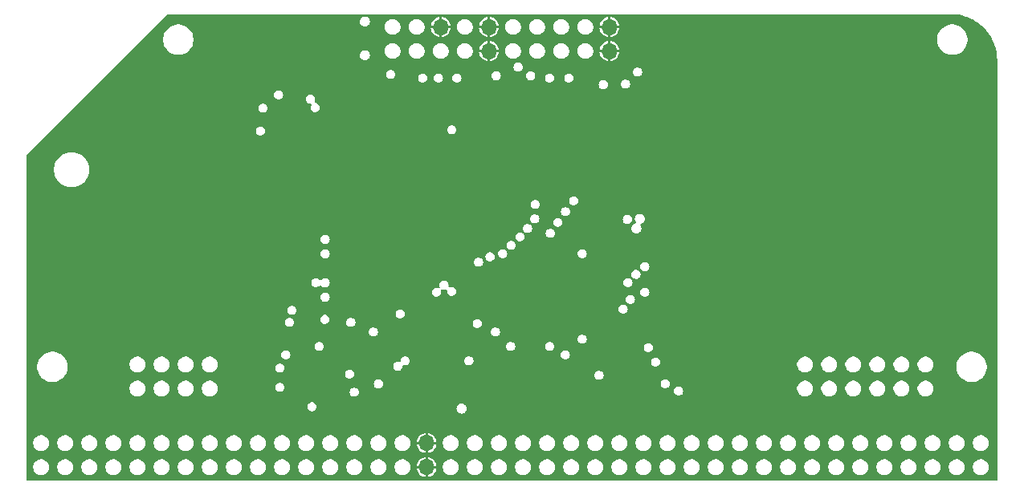
<source format=gbr>
%TF.GenerationSoftware,KiCad,Pcbnew,8.0.4*%
%TF.CreationDate,2024-07-26T11:17:42-07:00*%
%TF.ProjectId,ZORO,5a4f524f-2e6b-4696-9361-645f70636258,0*%
%TF.SameCoordinates,Original*%
%TF.FileFunction,Copper,L2,Inr*%
%TF.FilePolarity,Positive*%
%FSLAX46Y46*%
G04 Gerber Fmt 4.6, Leading zero omitted, Abs format (unit mm)*
G04 Created by KiCad (PCBNEW 8.0.4) date 2024-07-26 11:17:42*
%MOMM*%
%LPD*%
G01*
G04 APERTURE LIST*
%TA.AperFunction,ComponentPad*%
%ADD10O,1.700000X1.700000*%
%TD*%
%TA.AperFunction,ViaPad*%
%ADD11C,0.500000*%
%TD*%
%TA.AperFunction,ViaPad*%
%ADD12C,0.800000*%
%TD*%
G04 APERTURE END LIST*
D10*
%TO.N,GND*%
%TO.C,J3*%
X43947000Y48198000D03*
X49027000Y45658000D03*
X49027000Y48198000D03*
X61727000Y45658000D03*
X61727000Y48198000D03*
%TD*%
%TO.N,GND*%
%TO.C,J2*%
X42443400Y1752600D03*
X42443400Y4292600D03*
%TD*%
D11*
%TO.N,GND*%
X101518720Y42811700D03*
X101518720Y35191700D03*
D12*
X50337720Y16903700D03*
D11*
X1188720Y27571700D03*
X90088720Y48526700D03*
D12*
X69006720Y27952700D03*
D11*
X9443720Y42176700D03*
X79928720Y48526700D03*
X74848720Y48526700D03*
X1188720Y17411700D03*
X24048720Y48526700D03*
X101518720Y22491700D03*
X1188720Y25031700D03*
X101518720Y17411700D03*
X101518720Y30111700D03*
X69768720Y48526700D03*
X101518720Y32651700D03*
X101518720Y25031700D03*
X77388720Y48526700D03*
X101518720Y40271700D03*
X29509720Y15760700D03*
X29128720Y48526700D03*
D12*
X34163000Y48768000D03*
D11*
X87548720Y48526700D03*
X67228720Y48526700D03*
X61386720Y7124700D03*
D12*
X40386000Y26924000D03*
D11*
X101518720Y19951700D03*
X1188720Y30111700D03*
X21508720Y48526700D03*
X101518720Y27571700D03*
X82468720Y48526700D03*
X29001720Y8648700D03*
X26588720Y48526700D03*
D12*
X34163000Y45212000D03*
D11*
X54655720Y6997700D03*
X72308720Y48526700D03*
X31668720Y48526700D03*
D12*
X41320720Y7886700D03*
D11*
X23159720Y6997700D03*
X1188720Y7251700D03*
X92628720Y48526700D03*
D12*
X60243720Y28505000D03*
D11*
X1188720Y22491700D03*
X6903720Y39636700D03*
X1188720Y9791700D03*
D12*
X36957000Y26924000D03*
X69006720Y26428700D03*
D11*
X4363720Y37096700D03*
X1188720Y14871700D03*
X11983720Y44716700D03*
X1188720Y19951700D03*
X85008720Y48526700D03*
X101518720Y37731700D03*
%TD*%
%TA.AperFunction,Conductor*%
%TO.N,GND*%
G36*
X97732550Y49559580D02*
G01*
X98149581Y49541374D01*
X98160532Y49540416D01*
X98253475Y49528181D01*
X98571677Y49486289D01*
X98582485Y49484383D01*
X98987359Y49394626D01*
X98997940Y49391791D01*
X99393449Y49267089D01*
X99403769Y49263333D01*
X99786896Y49104638D01*
X99796858Y49099992D01*
X100164672Y48908521D01*
X100174191Y48903026D01*
X100355284Y48787658D01*
X100449638Y48727548D01*
X100523934Y48680217D01*
X100532938Y48673913D01*
X100853432Y48427990D01*
X100861935Y48421466D01*
X100870352Y48414403D01*
X100940690Y48349950D01*
X101176079Y48134256D01*
X101183852Y48126483D01*
X101464017Y47820737D01*
X101471082Y47812317D01*
X101723517Y47483339D01*
X101729822Y47474335D01*
X101935037Y47152213D01*
X101952631Y47124597D01*
X101958127Y47115077D01*
X102149605Y46747252D01*
X102154251Y46737290D01*
X102312945Y46354169D01*
X102316704Y46343840D01*
X102441399Y45948357D01*
X102444244Y45937740D01*
X102533997Y45532893D01*
X102535906Y45522067D01*
X102590033Y45110932D01*
X102590991Y45099982D01*
X102609180Y44683407D01*
X102609300Y44677911D01*
X102609300Y44632604D01*
X102609348Y44632300D01*
X102610900Y44612587D01*
X102610900Y426500D01*
X102590898Y358379D01*
X102537242Y311886D01*
X102484900Y300500D01*
X426500Y300500D01*
X358379Y320502D01*
X311886Y374158D01*
X300500Y426500D01*
X300500Y1834417D01*
X972700Y1834417D01*
X972700Y1670783D01*
X1004624Y1510294D01*
X1067244Y1359116D01*
X1158153Y1223060D01*
X1158154Y1223059D01*
X1158159Y1223053D01*
X1273852Y1107360D01*
X1273858Y1107355D01*
X1273860Y1107353D01*
X1409916Y1016444D01*
X1561094Y953824D01*
X1721583Y921900D01*
X1721588Y921900D01*
X1885212Y921900D01*
X1885217Y921900D01*
X2045706Y953824D01*
X2196884Y1016444D01*
X2332940Y1107353D01*
X2448647Y1223060D01*
X2539556Y1359116D01*
X2602176Y1510294D01*
X2634100Y1670783D01*
X2634100Y1834417D01*
X3512700Y1834417D01*
X3512700Y1670783D01*
X3544624Y1510294D01*
X3607244Y1359116D01*
X3698153Y1223060D01*
X3698154Y1223059D01*
X3698159Y1223053D01*
X3813852Y1107360D01*
X3813858Y1107355D01*
X3813860Y1107353D01*
X3949916Y1016444D01*
X4101094Y953824D01*
X4261583Y921900D01*
X4261588Y921900D01*
X4425212Y921900D01*
X4425217Y921900D01*
X4585706Y953824D01*
X4736884Y1016444D01*
X4872940Y1107353D01*
X4988647Y1223060D01*
X5079556Y1359116D01*
X5142176Y1510294D01*
X5174100Y1670783D01*
X5174100Y1834417D01*
X6052700Y1834417D01*
X6052700Y1670783D01*
X6084624Y1510294D01*
X6147244Y1359116D01*
X6238153Y1223060D01*
X6238154Y1223059D01*
X6238159Y1223053D01*
X6353852Y1107360D01*
X6353858Y1107355D01*
X6353860Y1107353D01*
X6489916Y1016444D01*
X6641094Y953824D01*
X6801583Y921900D01*
X6801588Y921900D01*
X6965212Y921900D01*
X6965217Y921900D01*
X7125706Y953824D01*
X7276884Y1016444D01*
X7412940Y1107353D01*
X7528647Y1223060D01*
X7619556Y1359116D01*
X7682176Y1510294D01*
X7714100Y1670783D01*
X7714100Y1834417D01*
X8592700Y1834417D01*
X8592700Y1670783D01*
X8624624Y1510294D01*
X8687244Y1359116D01*
X8778153Y1223060D01*
X8778154Y1223059D01*
X8778159Y1223053D01*
X8893852Y1107360D01*
X8893858Y1107355D01*
X8893860Y1107353D01*
X9029916Y1016444D01*
X9181094Y953824D01*
X9341583Y921900D01*
X9341588Y921900D01*
X9505212Y921900D01*
X9505217Y921900D01*
X9665706Y953824D01*
X9816884Y1016444D01*
X9952940Y1107353D01*
X10068647Y1223060D01*
X10159556Y1359116D01*
X10222176Y1510294D01*
X10254100Y1670783D01*
X10254100Y1834417D01*
X11132700Y1834417D01*
X11132700Y1670783D01*
X11164624Y1510294D01*
X11227244Y1359116D01*
X11318153Y1223060D01*
X11318154Y1223059D01*
X11318159Y1223053D01*
X11433852Y1107360D01*
X11433858Y1107355D01*
X11433860Y1107353D01*
X11569916Y1016444D01*
X11721094Y953824D01*
X11881583Y921900D01*
X11881588Y921900D01*
X12045212Y921900D01*
X12045217Y921900D01*
X12205706Y953824D01*
X12356884Y1016444D01*
X12492940Y1107353D01*
X12608647Y1223060D01*
X12699556Y1359116D01*
X12762176Y1510294D01*
X12794100Y1670783D01*
X12794100Y1834417D01*
X13672700Y1834417D01*
X13672700Y1670783D01*
X13704624Y1510294D01*
X13767244Y1359116D01*
X13858153Y1223060D01*
X13858154Y1223059D01*
X13858159Y1223053D01*
X13973852Y1107360D01*
X13973858Y1107355D01*
X13973860Y1107353D01*
X14109916Y1016444D01*
X14261094Y953824D01*
X14421583Y921900D01*
X14421588Y921900D01*
X14585212Y921900D01*
X14585217Y921900D01*
X14745706Y953824D01*
X14896884Y1016444D01*
X15032940Y1107353D01*
X15148647Y1223060D01*
X15239556Y1359116D01*
X15302176Y1510294D01*
X15334100Y1670783D01*
X15334100Y1834417D01*
X16212700Y1834417D01*
X16212700Y1670783D01*
X16244624Y1510294D01*
X16307244Y1359116D01*
X16398153Y1223060D01*
X16398154Y1223059D01*
X16398159Y1223053D01*
X16513852Y1107360D01*
X16513858Y1107355D01*
X16513860Y1107353D01*
X16649916Y1016444D01*
X16801094Y953824D01*
X16961583Y921900D01*
X16961588Y921900D01*
X17125212Y921900D01*
X17125217Y921900D01*
X17285706Y953824D01*
X17436884Y1016444D01*
X17572940Y1107353D01*
X17688647Y1223060D01*
X17779556Y1359116D01*
X17842176Y1510294D01*
X17874100Y1670783D01*
X17874100Y1834417D01*
X18752700Y1834417D01*
X18752700Y1670783D01*
X18784624Y1510294D01*
X18847244Y1359116D01*
X18938153Y1223060D01*
X18938154Y1223059D01*
X18938159Y1223053D01*
X19053852Y1107360D01*
X19053858Y1107355D01*
X19053860Y1107353D01*
X19189916Y1016444D01*
X19341094Y953824D01*
X19501583Y921900D01*
X19501588Y921900D01*
X19665212Y921900D01*
X19665217Y921900D01*
X19825706Y953824D01*
X19976884Y1016444D01*
X20112940Y1107353D01*
X20228647Y1223060D01*
X20319556Y1359116D01*
X20382176Y1510294D01*
X20414100Y1670783D01*
X20414100Y1834417D01*
X21292700Y1834417D01*
X21292700Y1670783D01*
X21324624Y1510294D01*
X21387244Y1359116D01*
X21478153Y1223060D01*
X21478154Y1223059D01*
X21478159Y1223053D01*
X21593852Y1107360D01*
X21593858Y1107355D01*
X21593860Y1107353D01*
X21729916Y1016444D01*
X21881094Y953824D01*
X22041583Y921900D01*
X22041588Y921900D01*
X22205212Y921900D01*
X22205217Y921900D01*
X22365706Y953824D01*
X22516884Y1016444D01*
X22652940Y1107353D01*
X22768647Y1223060D01*
X22859556Y1359116D01*
X22922176Y1510294D01*
X22954100Y1670783D01*
X22954100Y1834417D01*
X23832700Y1834417D01*
X23832700Y1670783D01*
X23864624Y1510294D01*
X23927244Y1359116D01*
X24018153Y1223060D01*
X24018154Y1223059D01*
X24018159Y1223053D01*
X24133852Y1107360D01*
X24133858Y1107355D01*
X24133860Y1107353D01*
X24269916Y1016444D01*
X24421094Y953824D01*
X24581583Y921900D01*
X24581588Y921900D01*
X24745212Y921900D01*
X24745217Y921900D01*
X24905706Y953824D01*
X25056884Y1016444D01*
X25192940Y1107353D01*
X25308647Y1223060D01*
X25399556Y1359116D01*
X25462176Y1510294D01*
X25494100Y1670783D01*
X25494100Y1834417D01*
X26372700Y1834417D01*
X26372700Y1670783D01*
X26404624Y1510294D01*
X26467244Y1359116D01*
X26558153Y1223060D01*
X26558154Y1223059D01*
X26558159Y1223053D01*
X26673852Y1107360D01*
X26673858Y1107355D01*
X26673860Y1107353D01*
X26809916Y1016444D01*
X26961094Y953824D01*
X27121583Y921900D01*
X27121588Y921900D01*
X27285212Y921900D01*
X27285217Y921900D01*
X27445706Y953824D01*
X27596884Y1016444D01*
X27732940Y1107353D01*
X27848647Y1223060D01*
X27939556Y1359116D01*
X28002176Y1510294D01*
X28034100Y1670783D01*
X28034100Y1834417D01*
X28912700Y1834417D01*
X28912700Y1670783D01*
X28944624Y1510294D01*
X29007244Y1359116D01*
X29098153Y1223060D01*
X29098154Y1223059D01*
X29098159Y1223053D01*
X29213852Y1107360D01*
X29213858Y1107355D01*
X29213860Y1107353D01*
X29349916Y1016444D01*
X29501094Y953824D01*
X29661583Y921900D01*
X29661588Y921900D01*
X29825212Y921900D01*
X29825217Y921900D01*
X29985706Y953824D01*
X30136884Y1016444D01*
X30272940Y1107353D01*
X30388647Y1223060D01*
X30479556Y1359116D01*
X30542176Y1510294D01*
X30574100Y1670783D01*
X30574100Y1834417D01*
X31452700Y1834417D01*
X31452700Y1670783D01*
X31484624Y1510294D01*
X31547244Y1359116D01*
X31638153Y1223060D01*
X31638154Y1223059D01*
X31638159Y1223053D01*
X31753852Y1107360D01*
X31753858Y1107355D01*
X31753860Y1107353D01*
X31889916Y1016444D01*
X32041094Y953824D01*
X32201583Y921900D01*
X32201588Y921900D01*
X32365212Y921900D01*
X32365217Y921900D01*
X32525706Y953824D01*
X32676884Y1016444D01*
X32812940Y1107353D01*
X32928647Y1223060D01*
X33019556Y1359116D01*
X33082176Y1510294D01*
X33114100Y1670783D01*
X33114100Y1834417D01*
X33992700Y1834417D01*
X33992700Y1670783D01*
X34024624Y1510294D01*
X34087244Y1359116D01*
X34178153Y1223060D01*
X34178154Y1223059D01*
X34178159Y1223053D01*
X34293852Y1107360D01*
X34293858Y1107355D01*
X34293860Y1107353D01*
X34429916Y1016444D01*
X34581094Y953824D01*
X34741583Y921900D01*
X34741588Y921900D01*
X34905212Y921900D01*
X34905217Y921900D01*
X35065706Y953824D01*
X35216884Y1016444D01*
X35352940Y1107353D01*
X35468647Y1223060D01*
X35559556Y1359116D01*
X35622176Y1510294D01*
X35654100Y1670783D01*
X35654100Y1834417D01*
X36532700Y1834417D01*
X36532700Y1670783D01*
X36564624Y1510294D01*
X36627244Y1359116D01*
X36718153Y1223060D01*
X36718154Y1223059D01*
X36718159Y1223053D01*
X36833852Y1107360D01*
X36833858Y1107355D01*
X36833860Y1107353D01*
X36969916Y1016444D01*
X37121094Y953824D01*
X37281583Y921900D01*
X37281588Y921900D01*
X37445212Y921900D01*
X37445217Y921900D01*
X37605706Y953824D01*
X37756884Y1016444D01*
X37892940Y1107353D01*
X38008647Y1223060D01*
X38099556Y1359116D01*
X38162176Y1510294D01*
X38194100Y1670783D01*
X38194100Y1834417D01*
X39072700Y1834417D01*
X39072700Y1670783D01*
X39104624Y1510294D01*
X39167244Y1359116D01*
X39258153Y1223060D01*
X39258154Y1223059D01*
X39258159Y1223053D01*
X39373852Y1107360D01*
X39373858Y1107355D01*
X39373860Y1107353D01*
X39509916Y1016444D01*
X39661094Y953824D01*
X39821583Y921900D01*
X39821588Y921900D01*
X39985212Y921900D01*
X39985217Y921900D01*
X40145706Y953824D01*
X40296884Y1016444D01*
X40432940Y1107353D01*
X40548647Y1223060D01*
X40639556Y1359116D01*
X40702176Y1510294D01*
X40734100Y1670783D01*
X40734100Y1834417D01*
X40725112Y1879601D01*
X41397612Y1879601D01*
X41397613Y1879600D01*
X41959792Y1879600D01*
X41943400Y1818426D01*
X41943400Y1686774D01*
X41959792Y1625600D01*
X41397613Y1625600D01*
X41405437Y1546145D01*
X41465662Y1347608D01*
X41563459Y1164642D01*
X41695072Y1004273D01*
X41855441Y872660D01*
X42038407Y774863D01*
X42236944Y714638D01*
X42316399Y706813D01*
X42316400Y706814D01*
X42316400Y1268992D01*
X42377574Y1252600D01*
X42509226Y1252600D01*
X42570400Y1268992D01*
X42570400Y706813D01*
X42649855Y714638D01*
X42848392Y774863D01*
X43031358Y872660D01*
X43191727Y1004273D01*
X43323340Y1164642D01*
X43421137Y1347608D01*
X43481362Y1546145D01*
X43489187Y1625600D01*
X42927008Y1625600D01*
X42943400Y1686774D01*
X42943400Y1818426D01*
X42939115Y1834417D01*
X44152700Y1834417D01*
X44152700Y1670783D01*
X44184624Y1510294D01*
X44247244Y1359116D01*
X44338153Y1223060D01*
X44338154Y1223059D01*
X44338159Y1223053D01*
X44453852Y1107360D01*
X44453858Y1107355D01*
X44453860Y1107353D01*
X44589916Y1016444D01*
X44741094Y953824D01*
X44901583Y921900D01*
X44901588Y921900D01*
X45065212Y921900D01*
X45065217Y921900D01*
X45225706Y953824D01*
X45376884Y1016444D01*
X45512940Y1107353D01*
X45628647Y1223060D01*
X45719556Y1359116D01*
X45782176Y1510294D01*
X45814100Y1670783D01*
X45814100Y1834417D01*
X46692700Y1834417D01*
X46692700Y1670783D01*
X46724624Y1510294D01*
X46787244Y1359116D01*
X46878153Y1223060D01*
X46878154Y1223059D01*
X46878159Y1223053D01*
X46993852Y1107360D01*
X46993858Y1107355D01*
X46993860Y1107353D01*
X47129916Y1016444D01*
X47281094Y953824D01*
X47441583Y921900D01*
X47441588Y921900D01*
X47605212Y921900D01*
X47605217Y921900D01*
X47765706Y953824D01*
X47916884Y1016444D01*
X48052940Y1107353D01*
X48168647Y1223060D01*
X48259556Y1359116D01*
X48322176Y1510294D01*
X48354100Y1670783D01*
X48354100Y1834417D01*
X49232700Y1834417D01*
X49232700Y1670783D01*
X49264624Y1510294D01*
X49327244Y1359116D01*
X49418153Y1223060D01*
X49418154Y1223059D01*
X49418159Y1223053D01*
X49533852Y1107360D01*
X49533858Y1107355D01*
X49533860Y1107353D01*
X49669916Y1016444D01*
X49821094Y953824D01*
X49981583Y921900D01*
X49981588Y921900D01*
X50145212Y921900D01*
X50145217Y921900D01*
X50305706Y953824D01*
X50456884Y1016444D01*
X50592940Y1107353D01*
X50708647Y1223060D01*
X50799556Y1359116D01*
X50862176Y1510294D01*
X50894100Y1670783D01*
X50894100Y1834417D01*
X51772700Y1834417D01*
X51772700Y1670783D01*
X51804624Y1510294D01*
X51867244Y1359116D01*
X51958153Y1223060D01*
X51958154Y1223059D01*
X51958159Y1223053D01*
X52073852Y1107360D01*
X52073858Y1107355D01*
X52073860Y1107353D01*
X52209916Y1016444D01*
X52361094Y953824D01*
X52521583Y921900D01*
X52521588Y921900D01*
X52685212Y921900D01*
X52685217Y921900D01*
X52845706Y953824D01*
X52996884Y1016444D01*
X53132940Y1107353D01*
X53248647Y1223060D01*
X53339556Y1359116D01*
X53402176Y1510294D01*
X53434100Y1670783D01*
X53434100Y1834417D01*
X54312700Y1834417D01*
X54312700Y1670783D01*
X54344624Y1510294D01*
X54407244Y1359116D01*
X54498153Y1223060D01*
X54498154Y1223059D01*
X54498159Y1223053D01*
X54613852Y1107360D01*
X54613858Y1107355D01*
X54613860Y1107353D01*
X54749916Y1016444D01*
X54901094Y953824D01*
X55061583Y921900D01*
X55061588Y921900D01*
X55225212Y921900D01*
X55225217Y921900D01*
X55385706Y953824D01*
X55536884Y1016444D01*
X55672940Y1107353D01*
X55788647Y1223060D01*
X55879556Y1359116D01*
X55942176Y1510294D01*
X55974100Y1670783D01*
X55974100Y1834417D01*
X56852700Y1834417D01*
X56852700Y1670783D01*
X56884624Y1510294D01*
X56947244Y1359116D01*
X57038153Y1223060D01*
X57038154Y1223059D01*
X57038159Y1223053D01*
X57153852Y1107360D01*
X57153858Y1107355D01*
X57153860Y1107353D01*
X57289916Y1016444D01*
X57441094Y953824D01*
X57601583Y921900D01*
X57601588Y921900D01*
X57765212Y921900D01*
X57765217Y921900D01*
X57925706Y953824D01*
X58076884Y1016444D01*
X58212940Y1107353D01*
X58328647Y1223060D01*
X58419556Y1359116D01*
X58482176Y1510294D01*
X58514100Y1670783D01*
X58514100Y1834417D01*
X59392700Y1834417D01*
X59392700Y1670783D01*
X59424624Y1510294D01*
X59487244Y1359116D01*
X59578153Y1223060D01*
X59578154Y1223059D01*
X59578159Y1223053D01*
X59693852Y1107360D01*
X59693858Y1107355D01*
X59693860Y1107353D01*
X59829916Y1016444D01*
X59981094Y953824D01*
X60141583Y921900D01*
X60141588Y921900D01*
X60305212Y921900D01*
X60305217Y921900D01*
X60465706Y953824D01*
X60616884Y1016444D01*
X60752940Y1107353D01*
X60868647Y1223060D01*
X60959556Y1359116D01*
X61022176Y1510294D01*
X61054100Y1670783D01*
X61054100Y1834417D01*
X61932700Y1834417D01*
X61932700Y1670783D01*
X61964624Y1510294D01*
X62027244Y1359116D01*
X62118153Y1223060D01*
X62118154Y1223059D01*
X62118159Y1223053D01*
X62233852Y1107360D01*
X62233858Y1107355D01*
X62233860Y1107353D01*
X62369916Y1016444D01*
X62521094Y953824D01*
X62681583Y921900D01*
X62681588Y921900D01*
X62845212Y921900D01*
X62845217Y921900D01*
X63005706Y953824D01*
X63156884Y1016444D01*
X63292940Y1107353D01*
X63408647Y1223060D01*
X63499556Y1359116D01*
X63562176Y1510294D01*
X63594100Y1670783D01*
X63594100Y1834417D01*
X64472700Y1834417D01*
X64472700Y1670783D01*
X64504624Y1510294D01*
X64567244Y1359116D01*
X64658153Y1223060D01*
X64658154Y1223059D01*
X64658159Y1223053D01*
X64773852Y1107360D01*
X64773858Y1107355D01*
X64773860Y1107353D01*
X64909916Y1016444D01*
X65061094Y953824D01*
X65221583Y921900D01*
X65221588Y921900D01*
X65385212Y921900D01*
X65385217Y921900D01*
X65545706Y953824D01*
X65696884Y1016444D01*
X65832940Y1107353D01*
X65948647Y1223060D01*
X66039556Y1359116D01*
X66102176Y1510294D01*
X66134100Y1670783D01*
X66134100Y1834417D01*
X67012700Y1834417D01*
X67012700Y1670783D01*
X67044624Y1510294D01*
X67107244Y1359116D01*
X67198153Y1223060D01*
X67198154Y1223059D01*
X67198159Y1223053D01*
X67313852Y1107360D01*
X67313858Y1107355D01*
X67313860Y1107353D01*
X67449916Y1016444D01*
X67601094Y953824D01*
X67761583Y921900D01*
X67761588Y921900D01*
X67925212Y921900D01*
X67925217Y921900D01*
X68085706Y953824D01*
X68236884Y1016444D01*
X68372940Y1107353D01*
X68488647Y1223060D01*
X68579556Y1359116D01*
X68642176Y1510294D01*
X68674100Y1670783D01*
X68674100Y1834417D01*
X69552700Y1834417D01*
X69552700Y1670783D01*
X69584624Y1510294D01*
X69647244Y1359116D01*
X69738153Y1223060D01*
X69738154Y1223059D01*
X69738159Y1223053D01*
X69853852Y1107360D01*
X69853858Y1107355D01*
X69853860Y1107353D01*
X69989916Y1016444D01*
X70141094Y953824D01*
X70301583Y921900D01*
X70301588Y921900D01*
X70465212Y921900D01*
X70465217Y921900D01*
X70625706Y953824D01*
X70776884Y1016444D01*
X70912940Y1107353D01*
X71028647Y1223060D01*
X71119556Y1359116D01*
X71182176Y1510294D01*
X71214100Y1670783D01*
X71214100Y1834417D01*
X72092700Y1834417D01*
X72092700Y1670783D01*
X72124624Y1510294D01*
X72187244Y1359116D01*
X72278153Y1223060D01*
X72278154Y1223059D01*
X72278159Y1223053D01*
X72393852Y1107360D01*
X72393858Y1107355D01*
X72393860Y1107353D01*
X72529916Y1016444D01*
X72681094Y953824D01*
X72841583Y921900D01*
X72841588Y921900D01*
X73005212Y921900D01*
X73005217Y921900D01*
X73165706Y953824D01*
X73316884Y1016444D01*
X73452940Y1107353D01*
X73568647Y1223060D01*
X73659556Y1359116D01*
X73722176Y1510294D01*
X73754100Y1670783D01*
X73754100Y1834417D01*
X74632700Y1834417D01*
X74632700Y1670783D01*
X74664624Y1510294D01*
X74727244Y1359116D01*
X74818153Y1223060D01*
X74818154Y1223059D01*
X74818159Y1223053D01*
X74933852Y1107360D01*
X74933858Y1107355D01*
X74933860Y1107353D01*
X75069916Y1016444D01*
X75221094Y953824D01*
X75381583Y921900D01*
X75381588Y921900D01*
X75545212Y921900D01*
X75545217Y921900D01*
X75705706Y953824D01*
X75856884Y1016444D01*
X75992940Y1107353D01*
X76108647Y1223060D01*
X76199556Y1359116D01*
X76262176Y1510294D01*
X76294100Y1670783D01*
X76294100Y1834417D01*
X77172700Y1834417D01*
X77172700Y1670783D01*
X77204624Y1510294D01*
X77267244Y1359116D01*
X77358153Y1223060D01*
X77358154Y1223059D01*
X77358159Y1223053D01*
X77473852Y1107360D01*
X77473858Y1107355D01*
X77473860Y1107353D01*
X77609916Y1016444D01*
X77761094Y953824D01*
X77921583Y921900D01*
X77921588Y921900D01*
X78085212Y921900D01*
X78085217Y921900D01*
X78245706Y953824D01*
X78396884Y1016444D01*
X78532940Y1107353D01*
X78648647Y1223060D01*
X78739556Y1359116D01*
X78802176Y1510294D01*
X78834100Y1670783D01*
X78834100Y1834417D01*
X79712700Y1834417D01*
X79712700Y1670783D01*
X79744624Y1510294D01*
X79807244Y1359116D01*
X79898153Y1223060D01*
X79898154Y1223059D01*
X79898159Y1223053D01*
X80013852Y1107360D01*
X80013858Y1107355D01*
X80013860Y1107353D01*
X80149916Y1016444D01*
X80301094Y953824D01*
X80461583Y921900D01*
X80461588Y921900D01*
X80625212Y921900D01*
X80625217Y921900D01*
X80785706Y953824D01*
X80936884Y1016444D01*
X81072940Y1107353D01*
X81188647Y1223060D01*
X81279556Y1359116D01*
X81342176Y1510294D01*
X81374100Y1670783D01*
X81374100Y1834417D01*
X82252700Y1834417D01*
X82252700Y1670783D01*
X82284624Y1510294D01*
X82347244Y1359116D01*
X82438153Y1223060D01*
X82438154Y1223059D01*
X82438159Y1223053D01*
X82553852Y1107360D01*
X82553858Y1107355D01*
X82553860Y1107353D01*
X82689916Y1016444D01*
X82841094Y953824D01*
X83001583Y921900D01*
X83001588Y921900D01*
X83165212Y921900D01*
X83165217Y921900D01*
X83325706Y953824D01*
X83476884Y1016444D01*
X83612940Y1107353D01*
X83728647Y1223060D01*
X83819556Y1359116D01*
X83882176Y1510294D01*
X83914100Y1670783D01*
X83914100Y1834417D01*
X84792700Y1834417D01*
X84792700Y1670783D01*
X84824624Y1510294D01*
X84887244Y1359116D01*
X84978153Y1223060D01*
X84978154Y1223059D01*
X84978159Y1223053D01*
X85093852Y1107360D01*
X85093858Y1107355D01*
X85093860Y1107353D01*
X85229916Y1016444D01*
X85381094Y953824D01*
X85541583Y921900D01*
X85541588Y921900D01*
X85705212Y921900D01*
X85705217Y921900D01*
X85865706Y953824D01*
X86016884Y1016444D01*
X86152940Y1107353D01*
X86268647Y1223060D01*
X86359556Y1359116D01*
X86422176Y1510294D01*
X86454100Y1670783D01*
X86454100Y1834417D01*
X87332700Y1834417D01*
X87332700Y1670783D01*
X87364624Y1510294D01*
X87427244Y1359116D01*
X87518153Y1223060D01*
X87518154Y1223059D01*
X87518159Y1223053D01*
X87633852Y1107360D01*
X87633858Y1107355D01*
X87633860Y1107353D01*
X87769916Y1016444D01*
X87921094Y953824D01*
X88081583Y921900D01*
X88081588Y921900D01*
X88245212Y921900D01*
X88245217Y921900D01*
X88405706Y953824D01*
X88556884Y1016444D01*
X88692940Y1107353D01*
X88808647Y1223060D01*
X88899556Y1359116D01*
X88962176Y1510294D01*
X88994100Y1670783D01*
X88994100Y1834417D01*
X89872700Y1834417D01*
X89872700Y1670783D01*
X89904624Y1510294D01*
X89967244Y1359116D01*
X90058153Y1223060D01*
X90058154Y1223059D01*
X90058159Y1223053D01*
X90173852Y1107360D01*
X90173858Y1107355D01*
X90173860Y1107353D01*
X90309916Y1016444D01*
X90461094Y953824D01*
X90621583Y921900D01*
X90621588Y921900D01*
X90785212Y921900D01*
X90785217Y921900D01*
X90945706Y953824D01*
X91096884Y1016444D01*
X91232940Y1107353D01*
X91348647Y1223060D01*
X91439556Y1359116D01*
X91502176Y1510294D01*
X91534100Y1670783D01*
X91534100Y1834417D01*
X92412700Y1834417D01*
X92412700Y1670783D01*
X92444624Y1510294D01*
X92507244Y1359116D01*
X92598153Y1223060D01*
X92598154Y1223059D01*
X92598159Y1223053D01*
X92713852Y1107360D01*
X92713858Y1107355D01*
X92713860Y1107353D01*
X92849916Y1016444D01*
X93001094Y953824D01*
X93161583Y921900D01*
X93161588Y921900D01*
X93325212Y921900D01*
X93325217Y921900D01*
X93485706Y953824D01*
X93636884Y1016444D01*
X93772940Y1107353D01*
X93888647Y1223060D01*
X93979556Y1359116D01*
X94042176Y1510294D01*
X94074100Y1670783D01*
X94074100Y1834417D01*
X94952700Y1834417D01*
X94952700Y1670783D01*
X94984624Y1510294D01*
X95047244Y1359116D01*
X95138153Y1223060D01*
X95138154Y1223059D01*
X95138159Y1223053D01*
X95253852Y1107360D01*
X95253858Y1107355D01*
X95253860Y1107353D01*
X95389916Y1016444D01*
X95541094Y953824D01*
X95701583Y921900D01*
X95701588Y921900D01*
X95865212Y921900D01*
X95865217Y921900D01*
X96025706Y953824D01*
X96176884Y1016444D01*
X96312940Y1107353D01*
X96428647Y1223060D01*
X96519556Y1359116D01*
X96582176Y1510294D01*
X96614100Y1670783D01*
X96614100Y1834417D01*
X97492700Y1834417D01*
X97492700Y1670783D01*
X97524624Y1510294D01*
X97587244Y1359116D01*
X97678153Y1223060D01*
X97678154Y1223059D01*
X97678159Y1223053D01*
X97793852Y1107360D01*
X97793858Y1107355D01*
X97793860Y1107353D01*
X97929916Y1016444D01*
X98081094Y953824D01*
X98241583Y921900D01*
X98241588Y921900D01*
X98405212Y921900D01*
X98405217Y921900D01*
X98565706Y953824D01*
X98716884Y1016444D01*
X98852940Y1107353D01*
X98968647Y1223060D01*
X99059556Y1359116D01*
X99122176Y1510294D01*
X99154100Y1670783D01*
X99154100Y1834417D01*
X100032700Y1834417D01*
X100032700Y1670783D01*
X100064624Y1510294D01*
X100127244Y1359116D01*
X100218153Y1223060D01*
X100218154Y1223059D01*
X100218159Y1223053D01*
X100333852Y1107360D01*
X100333858Y1107355D01*
X100333860Y1107353D01*
X100469916Y1016444D01*
X100621094Y953824D01*
X100781583Y921900D01*
X100781588Y921900D01*
X100945212Y921900D01*
X100945217Y921900D01*
X101105706Y953824D01*
X101256884Y1016444D01*
X101392940Y1107353D01*
X101508647Y1223060D01*
X101599556Y1359116D01*
X101662176Y1510294D01*
X101694100Y1670783D01*
X101694100Y1834417D01*
X101662176Y1994906D01*
X101599556Y2146084D01*
X101508647Y2282140D01*
X101508645Y2282142D01*
X101508640Y2282148D01*
X101392947Y2397841D01*
X101392941Y2397846D01*
X101392940Y2397847D01*
X101256884Y2488756D01*
X101161552Y2528244D01*
X101105709Y2551375D01*
X101105706Y2551376D01*
X100945217Y2583300D01*
X100781583Y2583300D01*
X100701338Y2567338D01*
X100621093Y2551376D01*
X100621090Y2551375D01*
X100469916Y2488756D01*
X100333858Y2397846D01*
X100333852Y2397841D01*
X100218159Y2282148D01*
X100218154Y2282142D01*
X100127244Y2146084D01*
X100064625Y1994910D01*
X100064624Y1994907D01*
X100064624Y1994906D01*
X100032700Y1834417D01*
X99154100Y1834417D01*
X99122176Y1994906D01*
X99059556Y2146084D01*
X98968647Y2282140D01*
X98968645Y2282142D01*
X98968640Y2282148D01*
X98852947Y2397841D01*
X98852941Y2397846D01*
X98852940Y2397847D01*
X98716884Y2488756D01*
X98621552Y2528244D01*
X98565709Y2551375D01*
X98565706Y2551376D01*
X98405217Y2583300D01*
X98241583Y2583300D01*
X98161338Y2567338D01*
X98081093Y2551376D01*
X98081090Y2551375D01*
X97929916Y2488756D01*
X97793858Y2397846D01*
X97793852Y2397841D01*
X97678159Y2282148D01*
X97678154Y2282142D01*
X97587244Y2146084D01*
X97524625Y1994910D01*
X97524624Y1994907D01*
X97524624Y1994906D01*
X97492700Y1834417D01*
X96614100Y1834417D01*
X96582176Y1994906D01*
X96519556Y2146084D01*
X96428647Y2282140D01*
X96428645Y2282142D01*
X96428640Y2282148D01*
X96312947Y2397841D01*
X96312941Y2397846D01*
X96312940Y2397847D01*
X96176884Y2488756D01*
X96081552Y2528244D01*
X96025709Y2551375D01*
X96025706Y2551376D01*
X95865217Y2583300D01*
X95701583Y2583300D01*
X95621338Y2567338D01*
X95541093Y2551376D01*
X95541090Y2551375D01*
X95389916Y2488756D01*
X95253858Y2397846D01*
X95253852Y2397841D01*
X95138159Y2282148D01*
X95138154Y2282142D01*
X95047244Y2146084D01*
X94984625Y1994910D01*
X94984624Y1994907D01*
X94984624Y1994906D01*
X94952700Y1834417D01*
X94074100Y1834417D01*
X94042176Y1994906D01*
X93979556Y2146084D01*
X93888647Y2282140D01*
X93888645Y2282142D01*
X93888640Y2282148D01*
X93772947Y2397841D01*
X93772941Y2397846D01*
X93772940Y2397847D01*
X93636884Y2488756D01*
X93541552Y2528244D01*
X93485709Y2551375D01*
X93485706Y2551376D01*
X93325217Y2583300D01*
X93161583Y2583300D01*
X93081338Y2567338D01*
X93001093Y2551376D01*
X93001090Y2551375D01*
X92849916Y2488756D01*
X92713858Y2397846D01*
X92713852Y2397841D01*
X92598159Y2282148D01*
X92598154Y2282142D01*
X92507244Y2146084D01*
X92444625Y1994910D01*
X92444624Y1994907D01*
X92444624Y1994906D01*
X92412700Y1834417D01*
X91534100Y1834417D01*
X91502176Y1994906D01*
X91439556Y2146084D01*
X91348647Y2282140D01*
X91348645Y2282142D01*
X91348640Y2282148D01*
X91232947Y2397841D01*
X91232941Y2397846D01*
X91232940Y2397847D01*
X91096884Y2488756D01*
X91001552Y2528244D01*
X90945709Y2551375D01*
X90945706Y2551376D01*
X90785217Y2583300D01*
X90621583Y2583300D01*
X90541338Y2567338D01*
X90461093Y2551376D01*
X90461090Y2551375D01*
X90309916Y2488756D01*
X90173858Y2397846D01*
X90173852Y2397841D01*
X90058159Y2282148D01*
X90058154Y2282142D01*
X89967244Y2146084D01*
X89904625Y1994910D01*
X89904624Y1994907D01*
X89904624Y1994906D01*
X89872700Y1834417D01*
X88994100Y1834417D01*
X88962176Y1994906D01*
X88899556Y2146084D01*
X88808647Y2282140D01*
X88808645Y2282142D01*
X88808640Y2282148D01*
X88692947Y2397841D01*
X88692941Y2397846D01*
X88692940Y2397847D01*
X88556884Y2488756D01*
X88461552Y2528244D01*
X88405709Y2551375D01*
X88405706Y2551376D01*
X88245217Y2583300D01*
X88081583Y2583300D01*
X88001338Y2567338D01*
X87921093Y2551376D01*
X87921090Y2551375D01*
X87769916Y2488756D01*
X87633858Y2397846D01*
X87633852Y2397841D01*
X87518159Y2282148D01*
X87518154Y2282142D01*
X87427244Y2146084D01*
X87364625Y1994910D01*
X87364624Y1994907D01*
X87364624Y1994906D01*
X87332700Y1834417D01*
X86454100Y1834417D01*
X86422176Y1994906D01*
X86359556Y2146084D01*
X86268647Y2282140D01*
X86268645Y2282142D01*
X86268640Y2282148D01*
X86152947Y2397841D01*
X86152941Y2397846D01*
X86152940Y2397847D01*
X86016884Y2488756D01*
X85921552Y2528244D01*
X85865709Y2551375D01*
X85865706Y2551376D01*
X85705217Y2583300D01*
X85541583Y2583300D01*
X85461338Y2567338D01*
X85381093Y2551376D01*
X85381090Y2551375D01*
X85229916Y2488756D01*
X85093858Y2397846D01*
X85093852Y2397841D01*
X84978159Y2282148D01*
X84978154Y2282142D01*
X84887244Y2146084D01*
X84824625Y1994910D01*
X84824624Y1994907D01*
X84824624Y1994906D01*
X84792700Y1834417D01*
X83914100Y1834417D01*
X83882176Y1994906D01*
X83819556Y2146084D01*
X83728647Y2282140D01*
X83728645Y2282142D01*
X83728640Y2282148D01*
X83612947Y2397841D01*
X83612941Y2397846D01*
X83612940Y2397847D01*
X83476884Y2488756D01*
X83381552Y2528244D01*
X83325709Y2551375D01*
X83325706Y2551376D01*
X83165217Y2583300D01*
X83001583Y2583300D01*
X82921338Y2567338D01*
X82841093Y2551376D01*
X82841090Y2551375D01*
X82689916Y2488756D01*
X82553858Y2397846D01*
X82553852Y2397841D01*
X82438159Y2282148D01*
X82438154Y2282142D01*
X82347244Y2146084D01*
X82284625Y1994910D01*
X82284624Y1994907D01*
X82284624Y1994906D01*
X82252700Y1834417D01*
X81374100Y1834417D01*
X81342176Y1994906D01*
X81279556Y2146084D01*
X81188647Y2282140D01*
X81188645Y2282142D01*
X81188640Y2282148D01*
X81072947Y2397841D01*
X81072941Y2397846D01*
X81072940Y2397847D01*
X80936884Y2488756D01*
X80841552Y2528244D01*
X80785709Y2551375D01*
X80785706Y2551376D01*
X80625217Y2583300D01*
X80461583Y2583300D01*
X80381338Y2567338D01*
X80301093Y2551376D01*
X80301090Y2551375D01*
X80149916Y2488756D01*
X80013858Y2397846D01*
X80013852Y2397841D01*
X79898159Y2282148D01*
X79898154Y2282142D01*
X79807244Y2146084D01*
X79744625Y1994910D01*
X79744624Y1994907D01*
X79744624Y1994906D01*
X79712700Y1834417D01*
X78834100Y1834417D01*
X78802176Y1994906D01*
X78739556Y2146084D01*
X78648647Y2282140D01*
X78648645Y2282142D01*
X78648640Y2282148D01*
X78532947Y2397841D01*
X78532941Y2397846D01*
X78532940Y2397847D01*
X78396884Y2488756D01*
X78301552Y2528244D01*
X78245709Y2551375D01*
X78245706Y2551376D01*
X78085217Y2583300D01*
X77921583Y2583300D01*
X77841338Y2567338D01*
X77761093Y2551376D01*
X77761090Y2551375D01*
X77609916Y2488756D01*
X77473858Y2397846D01*
X77473852Y2397841D01*
X77358159Y2282148D01*
X77358154Y2282142D01*
X77267244Y2146084D01*
X77204625Y1994910D01*
X77204624Y1994907D01*
X77204624Y1994906D01*
X77172700Y1834417D01*
X76294100Y1834417D01*
X76262176Y1994906D01*
X76199556Y2146084D01*
X76108647Y2282140D01*
X76108645Y2282142D01*
X76108640Y2282148D01*
X75992947Y2397841D01*
X75992941Y2397846D01*
X75992940Y2397847D01*
X75856884Y2488756D01*
X75761552Y2528244D01*
X75705709Y2551375D01*
X75705706Y2551376D01*
X75545217Y2583300D01*
X75381583Y2583300D01*
X75301338Y2567338D01*
X75221093Y2551376D01*
X75221090Y2551375D01*
X75069916Y2488756D01*
X74933858Y2397846D01*
X74933852Y2397841D01*
X74818159Y2282148D01*
X74818154Y2282142D01*
X74727244Y2146084D01*
X74664625Y1994910D01*
X74664624Y1994907D01*
X74664624Y1994906D01*
X74632700Y1834417D01*
X73754100Y1834417D01*
X73722176Y1994906D01*
X73659556Y2146084D01*
X73568647Y2282140D01*
X73568645Y2282142D01*
X73568640Y2282148D01*
X73452947Y2397841D01*
X73452941Y2397846D01*
X73452940Y2397847D01*
X73316884Y2488756D01*
X73221552Y2528244D01*
X73165709Y2551375D01*
X73165706Y2551376D01*
X73005217Y2583300D01*
X72841583Y2583300D01*
X72761338Y2567338D01*
X72681093Y2551376D01*
X72681090Y2551375D01*
X72529916Y2488756D01*
X72393858Y2397846D01*
X72393852Y2397841D01*
X72278159Y2282148D01*
X72278154Y2282142D01*
X72187244Y2146084D01*
X72124625Y1994910D01*
X72124624Y1994907D01*
X72124624Y1994906D01*
X72092700Y1834417D01*
X71214100Y1834417D01*
X71182176Y1994906D01*
X71119556Y2146084D01*
X71028647Y2282140D01*
X71028645Y2282142D01*
X71028640Y2282148D01*
X70912947Y2397841D01*
X70912941Y2397846D01*
X70912940Y2397847D01*
X70776884Y2488756D01*
X70681552Y2528244D01*
X70625709Y2551375D01*
X70625706Y2551376D01*
X70465217Y2583300D01*
X70301583Y2583300D01*
X70221338Y2567338D01*
X70141093Y2551376D01*
X70141090Y2551375D01*
X69989916Y2488756D01*
X69853858Y2397846D01*
X69853852Y2397841D01*
X69738159Y2282148D01*
X69738154Y2282142D01*
X69647244Y2146084D01*
X69584625Y1994910D01*
X69584624Y1994907D01*
X69584624Y1994906D01*
X69552700Y1834417D01*
X68674100Y1834417D01*
X68642176Y1994906D01*
X68579556Y2146084D01*
X68488647Y2282140D01*
X68488645Y2282142D01*
X68488640Y2282148D01*
X68372947Y2397841D01*
X68372941Y2397846D01*
X68372940Y2397847D01*
X68236884Y2488756D01*
X68141552Y2528244D01*
X68085709Y2551375D01*
X68085706Y2551376D01*
X67925217Y2583300D01*
X67761583Y2583300D01*
X67681338Y2567338D01*
X67601093Y2551376D01*
X67601090Y2551375D01*
X67449916Y2488756D01*
X67313858Y2397846D01*
X67313852Y2397841D01*
X67198159Y2282148D01*
X67198154Y2282142D01*
X67107244Y2146084D01*
X67044625Y1994910D01*
X67044624Y1994907D01*
X67044624Y1994906D01*
X67012700Y1834417D01*
X66134100Y1834417D01*
X66102176Y1994906D01*
X66039556Y2146084D01*
X65948647Y2282140D01*
X65948645Y2282142D01*
X65948640Y2282148D01*
X65832947Y2397841D01*
X65832941Y2397846D01*
X65832940Y2397847D01*
X65696884Y2488756D01*
X65601552Y2528244D01*
X65545709Y2551375D01*
X65545706Y2551376D01*
X65385217Y2583300D01*
X65221583Y2583300D01*
X65141338Y2567338D01*
X65061093Y2551376D01*
X65061090Y2551375D01*
X64909916Y2488756D01*
X64773858Y2397846D01*
X64773852Y2397841D01*
X64658159Y2282148D01*
X64658154Y2282142D01*
X64567244Y2146084D01*
X64504625Y1994910D01*
X64504624Y1994907D01*
X64504624Y1994906D01*
X64472700Y1834417D01*
X63594100Y1834417D01*
X63562176Y1994906D01*
X63499556Y2146084D01*
X63408647Y2282140D01*
X63408645Y2282142D01*
X63408640Y2282148D01*
X63292947Y2397841D01*
X63292941Y2397846D01*
X63292940Y2397847D01*
X63156884Y2488756D01*
X63061552Y2528244D01*
X63005709Y2551375D01*
X63005706Y2551376D01*
X62845217Y2583300D01*
X62681583Y2583300D01*
X62601338Y2567338D01*
X62521093Y2551376D01*
X62521090Y2551375D01*
X62369916Y2488756D01*
X62233858Y2397846D01*
X62233852Y2397841D01*
X62118159Y2282148D01*
X62118154Y2282142D01*
X62027244Y2146084D01*
X61964625Y1994910D01*
X61964624Y1994907D01*
X61964624Y1994906D01*
X61932700Y1834417D01*
X61054100Y1834417D01*
X61022176Y1994906D01*
X60959556Y2146084D01*
X60868647Y2282140D01*
X60868645Y2282142D01*
X60868640Y2282148D01*
X60752947Y2397841D01*
X60752941Y2397846D01*
X60752940Y2397847D01*
X60616884Y2488756D01*
X60521552Y2528244D01*
X60465709Y2551375D01*
X60465706Y2551376D01*
X60305217Y2583300D01*
X60141583Y2583300D01*
X60061338Y2567338D01*
X59981093Y2551376D01*
X59981090Y2551375D01*
X59829916Y2488756D01*
X59693858Y2397846D01*
X59693852Y2397841D01*
X59578159Y2282148D01*
X59578154Y2282142D01*
X59487244Y2146084D01*
X59424625Y1994910D01*
X59424624Y1994907D01*
X59424624Y1994906D01*
X59392700Y1834417D01*
X58514100Y1834417D01*
X58482176Y1994906D01*
X58419556Y2146084D01*
X58328647Y2282140D01*
X58328645Y2282142D01*
X58328640Y2282148D01*
X58212947Y2397841D01*
X58212941Y2397846D01*
X58212940Y2397847D01*
X58076884Y2488756D01*
X57981552Y2528244D01*
X57925709Y2551375D01*
X57925706Y2551376D01*
X57765217Y2583300D01*
X57601583Y2583300D01*
X57521338Y2567338D01*
X57441093Y2551376D01*
X57441090Y2551375D01*
X57289916Y2488756D01*
X57153858Y2397846D01*
X57153852Y2397841D01*
X57038159Y2282148D01*
X57038154Y2282142D01*
X56947244Y2146084D01*
X56884625Y1994910D01*
X56884624Y1994907D01*
X56884624Y1994906D01*
X56852700Y1834417D01*
X55974100Y1834417D01*
X55942176Y1994906D01*
X55879556Y2146084D01*
X55788647Y2282140D01*
X55788645Y2282142D01*
X55788640Y2282148D01*
X55672947Y2397841D01*
X55672941Y2397846D01*
X55672940Y2397847D01*
X55536884Y2488756D01*
X55441552Y2528244D01*
X55385709Y2551375D01*
X55385706Y2551376D01*
X55225217Y2583300D01*
X55061583Y2583300D01*
X54981338Y2567338D01*
X54901093Y2551376D01*
X54901090Y2551375D01*
X54749916Y2488756D01*
X54613858Y2397846D01*
X54613852Y2397841D01*
X54498159Y2282148D01*
X54498154Y2282142D01*
X54407244Y2146084D01*
X54344625Y1994910D01*
X54344624Y1994907D01*
X54344624Y1994906D01*
X54312700Y1834417D01*
X53434100Y1834417D01*
X53402176Y1994906D01*
X53339556Y2146084D01*
X53248647Y2282140D01*
X53248645Y2282142D01*
X53248640Y2282148D01*
X53132947Y2397841D01*
X53132941Y2397846D01*
X53132940Y2397847D01*
X52996884Y2488756D01*
X52901552Y2528244D01*
X52845709Y2551375D01*
X52845706Y2551376D01*
X52685217Y2583300D01*
X52521583Y2583300D01*
X52441338Y2567338D01*
X52361093Y2551376D01*
X52361090Y2551375D01*
X52209916Y2488756D01*
X52073858Y2397846D01*
X52073852Y2397841D01*
X51958159Y2282148D01*
X51958154Y2282142D01*
X51867244Y2146084D01*
X51804625Y1994910D01*
X51804624Y1994907D01*
X51804624Y1994906D01*
X51772700Y1834417D01*
X50894100Y1834417D01*
X50862176Y1994906D01*
X50799556Y2146084D01*
X50708647Y2282140D01*
X50708645Y2282142D01*
X50708640Y2282148D01*
X50592947Y2397841D01*
X50592941Y2397846D01*
X50592940Y2397847D01*
X50456884Y2488756D01*
X50361552Y2528244D01*
X50305709Y2551375D01*
X50305706Y2551376D01*
X50145217Y2583300D01*
X49981583Y2583300D01*
X49901338Y2567338D01*
X49821093Y2551376D01*
X49821090Y2551375D01*
X49669916Y2488756D01*
X49533858Y2397846D01*
X49533852Y2397841D01*
X49418159Y2282148D01*
X49418154Y2282142D01*
X49327244Y2146084D01*
X49264625Y1994910D01*
X49264624Y1994907D01*
X49264624Y1994906D01*
X49232700Y1834417D01*
X48354100Y1834417D01*
X48322176Y1994906D01*
X48259556Y2146084D01*
X48168647Y2282140D01*
X48168645Y2282142D01*
X48168640Y2282148D01*
X48052947Y2397841D01*
X48052941Y2397846D01*
X48052940Y2397847D01*
X47916884Y2488756D01*
X47821552Y2528244D01*
X47765709Y2551375D01*
X47765706Y2551376D01*
X47605217Y2583300D01*
X47441583Y2583300D01*
X47361338Y2567338D01*
X47281093Y2551376D01*
X47281090Y2551375D01*
X47129916Y2488756D01*
X46993858Y2397846D01*
X46993852Y2397841D01*
X46878159Y2282148D01*
X46878154Y2282142D01*
X46787244Y2146084D01*
X46724625Y1994910D01*
X46724624Y1994907D01*
X46724624Y1994906D01*
X46692700Y1834417D01*
X45814100Y1834417D01*
X45782176Y1994906D01*
X45719556Y2146084D01*
X45628647Y2282140D01*
X45628645Y2282142D01*
X45628640Y2282148D01*
X45512947Y2397841D01*
X45512941Y2397846D01*
X45512940Y2397847D01*
X45376884Y2488756D01*
X45281552Y2528244D01*
X45225709Y2551375D01*
X45225706Y2551376D01*
X45065217Y2583300D01*
X44901583Y2583300D01*
X44821338Y2567338D01*
X44741093Y2551376D01*
X44741090Y2551375D01*
X44589916Y2488756D01*
X44453858Y2397846D01*
X44453852Y2397841D01*
X44338159Y2282148D01*
X44338154Y2282142D01*
X44247244Y2146084D01*
X44184625Y1994910D01*
X44184624Y1994907D01*
X44184624Y1994906D01*
X44152700Y1834417D01*
X42939115Y1834417D01*
X42927008Y1879600D01*
X43489187Y1879600D01*
X43489187Y1879601D01*
X43481362Y1959056D01*
X43421137Y2157593D01*
X43323340Y2340559D01*
X43191727Y2500928D01*
X43031358Y2632541D01*
X42848393Y2730338D01*
X42649860Y2790561D01*
X42570400Y2798388D01*
X42570400Y2236209D01*
X42509226Y2252600D01*
X42377574Y2252600D01*
X42316400Y2236209D01*
X42316400Y2798388D01*
X42236939Y2790561D01*
X42038406Y2730338D01*
X41855441Y2632541D01*
X41695072Y2500928D01*
X41563459Y2340559D01*
X41465662Y2157593D01*
X41405437Y1959056D01*
X41397612Y1879601D01*
X40725112Y1879601D01*
X40702176Y1994906D01*
X40639556Y2146084D01*
X40548647Y2282140D01*
X40548645Y2282142D01*
X40548640Y2282148D01*
X40432947Y2397841D01*
X40432941Y2397846D01*
X40432940Y2397847D01*
X40296884Y2488756D01*
X40201552Y2528244D01*
X40145709Y2551375D01*
X40145706Y2551376D01*
X39985217Y2583300D01*
X39821583Y2583300D01*
X39741338Y2567338D01*
X39661093Y2551376D01*
X39661090Y2551375D01*
X39509916Y2488756D01*
X39373858Y2397846D01*
X39373852Y2397841D01*
X39258159Y2282148D01*
X39258154Y2282142D01*
X39167244Y2146084D01*
X39104625Y1994910D01*
X39104624Y1994907D01*
X39104624Y1994906D01*
X39072700Y1834417D01*
X38194100Y1834417D01*
X38162176Y1994906D01*
X38099556Y2146084D01*
X38008647Y2282140D01*
X38008645Y2282142D01*
X38008640Y2282148D01*
X37892947Y2397841D01*
X37892941Y2397846D01*
X37892940Y2397847D01*
X37756884Y2488756D01*
X37661552Y2528244D01*
X37605709Y2551375D01*
X37605706Y2551376D01*
X37445217Y2583300D01*
X37281583Y2583300D01*
X37201338Y2567338D01*
X37121093Y2551376D01*
X37121090Y2551375D01*
X36969916Y2488756D01*
X36833858Y2397846D01*
X36833852Y2397841D01*
X36718159Y2282148D01*
X36718154Y2282142D01*
X36627244Y2146084D01*
X36564625Y1994910D01*
X36564624Y1994907D01*
X36564624Y1994906D01*
X36532700Y1834417D01*
X35654100Y1834417D01*
X35622176Y1994906D01*
X35559556Y2146084D01*
X35468647Y2282140D01*
X35468645Y2282142D01*
X35468640Y2282148D01*
X35352947Y2397841D01*
X35352941Y2397846D01*
X35352940Y2397847D01*
X35216884Y2488756D01*
X35121552Y2528244D01*
X35065709Y2551375D01*
X35065706Y2551376D01*
X34905217Y2583300D01*
X34741583Y2583300D01*
X34661338Y2567338D01*
X34581093Y2551376D01*
X34581090Y2551375D01*
X34429916Y2488756D01*
X34293858Y2397846D01*
X34293852Y2397841D01*
X34178159Y2282148D01*
X34178154Y2282142D01*
X34087244Y2146084D01*
X34024625Y1994910D01*
X34024624Y1994907D01*
X34024624Y1994906D01*
X33992700Y1834417D01*
X33114100Y1834417D01*
X33082176Y1994906D01*
X33019556Y2146084D01*
X32928647Y2282140D01*
X32928645Y2282142D01*
X32928640Y2282148D01*
X32812947Y2397841D01*
X32812941Y2397846D01*
X32812940Y2397847D01*
X32676884Y2488756D01*
X32581552Y2528244D01*
X32525709Y2551375D01*
X32525706Y2551376D01*
X32365217Y2583300D01*
X32201583Y2583300D01*
X32121338Y2567338D01*
X32041093Y2551376D01*
X32041090Y2551375D01*
X31889916Y2488756D01*
X31753858Y2397846D01*
X31753852Y2397841D01*
X31638159Y2282148D01*
X31638154Y2282142D01*
X31547244Y2146084D01*
X31484625Y1994910D01*
X31484624Y1994907D01*
X31484624Y1994906D01*
X31452700Y1834417D01*
X30574100Y1834417D01*
X30542176Y1994906D01*
X30479556Y2146084D01*
X30388647Y2282140D01*
X30388645Y2282142D01*
X30388640Y2282148D01*
X30272947Y2397841D01*
X30272941Y2397846D01*
X30272940Y2397847D01*
X30136884Y2488756D01*
X30041552Y2528244D01*
X29985709Y2551375D01*
X29985706Y2551376D01*
X29825217Y2583300D01*
X29661583Y2583300D01*
X29581338Y2567338D01*
X29501093Y2551376D01*
X29501090Y2551375D01*
X29349916Y2488756D01*
X29213858Y2397846D01*
X29213852Y2397841D01*
X29098159Y2282148D01*
X29098154Y2282142D01*
X29007244Y2146084D01*
X28944625Y1994910D01*
X28944624Y1994907D01*
X28944624Y1994906D01*
X28912700Y1834417D01*
X28034100Y1834417D01*
X28002176Y1994906D01*
X27939556Y2146084D01*
X27848647Y2282140D01*
X27848645Y2282142D01*
X27848640Y2282148D01*
X27732947Y2397841D01*
X27732941Y2397846D01*
X27732940Y2397847D01*
X27596884Y2488756D01*
X27501552Y2528244D01*
X27445709Y2551375D01*
X27445706Y2551376D01*
X27285217Y2583300D01*
X27121583Y2583300D01*
X27041338Y2567338D01*
X26961093Y2551376D01*
X26961090Y2551375D01*
X26809916Y2488756D01*
X26673858Y2397846D01*
X26673852Y2397841D01*
X26558159Y2282148D01*
X26558154Y2282142D01*
X26467244Y2146084D01*
X26404625Y1994910D01*
X26404624Y1994907D01*
X26404624Y1994906D01*
X26372700Y1834417D01*
X25494100Y1834417D01*
X25462176Y1994906D01*
X25399556Y2146084D01*
X25308647Y2282140D01*
X25308645Y2282142D01*
X25308640Y2282148D01*
X25192947Y2397841D01*
X25192941Y2397846D01*
X25192940Y2397847D01*
X25056884Y2488756D01*
X24961552Y2528244D01*
X24905709Y2551375D01*
X24905706Y2551376D01*
X24745217Y2583300D01*
X24581583Y2583300D01*
X24501338Y2567338D01*
X24421093Y2551376D01*
X24421090Y2551375D01*
X24269916Y2488756D01*
X24133858Y2397846D01*
X24133852Y2397841D01*
X24018159Y2282148D01*
X24018154Y2282142D01*
X23927244Y2146084D01*
X23864625Y1994910D01*
X23864624Y1994907D01*
X23864624Y1994906D01*
X23832700Y1834417D01*
X22954100Y1834417D01*
X22922176Y1994906D01*
X22859556Y2146084D01*
X22768647Y2282140D01*
X22768645Y2282142D01*
X22768640Y2282148D01*
X22652947Y2397841D01*
X22652941Y2397846D01*
X22652940Y2397847D01*
X22516884Y2488756D01*
X22421552Y2528244D01*
X22365709Y2551375D01*
X22365706Y2551376D01*
X22205217Y2583300D01*
X22041583Y2583300D01*
X21961338Y2567338D01*
X21881093Y2551376D01*
X21881090Y2551375D01*
X21729916Y2488756D01*
X21593858Y2397846D01*
X21593852Y2397841D01*
X21478159Y2282148D01*
X21478154Y2282142D01*
X21387244Y2146084D01*
X21324625Y1994910D01*
X21324624Y1994907D01*
X21324624Y1994906D01*
X21292700Y1834417D01*
X20414100Y1834417D01*
X20382176Y1994906D01*
X20319556Y2146084D01*
X20228647Y2282140D01*
X20228645Y2282142D01*
X20228640Y2282148D01*
X20112947Y2397841D01*
X20112941Y2397846D01*
X20112940Y2397847D01*
X19976884Y2488756D01*
X19881552Y2528244D01*
X19825709Y2551375D01*
X19825706Y2551376D01*
X19665217Y2583300D01*
X19501583Y2583300D01*
X19421338Y2567338D01*
X19341093Y2551376D01*
X19341090Y2551375D01*
X19189916Y2488756D01*
X19053858Y2397846D01*
X19053852Y2397841D01*
X18938159Y2282148D01*
X18938154Y2282142D01*
X18847244Y2146084D01*
X18784625Y1994910D01*
X18784624Y1994907D01*
X18784624Y1994906D01*
X18752700Y1834417D01*
X17874100Y1834417D01*
X17842176Y1994906D01*
X17779556Y2146084D01*
X17688647Y2282140D01*
X17688645Y2282142D01*
X17688640Y2282148D01*
X17572947Y2397841D01*
X17572941Y2397846D01*
X17572940Y2397847D01*
X17436884Y2488756D01*
X17341552Y2528244D01*
X17285709Y2551375D01*
X17285706Y2551376D01*
X17125217Y2583300D01*
X16961583Y2583300D01*
X16881338Y2567338D01*
X16801093Y2551376D01*
X16801090Y2551375D01*
X16649916Y2488756D01*
X16513858Y2397846D01*
X16513852Y2397841D01*
X16398159Y2282148D01*
X16398154Y2282142D01*
X16307244Y2146084D01*
X16244625Y1994910D01*
X16244624Y1994907D01*
X16244624Y1994906D01*
X16212700Y1834417D01*
X15334100Y1834417D01*
X15302176Y1994906D01*
X15239556Y2146084D01*
X15148647Y2282140D01*
X15148645Y2282142D01*
X15148640Y2282148D01*
X15032947Y2397841D01*
X15032941Y2397846D01*
X15032940Y2397847D01*
X14896884Y2488756D01*
X14801552Y2528244D01*
X14745709Y2551375D01*
X14745706Y2551376D01*
X14585217Y2583300D01*
X14421583Y2583300D01*
X14341338Y2567338D01*
X14261093Y2551376D01*
X14261090Y2551375D01*
X14109916Y2488756D01*
X13973858Y2397846D01*
X13973852Y2397841D01*
X13858159Y2282148D01*
X13858154Y2282142D01*
X13767244Y2146084D01*
X13704625Y1994910D01*
X13704624Y1994907D01*
X13704624Y1994906D01*
X13672700Y1834417D01*
X12794100Y1834417D01*
X12762176Y1994906D01*
X12699556Y2146084D01*
X12608647Y2282140D01*
X12608645Y2282142D01*
X12608640Y2282148D01*
X12492947Y2397841D01*
X12492941Y2397846D01*
X12492940Y2397847D01*
X12356884Y2488756D01*
X12261552Y2528244D01*
X12205709Y2551375D01*
X12205706Y2551376D01*
X12045217Y2583300D01*
X11881583Y2583300D01*
X11801338Y2567338D01*
X11721093Y2551376D01*
X11721090Y2551375D01*
X11569916Y2488756D01*
X11433858Y2397846D01*
X11433852Y2397841D01*
X11318159Y2282148D01*
X11318154Y2282142D01*
X11227244Y2146084D01*
X11164625Y1994910D01*
X11164624Y1994907D01*
X11164624Y1994906D01*
X11132700Y1834417D01*
X10254100Y1834417D01*
X10222176Y1994906D01*
X10159556Y2146084D01*
X10068647Y2282140D01*
X10068645Y2282142D01*
X10068640Y2282148D01*
X9952947Y2397841D01*
X9952941Y2397846D01*
X9952940Y2397847D01*
X9816884Y2488756D01*
X9721552Y2528244D01*
X9665709Y2551375D01*
X9665706Y2551376D01*
X9505217Y2583300D01*
X9341583Y2583300D01*
X9261338Y2567338D01*
X9181093Y2551376D01*
X9181090Y2551375D01*
X9029916Y2488756D01*
X8893858Y2397846D01*
X8893852Y2397841D01*
X8778159Y2282148D01*
X8778154Y2282142D01*
X8687244Y2146084D01*
X8624625Y1994910D01*
X8624624Y1994907D01*
X8624624Y1994906D01*
X8592700Y1834417D01*
X7714100Y1834417D01*
X7682176Y1994906D01*
X7619556Y2146084D01*
X7528647Y2282140D01*
X7528645Y2282142D01*
X7528640Y2282148D01*
X7412947Y2397841D01*
X7412941Y2397846D01*
X7412940Y2397847D01*
X7276884Y2488756D01*
X7181552Y2528244D01*
X7125709Y2551375D01*
X7125706Y2551376D01*
X6965217Y2583300D01*
X6801583Y2583300D01*
X6721338Y2567338D01*
X6641093Y2551376D01*
X6641090Y2551375D01*
X6489916Y2488756D01*
X6353858Y2397846D01*
X6353852Y2397841D01*
X6238159Y2282148D01*
X6238154Y2282142D01*
X6147244Y2146084D01*
X6084625Y1994910D01*
X6084624Y1994907D01*
X6084624Y1994906D01*
X6052700Y1834417D01*
X5174100Y1834417D01*
X5142176Y1994906D01*
X5079556Y2146084D01*
X4988647Y2282140D01*
X4988645Y2282142D01*
X4988640Y2282148D01*
X4872947Y2397841D01*
X4872941Y2397846D01*
X4872940Y2397847D01*
X4736884Y2488756D01*
X4641552Y2528244D01*
X4585709Y2551375D01*
X4585706Y2551376D01*
X4425217Y2583300D01*
X4261583Y2583300D01*
X4181338Y2567338D01*
X4101093Y2551376D01*
X4101090Y2551375D01*
X3949916Y2488756D01*
X3813858Y2397846D01*
X3813852Y2397841D01*
X3698159Y2282148D01*
X3698154Y2282142D01*
X3607244Y2146084D01*
X3544625Y1994910D01*
X3544624Y1994907D01*
X3544624Y1994906D01*
X3512700Y1834417D01*
X2634100Y1834417D01*
X2602176Y1994906D01*
X2539556Y2146084D01*
X2448647Y2282140D01*
X2448645Y2282142D01*
X2448640Y2282148D01*
X2332947Y2397841D01*
X2332941Y2397846D01*
X2332940Y2397847D01*
X2196884Y2488756D01*
X2101552Y2528244D01*
X2045709Y2551375D01*
X2045706Y2551376D01*
X1885217Y2583300D01*
X1721583Y2583300D01*
X1641338Y2567338D01*
X1561093Y2551376D01*
X1561090Y2551375D01*
X1409916Y2488756D01*
X1273858Y2397846D01*
X1273852Y2397841D01*
X1158159Y2282148D01*
X1158154Y2282142D01*
X1067244Y2146084D01*
X1004625Y1994910D01*
X1004624Y1994907D01*
X1004624Y1994906D01*
X972700Y1834417D01*
X300500Y1834417D01*
X300500Y4374417D01*
X972700Y4374417D01*
X972700Y4210783D01*
X1004624Y4050294D01*
X1067244Y3899116D01*
X1158153Y3763060D01*
X1158154Y3763059D01*
X1158159Y3763053D01*
X1273852Y3647360D01*
X1273858Y3647355D01*
X1273860Y3647353D01*
X1409916Y3556444D01*
X1561094Y3493824D01*
X1721583Y3461900D01*
X1721588Y3461900D01*
X1885212Y3461900D01*
X1885217Y3461900D01*
X2045706Y3493824D01*
X2196884Y3556444D01*
X2332940Y3647353D01*
X2448647Y3763060D01*
X2539556Y3899116D01*
X2602176Y4050294D01*
X2634100Y4210783D01*
X2634100Y4374417D01*
X3512700Y4374417D01*
X3512700Y4210783D01*
X3544624Y4050294D01*
X3607244Y3899116D01*
X3698153Y3763060D01*
X3698154Y3763059D01*
X3698159Y3763053D01*
X3813852Y3647360D01*
X3813858Y3647355D01*
X3813860Y3647353D01*
X3949916Y3556444D01*
X4101094Y3493824D01*
X4261583Y3461900D01*
X4261588Y3461900D01*
X4425212Y3461900D01*
X4425217Y3461900D01*
X4585706Y3493824D01*
X4736884Y3556444D01*
X4872940Y3647353D01*
X4988647Y3763060D01*
X5079556Y3899116D01*
X5142176Y4050294D01*
X5174100Y4210783D01*
X5174100Y4374417D01*
X6052700Y4374417D01*
X6052700Y4210783D01*
X6084624Y4050294D01*
X6147244Y3899116D01*
X6238153Y3763060D01*
X6238154Y3763059D01*
X6238159Y3763053D01*
X6353852Y3647360D01*
X6353858Y3647355D01*
X6353860Y3647353D01*
X6489916Y3556444D01*
X6641094Y3493824D01*
X6801583Y3461900D01*
X6801588Y3461900D01*
X6965212Y3461900D01*
X6965217Y3461900D01*
X7125706Y3493824D01*
X7276884Y3556444D01*
X7412940Y3647353D01*
X7528647Y3763060D01*
X7619556Y3899116D01*
X7682176Y4050294D01*
X7714100Y4210783D01*
X7714100Y4374417D01*
X8592700Y4374417D01*
X8592700Y4210783D01*
X8624624Y4050294D01*
X8687244Y3899116D01*
X8778153Y3763060D01*
X8778154Y3763059D01*
X8778159Y3763053D01*
X8893852Y3647360D01*
X8893858Y3647355D01*
X8893860Y3647353D01*
X9029916Y3556444D01*
X9181094Y3493824D01*
X9341583Y3461900D01*
X9341588Y3461900D01*
X9505212Y3461900D01*
X9505217Y3461900D01*
X9665706Y3493824D01*
X9816884Y3556444D01*
X9952940Y3647353D01*
X10068647Y3763060D01*
X10159556Y3899116D01*
X10222176Y4050294D01*
X10254100Y4210783D01*
X10254100Y4374417D01*
X11132700Y4374417D01*
X11132700Y4210783D01*
X11164624Y4050294D01*
X11227244Y3899116D01*
X11318153Y3763060D01*
X11318154Y3763059D01*
X11318159Y3763053D01*
X11433852Y3647360D01*
X11433858Y3647355D01*
X11433860Y3647353D01*
X11569916Y3556444D01*
X11721094Y3493824D01*
X11881583Y3461900D01*
X11881588Y3461900D01*
X12045212Y3461900D01*
X12045217Y3461900D01*
X12205706Y3493824D01*
X12356884Y3556444D01*
X12492940Y3647353D01*
X12608647Y3763060D01*
X12699556Y3899116D01*
X12762176Y4050294D01*
X12794100Y4210783D01*
X12794100Y4374417D01*
X13672700Y4374417D01*
X13672700Y4210783D01*
X13704624Y4050294D01*
X13767244Y3899116D01*
X13858153Y3763060D01*
X13858154Y3763059D01*
X13858159Y3763053D01*
X13973852Y3647360D01*
X13973858Y3647355D01*
X13973860Y3647353D01*
X14109916Y3556444D01*
X14261094Y3493824D01*
X14421583Y3461900D01*
X14421588Y3461900D01*
X14585212Y3461900D01*
X14585217Y3461900D01*
X14745706Y3493824D01*
X14896884Y3556444D01*
X15032940Y3647353D01*
X15148647Y3763060D01*
X15239556Y3899116D01*
X15302176Y4050294D01*
X15334100Y4210783D01*
X15334100Y4374417D01*
X16212700Y4374417D01*
X16212700Y4210783D01*
X16244624Y4050294D01*
X16307244Y3899116D01*
X16398153Y3763060D01*
X16398154Y3763059D01*
X16398159Y3763053D01*
X16513852Y3647360D01*
X16513858Y3647355D01*
X16513860Y3647353D01*
X16649916Y3556444D01*
X16801094Y3493824D01*
X16961583Y3461900D01*
X16961588Y3461900D01*
X17125212Y3461900D01*
X17125217Y3461900D01*
X17285706Y3493824D01*
X17436884Y3556444D01*
X17572940Y3647353D01*
X17688647Y3763060D01*
X17779556Y3899116D01*
X17842176Y4050294D01*
X17874100Y4210783D01*
X17874100Y4374417D01*
X18752700Y4374417D01*
X18752700Y4210783D01*
X18784624Y4050294D01*
X18847244Y3899116D01*
X18938153Y3763060D01*
X18938154Y3763059D01*
X18938159Y3763053D01*
X19053852Y3647360D01*
X19053858Y3647355D01*
X19053860Y3647353D01*
X19189916Y3556444D01*
X19341094Y3493824D01*
X19501583Y3461900D01*
X19501588Y3461900D01*
X19665212Y3461900D01*
X19665217Y3461900D01*
X19825706Y3493824D01*
X19976884Y3556444D01*
X20112940Y3647353D01*
X20228647Y3763060D01*
X20319556Y3899116D01*
X20382176Y4050294D01*
X20414100Y4210783D01*
X20414100Y4374417D01*
X21292700Y4374417D01*
X21292700Y4210783D01*
X21324624Y4050294D01*
X21387244Y3899116D01*
X21478153Y3763060D01*
X21478154Y3763059D01*
X21478159Y3763053D01*
X21593852Y3647360D01*
X21593858Y3647355D01*
X21593860Y3647353D01*
X21729916Y3556444D01*
X21881094Y3493824D01*
X22041583Y3461900D01*
X22041588Y3461900D01*
X22205212Y3461900D01*
X22205217Y3461900D01*
X22365706Y3493824D01*
X22516884Y3556444D01*
X22652940Y3647353D01*
X22768647Y3763060D01*
X22859556Y3899116D01*
X22922176Y4050294D01*
X22954100Y4210783D01*
X22954100Y4374417D01*
X23832700Y4374417D01*
X23832700Y4210783D01*
X23864624Y4050294D01*
X23927244Y3899116D01*
X24018153Y3763060D01*
X24018154Y3763059D01*
X24018159Y3763053D01*
X24133852Y3647360D01*
X24133858Y3647355D01*
X24133860Y3647353D01*
X24269916Y3556444D01*
X24421094Y3493824D01*
X24581583Y3461900D01*
X24581588Y3461900D01*
X24745212Y3461900D01*
X24745217Y3461900D01*
X24905706Y3493824D01*
X25056884Y3556444D01*
X25192940Y3647353D01*
X25308647Y3763060D01*
X25399556Y3899116D01*
X25462176Y4050294D01*
X25494100Y4210783D01*
X25494100Y4374417D01*
X26372700Y4374417D01*
X26372700Y4210783D01*
X26404624Y4050294D01*
X26467244Y3899116D01*
X26558153Y3763060D01*
X26558154Y3763059D01*
X26558159Y3763053D01*
X26673852Y3647360D01*
X26673858Y3647355D01*
X26673860Y3647353D01*
X26809916Y3556444D01*
X26961094Y3493824D01*
X27121583Y3461900D01*
X27121588Y3461900D01*
X27285212Y3461900D01*
X27285217Y3461900D01*
X27445706Y3493824D01*
X27596884Y3556444D01*
X27732940Y3647353D01*
X27848647Y3763060D01*
X27939556Y3899116D01*
X28002176Y4050294D01*
X28034100Y4210783D01*
X28034100Y4374417D01*
X28912700Y4374417D01*
X28912700Y4210783D01*
X28944624Y4050294D01*
X29007244Y3899116D01*
X29098153Y3763060D01*
X29098154Y3763059D01*
X29098159Y3763053D01*
X29213852Y3647360D01*
X29213858Y3647355D01*
X29213860Y3647353D01*
X29349916Y3556444D01*
X29501094Y3493824D01*
X29661583Y3461900D01*
X29661588Y3461900D01*
X29825212Y3461900D01*
X29825217Y3461900D01*
X29985706Y3493824D01*
X30136884Y3556444D01*
X30272940Y3647353D01*
X30388647Y3763060D01*
X30479556Y3899116D01*
X30542176Y4050294D01*
X30574100Y4210783D01*
X30574100Y4374417D01*
X31452700Y4374417D01*
X31452700Y4210783D01*
X31484624Y4050294D01*
X31547244Y3899116D01*
X31638153Y3763060D01*
X31638154Y3763059D01*
X31638159Y3763053D01*
X31753852Y3647360D01*
X31753858Y3647355D01*
X31753860Y3647353D01*
X31889916Y3556444D01*
X32041094Y3493824D01*
X32201583Y3461900D01*
X32201588Y3461900D01*
X32365212Y3461900D01*
X32365217Y3461900D01*
X32525706Y3493824D01*
X32676884Y3556444D01*
X32812940Y3647353D01*
X32928647Y3763060D01*
X33019556Y3899116D01*
X33082176Y4050294D01*
X33114100Y4210783D01*
X33114100Y4374417D01*
X33992700Y4374417D01*
X33992700Y4210783D01*
X34024624Y4050294D01*
X34087244Y3899116D01*
X34178153Y3763060D01*
X34178154Y3763059D01*
X34178159Y3763053D01*
X34293852Y3647360D01*
X34293858Y3647355D01*
X34293860Y3647353D01*
X34429916Y3556444D01*
X34581094Y3493824D01*
X34741583Y3461900D01*
X34741588Y3461900D01*
X34905212Y3461900D01*
X34905217Y3461900D01*
X35065706Y3493824D01*
X35216884Y3556444D01*
X35352940Y3647353D01*
X35468647Y3763060D01*
X35559556Y3899116D01*
X35622176Y4050294D01*
X35654100Y4210783D01*
X35654100Y4374417D01*
X36532700Y4374417D01*
X36532700Y4210783D01*
X36564624Y4050294D01*
X36627244Y3899116D01*
X36718153Y3763060D01*
X36718154Y3763059D01*
X36718159Y3763053D01*
X36833852Y3647360D01*
X36833858Y3647355D01*
X36833860Y3647353D01*
X36969916Y3556444D01*
X37121094Y3493824D01*
X37281583Y3461900D01*
X37281588Y3461900D01*
X37445212Y3461900D01*
X37445217Y3461900D01*
X37605706Y3493824D01*
X37756884Y3556444D01*
X37892940Y3647353D01*
X38008647Y3763060D01*
X38099556Y3899116D01*
X38162176Y4050294D01*
X38194100Y4210783D01*
X38194100Y4374417D01*
X39072700Y4374417D01*
X39072700Y4210783D01*
X39104624Y4050294D01*
X39167244Y3899116D01*
X39258153Y3763060D01*
X39258154Y3763059D01*
X39258159Y3763053D01*
X39373852Y3647360D01*
X39373858Y3647355D01*
X39373860Y3647353D01*
X39509916Y3556444D01*
X39661094Y3493824D01*
X39821583Y3461900D01*
X39821588Y3461900D01*
X39985212Y3461900D01*
X39985217Y3461900D01*
X40145706Y3493824D01*
X40296884Y3556444D01*
X40432940Y3647353D01*
X40548647Y3763060D01*
X40639556Y3899116D01*
X40702176Y4050294D01*
X40734100Y4210783D01*
X40734100Y4374417D01*
X40725112Y4419601D01*
X41397612Y4419601D01*
X41397613Y4419600D01*
X41959792Y4419600D01*
X41943400Y4358426D01*
X41943400Y4226774D01*
X41959792Y4165600D01*
X41397613Y4165600D01*
X41405437Y4086145D01*
X41465662Y3887608D01*
X41563459Y3704642D01*
X41695072Y3544273D01*
X41855441Y3412660D01*
X42038407Y3314863D01*
X42236944Y3254638D01*
X42316399Y3246813D01*
X42316400Y3246814D01*
X42316400Y3808992D01*
X42377574Y3792600D01*
X42509226Y3792600D01*
X42570400Y3808992D01*
X42570400Y3246813D01*
X42649855Y3254638D01*
X42848392Y3314863D01*
X43031358Y3412660D01*
X43191727Y3544273D01*
X43323340Y3704642D01*
X43421137Y3887608D01*
X43481362Y4086145D01*
X43489187Y4165600D01*
X42927008Y4165600D01*
X42943400Y4226774D01*
X42943400Y4358426D01*
X42939115Y4374417D01*
X44152700Y4374417D01*
X44152700Y4210783D01*
X44184624Y4050294D01*
X44247244Y3899116D01*
X44338153Y3763060D01*
X44338154Y3763059D01*
X44338159Y3763053D01*
X44453852Y3647360D01*
X44453858Y3647355D01*
X44453860Y3647353D01*
X44589916Y3556444D01*
X44741094Y3493824D01*
X44901583Y3461900D01*
X44901588Y3461900D01*
X45065212Y3461900D01*
X45065217Y3461900D01*
X45225706Y3493824D01*
X45376884Y3556444D01*
X45512940Y3647353D01*
X45628647Y3763060D01*
X45719556Y3899116D01*
X45782176Y4050294D01*
X45814100Y4210783D01*
X45814100Y4374417D01*
X46692700Y4374417D01*
X46692700Y4210783D01*
X46724624Y4050294D01*
X46787244Y3899116D01*
X46878153Y3763060D01*
X46878154Y3763059D01*
X46878159Y3763053D01*
X46993852Y3647360D01*
X46993858Y3647355D01*
X46993860Y3647353D01*
X47129916Y3556444D01*
X47281094Y3493824D01*
X47441583Y3461900D01*
X47441588Y3461900D01*
X47605212Y3461900D01*
X47605217Y3461900D01*
X47765706Y3493824D01*
X47916884Y3556444D01*
X48052940Y3647353D01*
X48168647Y3763060D01*
X48259556Y3899116D01*
X48322176Y4050294D01*
X48354100Y4210783D01*
X48354100Y4374417D01*
X49232700Y4374417D01*
X49232700Y4210783D01*
X49264624Y4050294D01*
X49327244Y3899116D01*
X49418153Y3763060D01*
X49418154Y3763059D01*
X49418159Y3763053D01*
X49533852Y3647360D01*
X49533858Y3647355D01*
X49533860Y3647353D01*
X49669916Y3556444D01*
X49821094Y3493824D01*
X49981583Y3461900D01*
X49981588Y3461900D01*
X50145212Y3461900D01*
X50145217Y3461900D01*
X50305706Y3493824D01*
X50456884Y3556444D01*
X50592940Y3647353D01*
X50708647Y3763060D01*
X50799556Y3899116D01*
X50862176Y4050294D01*
X50894100Y4210783D01*
X50894100Y4374417D01*
X51772700Y4374417D01*
X51772700Y4210783D01*
X51804624Y4050294D01*
X51867244Y3899116D01*
X51958153Y3763060D01*
X51958154Y3763059D01*
X51958159Y3763053D01*
X52073852Y3647360D01*
X52073858Y3647355D01*
X52073860Y3647353D01*
X52209916Y3556444D01*
X52361094Y3493824D01*
X52521583Y3461900D01*
X52521588Y3461900D01*
X52685212Y3461900D01*
X52685217Y3461900D01*
X52845706Y3493824D01*
X52996884Y3556444D01*
X53132940Y3647353D01*
X53248647Y3763060D01*
X53339556Y3899116D01*
X53402176Y4050294D01*
X53434100Y4210783D01*
X53434100Y4374417D01*
X54312700Y4374417D01*
X54312700Y4210783D01*
X54344624Y4050294D01*
X54407244Y3899116D01*
X54498153Y3763060D01*
X54498154Y3763059D01*
X54498159Y3763053D01*
X54613852Y3647360D01*
X54613858Y3647355D01*
X54613860Y3647353D01*
X54749916Y3556444D01*
X54901094Y3493824D01*
X55061583Y3461900D01*
X55061588Y3461900D01*
X55225212Y3461900D01*
X55225217Y3461900D01*
X55385706Y3493824D01*
X55536884Y3556444D01*
X55672940Y3647353D01*
X55788647Y3763060D01*
X55879556Y3899116D01*
X55942176Y4050294D01*
X55974100Y4210783D01*
X55974100Y4374417D01*
X56852700Y4374417D01*
X56852700Y4210783D01*
X56884624Y4050294D01*
X56947244Y3899116D01*
X57038153Y3763060D01*
X57038154Y3763059D01*
X57038159Y3763053D01*
X57153852Y3647360D01*
X57153858Y3647355D01*
X57153860Y3647353D01*
X57289916Y3556444D01*
X57441094Y3493824D01*
X57601583Y3461900D01*
X57601588Y3461900D01*
X57765212Y3461900D01*
X57765217Y3461900D01*
X57925706Y3493824D01*
X58076884Y3556444D01*
X58212940Y3647353D01*
X58328647Y3763060D01*
X58419556Y3899116D01*
X58482176Y4050294D01*
X58514100Y4210783D01*
X58514100Y4374417D01*
X59392700Y4374417D01*
X59392700Y4210783D01*
X59424624Y4050294D01*
X59487244Y3899116D01*
X59578153Y3763060D01*
X59578154Y3763059D01*
X59578159Y3763053D01*
X59693852Y3647360D01*
X59693858Y3647355D01*
X59693860Y3647353D01*
X59829916Y3556444D01*
X59981094Y3493824D01*
X60141583Y3461900D01*
X60141588Y3461900D01*
X60305212Y3461900D01*
X60305217Y3461900D01*
X60465706Y3493824D01*
X60616884Y3556444D01*
X60752940Y3647353D01*
X60868647Y3763060D01*
X60959556Y3899116D01*
X61022176Y4050294D01*
X61054100Y4210783D01*
X61054100Y4374417D01*
X61932700Y4374417D01*
X61932700Y4210783D01*
X61964624Y4050294D01*
X62027244Y3899116D01*
X62118153Y3763060D01*
X62118154Y3763059D01*
X62118159Y3763053D01*
X62233852Y3647360D01*
X62233858Y3647355D01*
X62233860Y3647353D01*
X62369916Y3556444D01*
X62521094Y3493824D01*
X62681583Y3461900D01*
X62681588Y3461900D01*
X62845212Y3461900D01*
X62845217Y3461900D01*
X63005706Y3493824D01*
X63156884Y3556444D01*
X63292940Y3647353D01*
X63408647Y3763060D01*
X63499556Y3899116D01*
X63562176Y4050294D01*
X63594100Y4210783D01*
X63594100Y4374417D01*
X64472700Y4374417D01*
X64472700Y4210783D01*
X64504624Y4050294D01*
X64567244Y3899116D01*
X64658153Y3763060D01*
X64658154Y3763059D01*
X64658159Y3763053D01*
X64773852Y3647360D01*
X64773858Y3647355D01*
X64773860Y3647353D01*
X64909916Y3556444D01*
X65061094Y3493824D01*
X65221583Y3461900D01*
X65221588Y3461900D01*
X65385212Y3461900D01*
X65385217Y3461900D01*
X65545706Y3493824D01*
X65696884Y3556444D01*
X65832940Y3647353D01*
X65948647Y3763060D01*
X66039556Y3899116D01*
X66102176Y4050294D01*
X66134100Y4210783D01*
X66134100Y4374417D01*
X67012700Y4374417D01*
X67012700Y4210783D01*
X67044624Y4050294D01*
X67107244Y3899116D01*
X67198153Y3763060D01*
X67198154Y3763059D01*
X67198159Y3763053D01*
X67313852Y3647360D01*
X67313858Y3647355D01*
X67313860Y3647353D01*
X67449916Y3556444D01*
X67601094Y3493824D01*
X67761583Y3461900D01*
X67761588Y3461900D01*
X67925212Y3461900D01*
X67925217Y3461900D01*
X68085706Y3493824D01*
X68236884Y3556444D01*
X68372940Y3647353D01*
X68488647Y3763060D01*
X68579556Y3899116D01*
X68642176Y4050294D01*
X68674100Y4210783D01*
X68674100Y4374417D01*
X69552700Y4374417D01*
X69552700Y4210783D01*
X69584624Y4050294D01*
X69647244Y3899116D01*
X69738153Y3763060D01*
X69738154Y3763059D01*
X69738159Y3763053D01*
X69853852Y3647360D01*
X69853858Y3647355D01*
X69853860Y3647353D01*
X69989916Y3556444D01*
X70141094Y3493824D01*
X70301583Y3461900D01*
X70301588Y3461900D01*
X70465212Y3461900D01*
X70465217Y3461900D01*
X70625706Y3493824D01*
X70776884Y3556444D01*
X70912940Y3647353D01*
X71028647Y3763060D01*
X71119556Y3899116D01*
X71182176Y4050294D01*
X71214100Y4210783D01*
X71214100Y4374417D01*
X72092700Y4374417D01*
X72092700Y4210783D01*
X72124624Y4050294D01*
X72187244Y3899116D01*
X72278153Y3763060D01*
X72278154Y3763059D01*
X72278159Y3763053D01*
X72393852Y3647360D01*
X72393858Y3647355D01*
X72393860Y3647353D01*
X72529916Y3556444D01*
X72681094Y3493824D01*
X72841583Y3461900D01*
X72841588Y3461900D01*
X73005212Y3461900D01*
X73005217Y3461900D01*
X73165706Y3493824D01*
X73316884Y3556444D01*
X73452940Y3647353D01*
X73568647Y3763060D01*
X73659556Y3899116D01*
X73722176Y4050294D01*
X73754100Y4210783D01*
X73754100Y4374417D01*
X74632700Y4374417D01*
X74632700Y4210783D01*
X74664624Y4050294D01*
X74727244Y3899116D01*
X74818153Y3763060D01*
X74818154Y3763059D01*
X74818159Y3763053D01*
X74933852Y3647360D01*
X74933858Y3647355D01*
X74933860Y3647353D01*
X75069916Y3556444D01*
X75221094Y3493824D01*
X75381583Y3461900D01*
X75381588Y3461900D01*
X75545212Y3461900D01*
X75545217Y3461900D01*
X75705706Y3493824D01*
X75856884Y3556444D01*
X75992940Y3647353D01*
X76108647Y3763060D01*
X76199556Y3899116D01*
X76262176Y4050294D01*
X76294100Y4210783D01*
X76294100Y4374417D01*
X77172700Y4374417D01*
X77172700Y4210783D01*
X77204624Y4050294D01*
X77267244Y3899116D01*
X77358153Y3763060D01*
X77358154Y3763059D01*
X77358159Y3763053D01*
X77473852Y3647360D01*
X77473858Y3647355D01*
X77473860Y3647353D01*
X77609916Y3556444D01*
X77761094Y3493824D01*
X77921583Y3461900D01*
X77921588Y3461900D01*
X78085212Y3461900D01*
X78085217Y3461900D01*
X78245706Y3493824D01*
X78396884Y3556444D01*
X78532940Y3647353D01*
X78648647Y3763060D01*
X78739556Y3899116D01*
X78802176Y4050294D01*
X78834100Y4210783D01*
X78834100Y4374417D01*
X79712700Y4374417D01*
X79712700Y4210783D01*
X79744624Y4050294D01*
X79807244Y3899116D01*
X79898153Y3763060D01*
X79898154Y3763059D01*
X79898159Y3763053D01*
X80013852Y3647360D01*
X80013858Y3647355D01*
X80013860Y3647353D01*
X80149916Y3556444D01*
X80301094Y3493824D01*
X80461583Y3461900D01*
X80461588Y3461900D01*
X80625212Y3461900D01*
X80625217Y3461900D01*
X80785706Y3493824D01*
X80936884Y3556444D01*
X81072940Y3647353D01*
X81188647Y3763060D01*
X81279556Y3899116D01*
X81342176Y4050294D01*
X81374100Y4210783D01*
X81374100Y4374417D01*
X82252700Y4374417D01*
X82252700Y4210783D01*
X82284624Y4050294D01*
X82347244Y3899116D01*
X82438153Y3763060D01*
X82438154Y3763059D01*
X82438159Y3763053D01*
X82553852Y3647360D01*
X82553858Y3647355D01*
X82553860Y3647353D01*
X82689916Y3556444D01*
X82841094Y3493824D01*
X83001583Y3461900D01*
X83001588Y3461900D01*
X83165212Y3461900D01*
X83165217Y3461900D01*
X83325706Y3493824D01*
X83476884Y3556444D01*
X83612940Y3647353D01*
X83728647Y3763060D01*
X83819556Y3899116D01*
X83882176Y4050294D01*
X83914100Y4210783D01*
X83914100Y4374417D01*
X84792700Y4374417D01*
X84792700Y4210783D01*
X84824624Y4050294D01*
X84887244Y3899116D01*
X84978153Y3763060D01*
X84978154Y3763059D01*
X84978159Y3763053D01*
X85093852Y3647360D01*
X85093858Y3647355D01*
X85093860Y3647353D01*
X85229916Y3556444D01*
X85381094Y3493824D01*
X85541583Y3461900D01*
X85541588Y3461900D01*
X85705212Y3461900D01*
X85705217Y3461900D01*
X85865706Y3493824D01*
X86016884Y3556444D01*
X86152940Y3647353D01*
X86268647Y3763060D01*
X86359556Y3899116D01*
X86422176Y4050294D01*
X86454100Y4210783D01*
X86454100Y4374417D01*
X87332700Y4374417D01*
X87332700Y4210783D01*
X87364624Y4050294D01*
X87427244Y3899116D01*
X87518153Y3763060D01*
X87518154Y3763059D01*
X87518159Y3763053D01*
X87633852Y3647360D01*
X87633858Y3647355D01*
X87633860Y3647353D01*
X87769916Y3556444D01*
X87921094Y3493824D01*
X88081583Y3461900D01*
X88081588Y3461900D01*
X88245212Y3461900D01*
X88245217Y3461900D01*
X88405706Y3493824D01*
X88556884Y3556444D01*
X88692940Y3647353D01*
X88808647Y3763060D01*
X88899556Y3899116D01*
X88962176Y4050294D01*
X88994100Y4210783D01*
X88994100Y4374417D01*
X89872700Y4374417D01*
X89872700Y4210783D01*
X89904624Y4050294D01*
X89967244Y3899116D01*
X90058153Y3763060D01*
X90058154Y3763059D01*
X90058159Y3763053D01*
X90173852Y3647360D01*
X90173858Y3647355D01*
X90173860Y3647353D01*
X90309916Y3556444D01*
X90461094Y3493824D01*
X90621583Y3461900D01*
X90621588Y3461900D01*
X90785212Y3461900D01*
X90785217Y3461900D01*
X90945706Y3493824D01*
X91096884Y3556444D01*
X91232940Y3647353D01*
X91348647Y3763060D01*
X91439556Y3899116D01*
X91502176Y4050294D01*
X91534100Y4210783D01*
X91534100Y4374417D01*
X92412700Y4374417D01*
X92412700Y4210783D01*
X92444624Y4050294D01*
X92507244Y3899116D01*
X92598153Y3763060D01*
X92598154Y3763059D01*
X92598159Y3763053D01*
X92713852Y3647360D01*
X92713858Y3647355D01*
X92713860Y3647353D01*
X92849916Y3556444D01*
X93001094Y3493824D01*
X93161583Y3461900D01*
X93161588Y3461900D01*
X93325212Y3461900D01*
X93325217Y3461900D01*
X93485706Y3493824D01*
X93636884Y3556444D01*
X93772940Y3647353D01*
X93888647Y3763060D01*
X93979556Y3899116D01*
X94042176Y4050294D01*
X94074100Y4210783D01*
X94074100Y4374417D01*
X94952700Y4374417D01*
X94952700Y4210783D01*
X94984624Y4050294D01*
X95047244Y3899116D01*
X95138153Y3763060D01*
X95138154Y3763059D01*
X95138159Y3763053D01*
X95253852Y3647360D01*
X95253858Y3647355D01*
X95253860Y3647353D01*
X95389916Y3556444D01*
X95541094Y3493824D01*
X95701583Y3461900D01*
X95701588Y3461900D01*
X95865212Y3461900D01*
X95865217Y3461900D01*
X96025706Y3493824D01*
X96176884Y3556444D01*
X96312940Y3647353D01*
X96428647Y3763060D01*
X96519556Y3899116D01*
X96582176Y4050294D01*
X96614100Y4210783D01*
X96614100Y4374417D01*
X97492700Y4374417D01*
X97492700Y4210783D01*
X97524624Y4050294D01*
X97587244Y3899116D01*
X97678153Y3763060D01*
X97678154Y3763059D01*
X97678159Y3763053D01*
X97793852Y3647360D01*
X97793858Y3647355D01*
X97793860Y3647353D01*
X97929916Y3556444D01*
X98081094Y3493824D01*
X98241583Y3461900D01*
X98241588Y3461900D01*
X98405212Y3461900D01*
X98405217Y3461900D01*
X98565706Y3493824D01*
X98716884Y3556444D01*
X98852940Y3647353D01*
X98968647Y3763060D01*
X99059556Y3899116D01*
X99122176Y4050294D01*
X99154100Y4210783D01*
X99154100Y4374417D01*
X100032700Y4374417D01*
X100032700Y4210783D01*
X100064624Y4050294D01*
X100127244Y3899116D01*
X100218153Y3763060D01*
X100218154Y3763059D01*
X100218159Y3763053D01*
X100333852Y3647360D01*
X100333858Y3647355D01*
X100333860Y3647353D01*
X100469916Y3556444D01*
X100621094Y3493824D01*
X100781583Y3461900D01*
X100781588Y3461900D01*
X100945212Y3461900D01*
X100945217Y3461900D01*
X101105706Y3493824D01*
X101256884Y3556444D01*
X101392940Y3647353D01*
X101508647Y3763060D01*
X101599556Y3899116D01*
X101662176Y4050294D01*
X101694100Y4210783D01*
X101694100Y4374417D01*
X101662176Y4534906D01*
X101599556Y4686084D01*
X101508647Y4822140D01*
X101508645Y4822142D01*
X101508640Y4822148D01*
X101392947Y4937841D01*
X101392941Y4937846D01*
X101392940Y4937847D01*
X101256884Y5028756D01*
X101161552Y5068244D01*
X101105709Y5091375D01*
X101105706Y5091376D01*
X100945217Y5123300D01*
X100781583Y5123300D01*
X100701338Y5107338D01*
X100621093Y5091376D01*
X100621090Y5091375D01*
X100469916Y5028756D01*
X100333858Y4937846D01*
X100333852Y4937841D01*
X100218159Y4822148D01*
X100218154Y4822142D01*
X100127244Y4686084D01*
X100064625Y4534910D01*
X100064624Y4534907D01*
X100064624Y4534906D01*
X100032700Y4374417D01*
X99154100Y4374417D01*
X99122176Y4534906D01*
X99059556Y4686084D01*
X98968647Y4822140D01*
X98968645Y4822142D01*
X98968640Y4822148D01*
X98852947Y4937841D01*
X98852941Y4937846D01*
X98852940Y4937847D01*
X98716884Y5028756D01*
X98621552Y5068244D01*
X98565709Y5091375D01*
X98565706Y5091376D01*
X98405217Y5123300D01*
X98241583Y5123300D01*
X98161338Y5107338D01*
X98081093Y5091376D01*
X98081090Y5091375D01*
X97929916Y5028756D01*
X97793858Y4937846D01*
X97793852Y4937841D01*
X97678159Y4822148D01*
X97678154Y4822142D01*
X97587244Y4686084D01*
X97524625Y4534910D01*
X97524624Y4534907D01*
X97524624Y4534906D01*
X97492700Y4374417D01*
X96614100Y4374417D01*
X96582176Y4534906D01*
X96519556Y4686084D01*
X96428647Y4822140D01*
X96428645Y4822142D01*
X96428640Y4822148D01*
X96312947Y4937841D01*
X96312941Y4937846D01*
X96312940Y4937847D01*
X96176884Y5028756D01*
X96081552Y5068244D01*
X96025709Y5091375D01*
X96025706Y5091376D01*
X95865217Y5123300D01*
X95701583Y5123300D01*
X95621338Y5107338D01*
X95541093Y5091376D01*
X95541090Y5091375D01*
X95389916Y5028756D01*
X95253858Y4937846D01*
X95253852Y4937841D01*
X95138159Y4822148D01*
X95138154Y4822142D01*
X95047244Y4686084D01*
X94984625Y4534910D01*
X94984624Y4534907D01*
X94984624Y4534906D01*
X94952700Y4374417D01*
X94074100Y4374417D01*
X94042176Y4534906D01*
X93979556Y4686084D01*
X93888647Y4822140D01*
X93888645Y4822142D01*
X93888640Y4822148D01*
X93772947Y4937841D01*
X93772941Y4937846D01*
X93772940Y4937847D01*
X93636884Y5028756D01*
X93541552Y5068244D01*
X93485709Y5091375D01*
X93485706Y5091376D01*
X93325217Y5123300D01*
X93161583Y5123300D01*
X93081338Y5107338D01*
X93001093Y5091376D01*
X93001090Y5091375D01*
X92849916Y5028756D01*
X92713858Y4937846D01*
X92713852Y4937841D01*
X92598159Y4822148D01*
X92598154Y4822142D01*
X92507244Y4686084D01*
X92444625Y4534910D01*
X92444624Y4534907D01*
X92444624Y4534906D01*
X92412700Y4374417D01*
X91534100Y4374417D01*
X91502176Y4534906D01*
X91439556Y4686084D01*
X91348647Y4822140D01*
X91348645Y4822142D01*
X91348640Y4822148D01*
X91232947Y4937841D01*
X91232941Y4937846D01*
X91232940Y4937847D01*
X91096884Y5028756D01*
X91001552Y5068244D01*
X90945709Y5091375D01*
X90945706Y5091376D01*
X90785217Y5123300D01*
X90621583Y5123300D01*
X90541338Y5107338D01*
X90461093Y5091376D01*
X90461090Y5091375D01*
X90309916Y5028756D01*
X90173858Y4937846D01*
X90173852Y4937841D01*
X90058159Y4822148D01*
X90058154Y4822142D01*
X89967244Y4686084D01*
X89904625Y4534910D01*
X89904624Y4534907D01*
X89904624Y4534906D01*
X89872700Y4374417D01*
X88994100Y4374417D01*
X88962176Y4534906D01*
X88899556Y4686084D01*
X88808647Y4822140D01*
X88808645Y4822142D01*
X88808640Y4822148D01*
X88692947Y4937841D01*
X88692941Y4937846D01*
X88692940Y4937847D01*
X88556884Y5028756D01*
X88461552Y5068244D01*
X88405709Y5091375D01*
X88405706Y5091376D01*
X88245217Y5123300D01*
X88081583Y5123300D01*
X88001338Y5107338D01*
X87921093Y5091376D01*
X87921090Y5091375D01*
X87769916Y5028756D01*
X87633858Y4937846D01*
X87633852Y4937841D01*
X87518159Y4822148D01*
X87518154Y4822142D01*
X87427244Y4686084D01*
X87364625Y4534910D01*
X87364624Y4534907D01*
X87364624Y4534906D01*
X87332700Y4374417D01*
X86454100Y4374417D01*
X86422176Y4534906D01*
X86359556Y4686084D01*
X86268647Y4822140D01*
X86268645Y4822142D01*
X86268640Y4822148D01*
X86152947Y4937841D01*
X86152941Y4937846D01*
X86152940Y4937847D01*
X86016884Y5028756D01*
X85921552Y5068244D01*
X85865709Y5091375D01*
X85865706Y5091376D01*
X85705217Y5123300D01*
X85541583Y5123300D01*
X85461338Y5107338D01*
X85381093Y5091376D01*
X85381090Y5091375D01*
X85229916Y5028756D01*
X85093858Y4937846D01*
X85093852Y4937841D01*
X84978159Y4822148D01*
X84978154Y4822142D01*
X84887244Y4686084D01*
X84824625Y4534910D01*
X84824624Y4534907D01*
X84824624Y4534906D01*
X84792700Y4374417D01*
X83914100Y4374417D01*
X83882176Y4534906D01*
X83819556Y4686084D01*
X83728647Y4822140D01*
X83728645Y4822142D01*
X83728640Y4822148D01*
X83612947Y4937841D01*
X83612941Y4937846D01*
X83612940Y4937847D01*
X83476884Y5028756D01*
X83381552Y5068244D01*
X83325709Y5091375D01*
X83325706Y5091376D01*
X83165217Y5123300D01*
X83001583Y5123300D01*
X82921338Y5107338D01*
X82841093Y5091376D01*
X82841090Y5091375D01*
X82689916Y5028756D01*
X82553858Y4937846D01*
X82553852Y4937841D01*
X82438159Y4822148D01*
X82438154Y4822142D01*
X82347244Y4686084D01*
X82284625Y4534910D01*
X82284624Y4534907D01*
X82284624Y4534906D01*
X82252700Y4374417D01*
X81374100Y4374417D01*
X81342176Y4534906D01*
X81279556Y4686084D01*
X81188647Y4822140D01*
X81188645Y4822142D01*
X81188640Y4822148D01*
X81072947Y4937841D01*
X81072941Y4937846D01*
X81072940Y4937847D01*
X80936884Y5028756D01*
X80841552Y5068244D01*
X80785709Y5091375D01*
X80785706Y5091376D01*
X80625217Y5123300D01*
X80461583Y5123300D01*
X80381338Y5107338D01*
X80301093Y5091376D01*
X80301090Y5091375D01*
X80149916Y5028756D01*
X80013858Y4937846D01*
X80013852Y4937841D01*
X79898159Y4822148D01*
X79898154Y4822142D01*
X79807244Y4686084D01*
X79744625Y4534910D01*
X79744624Y4534907D01*
X79744624Y4534906D01*
X79712700Y4374417D01*
X78834100Y4374417D01*
X78802176Y4534906D01*
X78739556Y4686084D01*
X78648647Y4822140D01*
X78648645Y4822142D01*
X78648640Y4822148D01*
X78532947Y4937841D01*
X78532941Y4937846D01*
X78532940Y4937847D01*
X78396884Y5028756D01*
X78301552Y5068244D01*
X78245709Y5091375D01*
X78245706Y5091376D01*
X78085217Y5123300D01*
X77921583Y5123300D01*
X77841338Y5107338D01*
X77761093Y5091376D01*
X77761090Y5091375D01*
X77609916Y5028756D01*
X77473858Y4937846D01*
X77473852Y4937841D01*
X77358159Y4822148D01*
X77358154Y4822142D01*
X77267244Y4686084D01*
X77204625Y4534910D01*
X77204624Y4534907D01*
X77204624Y4534906D01*
X77172700Y4374417D01*
X76294100Y4374417D01*
X76262176Y4534906D01*
X76199556Y4686084D01*
X76108647Y4822140D01*
X76108645Y4822142D01*
X76108640Y4822148D01*
X75992947Y4937841D01*
X75992941Y4937846D01*
X75992940Y4937847D01*
X75856884Y5028756D01*
X75761552Y5068244D01*
X75705709Y5091375D01*
X75705706Y5091376D01*
X75545217Y5123300D01*
X75381583Y5123300D01*
X75301338Y5107338D01*
X75221093Y5091376D01*
X75221090Y5091375D01*
X75069916Y5028756D01*
X74933858Y4937846D01*
X74933852Y4937841D01*
X74818159Y4822148D01*
X74818154Y4822142D01*
X74727244Y4686084D01*
X74664625Y4534910D01*
X74664624Y4534907D01*
X74664624Y4534906D01*
X74632700Y4374417D01*
X73754100Y4374417D01*
X73722176Y4534906D01*
X73659556Y4686084D01*
X73568647Y4822140D01*
X73568645Y4822142D01*
X73568640Y4822148D01*
X73452947Y4937841D01*
X73452941Y4937846D01*
X73452940Y4937847D01*
X73316884Y5028756D01*
X73221552Y5068244D01*
X73165709Y5091375D01*
X73165706Y5091376D01*
X73005217Y5123300D01*
X72841583Y5123300D01*
X72761338Y5107338D01*
X72681093Y5091376D01*
X72681090Y5091375D01*
X72529916Y5028756D01*
X72393858Y4937846D01*
X72393852Y4937841D01*
X72278159Y4822148D01*
X72278154Y4822142D01*
X72187244Y4686084D01*
X72124625Y4534910D01*
X72124624Y4534907D01*
X72124624Y4534906D01*
X72092700Y4374417D01*
X71214100Y4374417D01*
X71182176Y4534906D01*
X71119556Y4686084D01*
X71028647Y4822140D01*
X71028645Y4822142D01*
X71028640Y4822148D01*
X70912947Y4937841D01*
X70912941Y4937846D01*
X70912940Y4937847D01*
X70776884Y5028756D01*
X70681552Y5068244D01*
X70625709Y5091375D01*
X70625706Y5091376D01*
X70465217Y5123300D01*
X70301583Y5123300D01*
X70221338Y5107338D01*
X70141093Y5091376D01*
X70141090Y5091375D01*
X69989916Y5028756D01*
X69853858Y4937846D01*
X69853852Y4937841D01*
X69738159Y4822148D01*
X69738154Y4822142D01*
X69647244Y4686084D01*
X69584625Y4534910D01*
X69584624Y4534907D01*
X69584624Y4534906D01*
X69552700Y4374417D01*
X68674100Y4374417D01*
X68642176Y4534906D01*
X68579556Y4686084D01*
X68488647Y4822140D01*
X68488645Y4822142D01*
X68488640Y4822148D01*
X68372947Y4937841D01*
X68372941Y4937846D01*
X68372940Y4937847D01*
X68236884Y5028756D01*
X68141552Y5068244D01*
X68085709Y5091375D01*
X68085706Y5091376D01*
X67925217Y5123300D01*
X67761583Y5123300D01*
X67681338Y5107338D01*
X67601093Y5091376D01*
X67601090Y5091375D01*
X67449916Y5028756D01*
X67313858Y4937846D01*
X67313852Y4937841D01*
X67198159Y4822148D01*
X67198154Y4822142D01*
X67107244Y4686084D01*
X67044625Y4534910D01*
X67044624Y4534907D01*
X67044624Y4534906D01*
X67012700Y4374417D01*
X66134100Y4374417D01*
X66102176Y4534906D01*
X66039556Y4686084D01*
X65948647Y4822140D01*
X65948645Y4822142D01*
X65948640Y4822148D01*
X65832947Y4937841D01*
X65832941Y4937846D01*
X65832940Y4937847D01*
X65696884Y5028756D01*
X65601552Y5068244D01*
X65545709Y5091375D01*
X65545706Y5091376D01*
X65385217Y5123300D01*
X65221583Y5123300D01*
X65141338Y5107338D01*
X65061093Y5091376D01*
X65061090Y5091375D01*
X64909916Y5028756D01*
X64773858Y4937846D01*
X64773852Y4937841D01*
X64658159Y4822148D01*
X64658154Y4822142D01*
X64567244Y4686084D01*
X64504625Y4534910D01*
X64504624Y4534907D01*
X64504624Y4534906D01*
X64472700Y4374417D01*
X63594100Y4374417D01*
X63562176Y4534906D01*
X63499556Y4686084D01*
X63408647Y4822140D01*
X63408645Y4822142D01*
X63408640Y4822148D01*
X63292947Y4937841D01*
X63292941Y4937846D01*
X63292940Y4937847D01*
X63156884Y5028756D01*
X63061552Y5068244D01*
X63005709Y5091375D01*
X63005706Y5091376D01*
X62845217Y5123300D01*
X62681583Y5123300D01*
X62601338Y5107338D01*
X62521093Y5091376D01*
X62521090Y5091375D01*
X62369916Y5028756D01*
X62233858Y4937846D01*
X62233852Y4937841D01*
X62118159Y4822148D01*
X62118154Y4822142D01*
X62027244Y4686084D01*
X61964625Y4534910D01*
X61964624Y4534907D01*
X61964624Y4534906D01*
X61932700Y4374417D01*
X61054100Y4374417D01*
X61022176Y4534906D01*
X60959556Y4686084D01*
X60868647Y4822140D01*
X60868645Y4822142D01*
X60868640Y4822148D01*
X60752947Y4937841D01*
X60752941Y4937846D01*
X60752940Y4937847D01*
X60616884Y5028756D01*
X60521552Y5068244D01*
X60465709Y5091375D01*
X60465706Y5091376D01*
X60305217Y5123300D01*
X60141583Y5123300D01*
X60061338Y5107338D01*
X59981093Y5091376D01*
X59981090Y5091375D01*
X59829916Y5028756D01*
X59693858Y4937846D01*
X59693852Y4937841D01*
X59578159Y4822148D01*
X59578154Y4822142D01*
X59487244Y4686084D01*
X59424625Y4534910D01*
X59424624Y4534907D01*
X59424624Y4534906D01*
X59392700Y4374417D01*
X58514100Y4374417D01*
X58482176Y4534906D01*
X58419556Y4686084D01*
X58328647Y4822140D01*
X58328645Y4822142D01*
X58328640Y4822148D01*
X58212947Y4937841D01*
X58212941Y4937846D01*
X58212940Y4937847D01*
X58076884Y5028756D01*
X57981552Y5068244D01*
X57925709Y5091375D01*
X57925706Y5091376D01*
X57765217Y5123300D01*
X57601583Y5123300D01*
X57521338Y5107338D01*
X57441093Y5091376D01*
X57441090Y5091375D01*
X57289916Y5028756D01*
X57153858Y4937846D01*
X57153852Y4937841D01*
X57038159Y4822148D01*
X57038154Y4822142D01*
X56947244Y4686084D01*
X56884625Y4534910D01*
X56884624Y4534907D01*
X56884624Y4534906D01*
X56852700Y4374417D01*
X55974100Y4374417D01*
X55942176Y4534906D01*
X55879556Y4686084D01*
X55788647Y4822140D01*
X55788645Y4822142D01*
X55788640Y4822148D01*
X55672947Y4937841D01*
X55672941Y4937846D01*
X55672940Y4937847D01*
X55536884Y5028756D01*
X55441552Y5068244D01*
X55385709Y5091375D01*
X55385706Y5091376D01*
X55225217Y5123300D01*
X55061583Y5123300D01*
X54981338Y5107338D01*
X54901093Y5091376D01*
X54901090Y5091375D01*
X54749916Y5028756D01*
X54613858Y4937846D01*
X54613852Y4937841D01*
X54498159Y4822148D01*
X54498154Y4822142D01*
X54407244Y4686084D01*
X54344625Y4534910D01*
X54344624Y4534907D01*
X54344624Y4534906D01*
X54312700Y4374417D01*
X53434100Y4374417D01*
X53402176Y4534906D01*
X53339556Y4686084D01*
X53248647Y4822140D01*
X53248645Y4822142D01*
X53248640Y4822148D01*
X53132947Y4937841D01*
X53132941Y4937846D01*
X53132940Y4937847D01*
X52996884Y5028756D01*
X52901552Y5068244D01*
X52845709Y5091375D01*
X52845706Y5091376D01*
X52685217Y5123300D01*
X52521583Y5123300D01*
X52441338Y5107338D01*
X52361093Y5091376D01*
X52361090Y5091375D01*
X52209916Y5028756D01*
X52073858Y4937846D01*
X52073852Y4937841D01*
X51958159Y4822148D01*
X51958154Y4822142D01*
X51867244Y4686084D01*
X51804625Y4534910D01*
X51804624Y4534907D01*
X51804624Y4534906D01*
X51772700Y4374417D01*
X50894100Y4374417D01*
X50862176Y4534906D01*
X50799556Y4686084D01*
X50708647Y4822140D01*
X50708645Y4822142D01*
X50708640Y4822148D01*
X50592947Y4937841D01*
X50592941Y4937846D01*
X50592940Y4937847D01*
X50456884Y5028756D01*
X50361552Y5068244D01*
X50305709Y5091375D01*
X50305706Y5091376D01*
X50145217Y5123300D01*
X49981583Y5123300D01*
X49901338Y5107338D01*
X49821093Y5091376D01*
X49821090Y5091375D01*
X49669916Y5028756D01*
X49533858Y4937846D01*
X49533852Y4937841D01*
X49418159Y4822148D01*
X49418154Y4822142D01*
X49327244Y4686084D01*
X49264625Y4534910D01*
X49264624Y4534907D01*
X49264624Y4534906D01*
X49232700Y4374417D01*
X48354100Y4374417D01*
X48322176Y4534906D01*
X48259556Y4686084D01*
X48168647Y4822140D01*
X48168645Y4822142D01*
X48168640Y4822148D01*
X48052947Y4937841D01*
X48052941Y4937846D01*
X48052940Y4937847D01*
X47916884Y5028756D01*
X47821552Y5068244D01*
X47765709Y5091375D01*
X47765706Y5091376D01*
X47605217Y5123300D01*
X47441583Y5123300D01*
X47361338Y5107338D01*
X47281093Y5091376D01*
X47281090Y5091375D01*
X47129916Y5028756D01*
X46993858Y4937846D01*
X46993852Y4937841D01*
X46878159Y4822148D01*
X46878154Y4822142D01*
X46787244Y4686084D01*
X46724625Y4534910D01*
X46724624Y4534907D01*
X46724624Y4534906D01*
X46692700Y4374417D01*
X45814100Y4374417D01*
X45782176Y4534906D01*
X45719556Y4686084D01*
X45628647Y4822140D01*
X45628645Y4822142D01*
X45628640Y4822148D01*
X45512947Y4937841D01*
X45512941Y4937846D01*
X45512940Y4937847D01*
X45376884Y5028756D01*
X45281552Y5068244D01*
X45225709Y5091375D01*
X45225706Y5091376D01*
X45065217Y5123300D01*
X44901583Y5123300D01*
X44821338Y5107338D01*
X44741093Y5091376D01*
X44741090Y5091375D01*
X44589916Y5028756D01*
X44453858Y4937846D01*
X44453852Y4937841D01*
X44338159Y4822148D01*
X44338154Y4822142D01*
X44247244Y4686084D01*
X44184625Y4534910D01*
X44184624Y4534907D01*
X44184624Y4534906D01*
X44152700Y4374417D01*
X42939115Y4374417D01*
X42927008Y4419600D01*
X43489187Y4419600D01*
X43489187Y4419601D01*
X43481362Y4499056D01*
X43421137Y4697593D01*
X43323340Y4880559D01*
X43191727Y5040928D01*
X43031358Y5172541D01*
X42848393Y5270338D01*
X42649860Y5330561D01*
X42570400Y5338388D01*
X42570400Y4776209D01*
X42509226Y4792600D01*
X42377574Y4792600D01*
X42316400Y4776209D01*
X42316400Y5338388D01*
X42236939Y5330561D01*
X42038406Y5270338D01*
X41855441Y5172541D01*
X41695072Y5040928D01*
X41563459Y4880559D01*
X41465662Y4697593D01*
X41405437Y4499056D01*
X41397612Y4419601D01*
X40725112Y4419601D01*
X40702176Y4534906D01*
X40639556Y4686084D01*
X40548647Y4822140D01*
X40548645Y4822142D01*
X40548640Y4822148D01*
X40432947Y4937841D01*
X40432941Y4937846D01*
X40432940Y4937847D01*
X40296884Y5028756D01*
X40201552Y5068244D01*
X40145709Y5091375D01*
X40145706Y5091376D01*
X39985217Y5123300D01*
X39821583Y5123300D01*
X39741338Y5107338D01*
X39661093Y5091376D01*
X39661090Y5091375D01*
X39509916Y5028756D01*
X39373858Y4937846D01*
X39373852Y4937841D01*
X39258159Y4822148D01*
X39258154Y4822142D01*
X39167244Y4686084D01*
X39104625Y4534910D01*
X39104624Y4534907D01*
X39104624Y4534906D01*
X39072700Y4374417D01*
X38194100Y4374417D01*
X38162176Y4534906D01*
X38099556Y4686084D01*
X38008647Y4822140D01*
X38008645Y4822142D01*
X38008640Y4822148D01*
X37892947Y4937841D01*
X37892941Y4937846D01*
X37892940Y4937847D01*
X37756884Y5028756D01*
X37661552Y5068244D01*
X37605709Y5091375D01*
X37605706Y5091376D01*
X37445217Y5123300D01*
X37281583Y5123300D01*
X37201338Y5107338D01*
X37121093Y5091376D01*
X37121090Y5091375D01*
X36969916Y5028756D01*
X36833858Y4937846D01*
X36833852Y4937841D01*
X36718159Y4822148D01*
X36718154Y4822142D01*
X36627244Y4686084D01*
X36564625Y4534910D01*
X36564624Y4534907D01*
X36564624Y4534906D01*
X36532700Y4374417D01*
X35654100Y4374417D01*
X35622176Y4534906D01*
X35559556Y4686084D01*
X35468647Y4822140D01*
X35468645Y4822142D01*
X35468640Y4822148D01*
X35352947Y4937841D01*
X35352941Y4937846D01*
X35352940Y4937847D01*
X35216884Y5028756D01*
X35121552Y5068244D01*
X35065709Y5091375D01*
X35065706Y5091376D01*
X34905217Y5123300D01*
X34741583Y5123300D01*
X34661338Y5107338D01*
X34581093Y5091376D01*
X34581090Y5091375D01*
X34429916Y5028756D01*
X34293858Y4937846D01*
X34293852Y4937841D01*
X34178159Y4822148D01*
X34178154Y4822142D01*
X34087244Y4686084D01*
X34024625Y4534910D01*
X34024624Y4534907D01*
X34024624Y4534906D01*
X33992700Y4374417D01*
X33114100Y4374417D01*
X33082176Y4534906D01*
X33019556Y4686084D01*
X32928647Y4822140D01*
X32928645Y4822142D01*
X32928640Y4822148D01*
X32812947Y4937841D01*
X32812941Y4937846D01*
X32812940Y4937847D01*
X32676884Y5028756D01*
X32581552Y5068244D01*
X32525709Y5091375D01*
X32525706Y5091376D01*
X32365217Y5123300D01*
X32201583Y5123300D01*
X32121338Y5107338D01*
X32041093Y5091376D01*
X32041090Y5091375D01*
X31889916Y5028756D01*
X31753858Y4937846D01*
X31753852Y4937841D01*
X31638159Y4822148D01*
X31638154Y4822142D01*
X31547244Y4686084D01*
X31484625Y4534910D01*
X31484624Y4534907D01*
X31484624Y4534906D01*
X31452700Y4374417D01*
X30574100Y4374417D01*
X30542176Y4534906D01*
X30479556Y4686084D01*
X30388647Y4822140D01*
X30388645Y4822142D01*
X30388640Y4822148D01*
X30272947Y4937841D01*
X30272941Y4937846D01*
X30272940Y4937847D01*
X30136884Y5028756D01*
X30041552Y5068244D01*
X29985709Y5091375D01*
X29985706Y5091376D01*
X29825217Y5123300D01*
X29661583Y5123300D01*
X29581338Y5107338D01*
X29501093Y5091376D01*
X29501090Y5091375D01*
X29349916Y5028756D01*
X29213858Y4937846D01*
X29213852Y4937841D01*
X29098159Y4822148D01*
X29098154Y4822142D01*
X29007244Y4686084D01*
X28944625Y4534910D01*
X28944624Y4534907D01*
X28944624Y4534906D01*
X28912700Y4374417D01*
X28034100Y4374417D01*
X28002176Y4534906D01*
X27939556Y4686084D01*
X27848647Y4822140D01*
X27848645Y4822142D01*
X27848640Y4822148D01*
X27732947Y4937841D01*
X27732941Y4937846D01*
X27732940Y4937847D01*
X27596884Y5028756D01*
X27501552Y5068244D01*
X27445709Y5091375D01*
X27445706Y5091376D01*
X27285217Y5123300D01*
X27121583Y5123300D01*
X27041338Y5107338D01*
X26961093Y5091376D01*
X26961090Y5091375D01*
X26809916Y5028756D01*
X26673858Y4937846D01*
X26673852Y4937841D01*
X26558159Y4822148D01*
X26558154Y4822142D01*
X26467244Y4686084D01*
X26404625Y4534910D01*
X26404624Y4534907D01*
X26404624Y4534906D01*
X26372700Y4374417D01*
X25494100Y4374417D01*
X25462176Y4534906D01*
X25399556Y4686084D01*
X25308647Y4822140D01*
X25308645Y4822142D01*
X25308640Y4822148D01*
X25192947Y4937841D01*
X25192941Y4937846D01*
X25192940Y4937847D01*
X25056884Y5028756D01*
X24961552Y5068244D01*
X24905709Y5091375D01*
X24905706Y5091376D01*
X24745217Y5123300D01*
X24581583Y5123300D01*
X24501338Y5107338D01*
X24421093Y5091376D01*
X24421090Y5091375D01*
X24269916Y5028756D01*
X24133858Y4937846D01*
X24133852Y4937841D01*
X24018159Y4822148D01*
X24018154Y4822142D01*
X23927244Y4686084D01*
X23864625Y4534910D01*
X23864624Y4534907D01*
X23864624Y4534906D01*
X23832700Y4374417D01*
X22954100Y4374417D01*
X22922176Y4534906D01*
X22859556Y4686084D01*
X22768647Y4822140D01*
X22768645Y4822142D01*
X22768640Y4822148D01*
X22652947Y4937841D01*
X22652941Y4937846D01*
X22652940Y4937847D01*
X22516884Y5028756D01*
X22421552Y5068244D01*
X22365709Y5091375D01*
X22365706Y5091376D01*
X22205217Y5123300D01*
X22041583Y5123300D01*
X21961338Y5107338D01*
X21881093Y5091376D01*
X21881090Y5091375D01*
X21729916Y5028756D01*
X21593858Y4937846D01*
X21593852Y4937841D01*
X21478159Y4822148D01*
X21478154Y4822142D01*
X21387244Y4686084D01*
X21324625Y4534910D01*
X21324624Y4534907D01*
X21324624Y4534906D01*
X21292700Y4374417D01*
X20414100Y4374417D01*
X20382176Y4534906D01*
X20319556Y4686084D01*
X20228647Y4822140D01*
X20228645Y4822142D01*
X20228640Y4822148D01*
X20112947Y4937841D01*
X20112941Y4937846D01*
X20112940Y4937847D01*
X19976884Y5028756D01*
X19881552Y5068244D01*
X19825709Y5091375D01*
X19825706Y5091376D01*
X19665217Y5123300D01*
X19501583Y5123300D01*
X19421338Y5107338D01*
X19341093Y5091376D01*
X19341090Y5091375D01*
X19189916Y5028756D01*
X19053858Y4937846D01*
X19053852Y4937841D01*
X18938159Y4822148D01*
X18938154Y4822142D01*
X18847244Y4686084D01*
X18784625Y4534910D01*
X18784624Y4534907D01*
X18784624Y4534906D01*
X18752700Y4374417D01*
X17874100Y4374417D01*
X17842176Y4534906D01*
X17779556Y4686084D01*
X17688647Y4822140D01*
X17688645Y4822142D01*
X17688640Y4822148D01*
X17572947Y4937841D01*
X17572941Y4937846D01*
X17572940Y4937847D01*
X17436884Y5028756D01*
X17341552Y5068244D01*
X17285709Y5091375D01*
X17285706Y5091376D01*
X17125217Y5123300D01*
X16961583Y5123300D01*
X16881338Y5107338D01*
X16801093Y5091376D01*
X16801090Y5091375D01*
X16649916Y5028756D01*
X16513858Y4937846D01*
X16513852Y4937841D01*
X16398159Y4822148D01*
X16398154Y4822142D01*
X16307244Y4686084D01*
X16244625Y4534910D01*
X16244624Y4534907D01*
X16244624Y4534906D01*
X16212700Y4374417D01*
X15334100Y4374417D01*
X15302176Y4534906D01*
X15239556Y4686084D01*
X15148647Y4822140D01*
X15148645Y4822142D01*
X15148640Y4822148D01*
X15032947Y4937841D01*
X15032941Y4937846D01*
X15032940Y4937847D01*
X14896884Y5028756D01*
X14801552Y5068244D01*
X14745709Y5091375D01*
X14745706Y5091376D01*
X14585217Y5123300D01*
X14421583Y5123300D01*
X14341338Y5107338D01*
X14261093Y5091376D01*
X14261090Y5091375D01*
X14109916Y5028756D01*
X13973858Y4937846D01*
X13973852Y4937841D01*
X13858159Y4822148D01*
X13858154Y4822142D01*
X13767244Y4686084D01*
X13704625Y4534910D01*
X13704624Y4534907D01*
X13704624Y4534906D01*
X13672700Y4374417D01*
X12794100Y4374417D01*
X12762176Y4534906D01*
X12699556Y4686084D01*
X12608647Y4822140D01*
X12608645Y4822142D01*
X12608640Y4822148D01*
X12492947Y4937841D01*
X12492941Y4937846D01*
X12492940Y4937847D01*
X12356884Y5028756D01*
X12261552Y5068244D01*
X12205709Y5091375D01*
X12205706Y5091376D01*
X12045217Y5123300D01*
X11881583Y5123300D01*
X11801338Y5107338D01*
X11721093Y5091376D01*
X11721090Y5091375D01*
X11569916Y5028756D01*
X11433858Y4937846D01*
X11433852Y4937841D01*
X11318159Y4822148D01*
X11318154Y4822142D01*
X11227244Y4686084D01*
X11164625Y4534910D01*
X11164624Y4534907D01*
X11164624Y4534906D01*
X11132700Y4374417D01*
X10254100Y4374417D01*
X10222176Y4534906D01*
X10159556Y4686084D01*
X10068647Y4822140D01*
X10068645Y4822142D01*
X10068640Y4822148D01*
X9952947Y4937841D01*
X9952941Y4937846D01*
X9952940Y4937847D01*
X9816884Y5028756D01*
X9721552Y5068244D01*
X9665709Y5091375D01*
X9665706Y5091376D01*
X9505217Y5123300D01*
X9341583Y5123300D01*
X9261338Y5107338D01*
X9181093Y5091376D01*
X9181090Y5091375D01*
X9029916Y5028756D01*
X8893858Y4937846D01*
X8893852Y4937841D01*
X8778159Y4822148D01*
X8778154Y4822142D01*
X8687244Y4686084D01*
X8624625Y4534910D01*
X8624624Y4534907D01*
X8624624Y4534906D01*
X8592700Y4374417D01*
X7714100Y4374417D01*
X7682176Y4534906D01*
X7619556Y4686084D01*
X7528647Y4822140D01*
X7528645Y4822142D01*
X7528640Y4822148D01*
X7412947Y4937841D01*
X7412941Y4937846D01*
X7412940Y4937847D01*
X7276884Y5028756D01*
X7181552Y5068244D01*
X7125709Y5091375D01*
X7125706Y5091376D01*
X6965217Y5123300D01*
X6801583Y5123300D01*
X6721338Y5107338D01*
X6641093Y5091376D01*
X6641090Y5091375D01*
X6489916Y5028756D01*
X6353858Y4937846D01*
X6353852Y4937841D01*
X6238159Y4822148D01*
X6238154Y4822142D01*
X6147244Y4686084D01*
X6084625Y4534910D01*
X6084624Y4534907D01*
X6084624Y4534906D01*
X6052700Y4374417D01*
X5174100Y4374417D01*
X5142176Y4534906D01*
X5079556Y4686084D01*
X4988647Y4822140D01*
X4988645Y4822142D01*
X4988640Y4822148D01*
X4872947Y4937841D01*
X4872941Y4937846D01*
X4872940Y4937847D01*
X4736884Y5028756D01*
X4641552Y5068244D01*
X4585709Y5091375D01*
X4585706Y5091376D01*
X4425217Y5123300D01*
X4261583Y5123300D01*
X4181338Y5107338D01*
X4101093Y5091376D01*
X4101090Y5091375D01*
X3949916Y5028756D01*
X3813858Y4937846D01*
X3813852Y4937841D01*
X3698159Y4822148D01*
X3698154Y4822142D01*
X3607244Y4686084D01*
X3544625Y4534910D01*
X3544624Y4534907D01*
X3544624Y4534906D01*
X3512700Y4374417D01*
X2634100Y4374417D01*
X2602176Y4534906D01*
X2539556Y4686084D01*
X2448647Y4822140D01*
X2448645Y4822142D01*
X2448640Y4822148D01*
X2332947Y4937841D01*
X2332941Y4937846D01*
X2332940Y4937847D01*
X2196884Y5028756D01*
X2101552Y5068244D01*
X2045709Y5091375D01*
X2045706Y5091376D01*
X1885217Y5123300D01*
X1721583Y5123300D01*
X1641338Y5107338D01*
X1561093Y5091376D01*
X1561090Y5091375D01*
X1409916Y5028756D01*
X1273858Y4937846D01*
X1273852Y4937841D01*
X1158159Y4822148D01*
X1158154Y4822142D01*
X1067244Y4686084D01*
X1004625Y4534910D01*
X1004624Y4534907D01*
X1004624Y4534906D01*
X972700Y4374417D01*
X300500Y4374417D01*
X300500Y8128004D01*
X29867357Y8128004D01*
X29867357Y8127997D01*
X29887027Y7991186D01*
X29887028Y7991181D01*
X29887029Y7991179D01*
X29944451Y7865442D01*
X29944453Y7865438D01*
X30034968Y7760978D01*
X30034972Y7760975D01*
X30093114Y7723610D01*
X30151257Y7686244D01*
X30228531Y7663554D01*
X30283882Y7647301D01*
X30283883Y7647301D01*
X30283886Y7647300D01*
X30283889Y7647300D01*
X30422111Y7647300D01*
X30422114Y7647300D01*
X30554743Y7686244D01*
X30671029Y7760976D01*
X30671031Y7760978D01*
X30761546Y7865438D01*
X30761546Y7865440D01*
X30761549Y7865442D01*
X30791580Y7931201D01*
X45611441Y7931201D01*
X45611441Y7931200D01*
X45629679Y7792662D01*
X45683154Y7663562D01*
X45683159Y7663554D01*
X45768220Y7552701D01*
X45879073Y7467640D01*
X45879080Y7467635D01*
X46008180Y7414160D01*
X46146720Y7395921D01*
X46285260Y7414160D01*
X46414360Y7467635D01*
X46525219Y7552701D01*
X46610285Y7663560D01*
X46663760Y7792660D01*
X46681999Y7931200D01*
X46663760Y8069740D01*
X46610285Y8198839D01*
X46559660Y8264815D01*
X46525219Y8309700D01*
X46414366Y8394761D01*
X46414358Y8394766D01*
X46285258Y8448241D01*
X46146720Y8466479D01*
X46008181Y8448241D01*
X45943630Y8421503D01*
X45879081Y8394765D01*
X45879080Y8394764D01*
X45879074Y8394761D01*
X45768220Y8309700D01*
X45683159Y8198846D01*
X45683156Y8198841D01*
X45683155Y8198839D01*
X45656417Y8134290D01*
X45629679Y8069739D01*
X45611441Y7931201D01*
X30791580Y7931201D01*
X30818971Y7991179D01*
X30819261Y7993203D01*
X30838643Y8127997D01*
X30838643Y8128004D01*
X30818972Y8264815D01*
X30818971Y8264816D01*
X30818971Y8264821D01*
X30761549Y8390558D01*
X30761547Y8390560D01*
X30761546Y8390563D01*
X30671031Y8495023D01*
X30671027Y8495026D01*
X30554743Y8569756D01*
X30422117Y8608700D01*
X30422114Y8608700D01*
X30283886Y8608700D01*
X30283882Y8608700D01*
X30151256Y8569756D01*
X30034972Y8495026D01*
X30034968Y8495023D01*
X29944453Y8390563D01*
X29887029Y8264821D01*
X29887027Y8264815D01*
X29867357Y8128004D01*
X300500Y8128004D01*
X300500Y10127517D01*
X11132700Y10127517D01*
X11132700Y9963883D01*
X11164624Y9803394D01*
X11227244Y9652216D01*
X11310318Y9527886D01*
X11318154Y9516159D01*
X11318159Y9516153D01*
X11433852Y9400460D01*
X11433858Y9400455D01*
X11433860Y9400453D01*
X11569916Y9309544D01*
X11721094Y9246924D01*
X11881583Y9215000D01*
X11881588Y9215000D01*
X12045212Y9215000D01*
X12045217Y9215000D01*
X12205706Y9246924D01*
X12356884Y9309544D01*
X12492940Y9400453D01*
X12608647Y9516160D01*
X12699556Y9652216D01*
X12762176Y9803394D01*
X12794100Y9963883D01*
X12794100Y10127517D01*
X13672700Y10127517D01*
X13672700Y9963883D01*
X13704624Y9803394D01*
X13767244Y9652216D01*
X13850318Y9527886D01*
X13858154Y9516159D01*
X13858159Y9516153D01*
X13973852Y9400460D01*
X13973858Y9400455D01*
X13973860Y9400453D01*
X14109916Y9309544D01*
X14261094Y9246924D01*
X14421583Y9215000D01*
X14421588Y9215000D01*
X14585212Y9215000D01*
X14585217Y9215000D01*
X14745706Y9246924D01*
X14896884Y9309544D01*
X15032940Y9400453D01*
X15148647Y9516160D01*
X15239556Y9652216D01*
X15302176Y9803394D01*
X15334100Y9963883D01*
X15334100Y10127517D01*
X16212700Y10127517D01*
X16212700Y9963883D01*
X16244624Y9803394D01*
X16307244Y9652216D01*
X16390318Y9527886D01*
X16398154Y9516159D01*
X16398159Y9516153D01*
X16513852Y9400460D01*
X16513858Y9400455D01*
X16513860Y9400453D01*
X16649916Y9309544D01*
X16801094Y9246924D01*
X16961583Y9215000D01*
X16961588Y9215000D01*
X17125212Y9215000D01*
X17125217Y9215000D01*
X17285706Y9246924D01*
X17436884Y9309544D01*
X17572940Y9400453D01*
X17688647Y9516160D01*
X17779556Y9652216D01*
X17842176Y9803394D01*
X17874100Y9963883D01*
X17874100Y10127517D01*
X18752700Y10127517D01*
X18752700Y9963883D01*
X18784624Y9803394D01*
X18847244Y9652216D01*
X18930318Y9527886D01*
X18938154Y9516159D01*
X18938159Y9516153D01*
X19053852Y9400460D01*
X19053858Y9400455D01*
X19053860Y9400453D01*
X19189916Y9309544D01*
X19341094Y9246924D01*
X19501583Y9215000D01*
X19501588Y9215000D01*
X19665212Y9215000D01*
X19665217Y9215000D01*
X19825706Y9246924D01*
X19976884Y9309544D01*
X20112940Y9400453D01*
X20228647Y9516160D01*
X20319556Y9652216D01*
X20324729Y9664704D01*
X34337757Y9664704D01*
X34337757Y9664697D01*
X34357427Y9527886D01*
X34357428Y9527881D01*
X34357429Y9527879D01*
X34362784Y9516153D01*
X34414853Y9402138D01*
X34505368Y9297678D01*
X34505372Y9297675D01*
X34563514Y9260310D01*
X34621657Y9222944D01*
X34728005Y9191717D01*
X34754282Y9184001D01*
X34754283Y9184001D01*
X34754286Y9184000D01*
X34754289Y9184000D01*
X34892511Y9184000D01*
X34892514Y9184000D01*
X35025143Y9222944D01*
X35141429Y9297676D01*
X35151714Y9309545D01*
X35231946Y9402138D01*
X35231946Y9402140D01*
X35231949Y9402142D01*
X35289371Y9527879D01*
X35307248Y9652216D01*
X35309043Y9664697D01*
X35309043Y9664704D01*
X35290783Y9791704D01*
X68521077Y9791704D01*
X68521077Y9791697D01*
X68540747Y9654886D01*
X68540748Y9654881D01*
X68540749Y9654879D01*
X68598171Y9529142D01*
X68598173Y9529138D01*
X68688688Y9424678D01*
X68688692Y9424675D01*
X68723755Y9402142D01*
X68804977Y9349944D01*
X68911325Y9318717D01*
X68937602Y9311001D01*
X68937603Y9311001D01*
X68937606Y9311000D01*
X68937609Y9311000D01*
X69075831Y9311000D01*
X69075834Y9311000D01*
X69208463Y9349944D01*
X69324749Y9424676D01*
X69404014Y9516153D01*
X69415266Y9529138D01*
X69415266Y9529140D01*
X69415269Y9529142D01*
X69472691Y9654879D01*
X69492363Y9791700D01*
X69492363Y9791704D01*
X69472692Y9928515D01*
X69472691Y9928516D01*
X69472691Y9928521D01*
X69415269Y10054258D01*
X69415267Y10054260D01*
X69415266Y10054263D01*
X69351791Y10127517D01*
X81511020Y10127517D01*
X81511020Y9963883D01*
X81542944Y9803394D01*
X81605564Y9652216D01*
X81688638Y9527886D01*
X81696474Y9516159D01*
X81696479Y9516153D01*
X81812172Y9400460D01*
X81812178Y9400455D01*
X81812180Y9400453D01*
X81948236Y9309544D01*
X82099414Y9246924D01*
X82259903Y9215000D01*
X82259908Y9215000D01*
X82423532Y9215000D01*
X82423537Y9215000D01*
X82584026Y9246924D01*
X82735204Y9309544D01*
X82871260Y9400453D01*
X82986967Y9516160D01*
X83077876Y9652216D01*
X83140496Y9803394D01*
X83172420Y9963883D01*
X83172420Y10127517D01*
X84051020Y10127517D01*
X84051020Y9963883D01*
X84082944Y9803394D01*
X84145564Y9652216D01*
X84228638Y9527886D01*
X84236474Y9516159D01*
X84236479Y9516153D01*
X84352172Y9400460D01*
X84352178Y9400455D01*
X84352180Y9400453D01*
X84488236Y9309544D01*
X84639414Y9246924D01*
X84799903Y9215000D01*
X84799908Y9215000D01*
X84963532Y9215000D01*
X84963537Y9215000D01*
X85124026Y9246924D01*
X85275204Y9309544D01*
X85411260Y9400453D01*
X85526967Y9516160D01*
X85617876Y9652216D01*
X85680496Y9803394D01*
X85712420Y9963883D01*
X85712420Y10127517D01*
X86591020Y10127517D01*
X86591020Y9963883D01*
X86622944Y9803394D01*
X86685564Y9652216D01*
X86768638Y9527886D01*
X86776474Y9516159D01*
X86776479Y9516153D01*
X86892172Y9400460D01*
X86892178Y9400455D01*
X86892180Y9400453D01*
X87028236Y9309544D01*
X87179414Y9246924D01*
X87339903Y9215000D01*
X87339908Y9215000D01*
X87503532Y9215000D01*
X87503537Y9215000D01*
X87664026Y9246924D01*
X87815204Y9309544D01*
X87951260Y9400453D01*
X88066967Y9516160D01*
X88157876Y9652216D01*
X88220496Y9803394D01*
X88252420Y9963883D01*
X88252420Y10127517D01*
X89131020Y10127517D01*
X89131020Y9963883D01*
X89162944Y9803394D01*
X89225564Y9652216D01*
X89308638Y9527886D01*
X89316474Y9516159D01*
X89316479Y9516153D01*
X89432172Y9400460D01*
X89432178Y9400455D01*
X89432180Y9400453D01*
X89568236Y9309544D01*
X89719414Y9246924D01*
X89879903Y9215000D01*
X89879908Y9215000D01*
X90043532Y9215000D01*
X90043537Y9215000D01*
X90204026Y9246924D01*
X90355204Y9309544D01*
X90491260Y9400453D01*
X90606967Y9516160D01*
X90697876Y9652216D01*
X90760496Y9803394D01*
X90792420Y9963883D01*
X90792420Y10127517D01*
X91671020Y10127517D01*
X91671020Y9963883D01*
X91702944Y9803394D01*
X91765564Y9652216D01*
X91848638Y9527886D01*
X91856474Y9516159D01*
X91856479Y9516153D01*
X91972172Y9400460D01*
X91972178Y9400455D01*
X91972180Y9400453D01*
X92108236Y9309544D01*
X92259414Y9246924D01*
X92419903Y9215000D01*
X92419908Y9215000D01*
X92583532Y9215000D01*
X92583537Y9215000D01*
X92744026Y9246924D01*
X92895204Y9309544D01*
X93031260Y9400453D01*
X93146967Y9516160D01*
X93237876Y9652216D01*
X93300496Y9803394D01*
X93332420Y9963883D01*
X93332420Y10127517D01*
X94211020Y10127517D01*
X94211020Y9963883D01*
X94242944Y9803394D01*
X94305564Y9652216D01*
X94388638Y9527886D01*
X94396474Y9516159D01*
X94396479Y9516153D01*
X94512172Y9400460D01*
X94512178Y9400455D01*
X94512180Y9400453D01*
X94648236Y9309544D01*
X94799414Y9246924D01*
X94959903Y9215000D01*
X94959908Y9215000D01*
X95123532Y9215000D01*
X95123537Y9215000D01*
X95284026Y9246924D01*
X95435204Y9309544D01*
X95571260Y9400453D01*
X95686967Y9516160D01*
X95777876Y9652216D01*
X95840496Y9803394D01*
X95872420Y9963883D01*
X95872420Y10127517D01*
X95840496Y10288006D01*
X95777876Y10439184D01*
X95686967Y10575240D01*
X95686965Y10575242D01*
X95686960Y10575248D01*
X95571267Y10690941D01*
X95571261Y10690946D01*
X95571260Y10690947D01*
X95435204Y10781856D01*
X95339872Y10821344D01*
X95284029Y10844475D01*
X95284026Y10844476D01*
X95123537Y10876400D01*
X94959903Y10876400D01*
X94879658Y10860438D01*
X94799413Y10844476D01*
X94799410Y10844475D01*
X94648236Y10781856D01*
X94512178Y10690946D01*
X94512172Y10690941D01*
X94396479Y10575248D01*
X94396474Y10575242D01*
X94305564Y10439184D01*
X94242945Y10288010D01*
X94242944Y10288007D01*
X94242944Y10288006D01*
X94211020Y10127517D01*
X93332420Y10127517D01*
X93300496Y10288006D01*
X93237876Y10439184D01*
X93146967Y10575240D01*
X93146965Y10575242D01*
X93146960Y10575248D01*
X93031267Y10690941D01*
X93031261Y10690946D01*
X93031260Y10690947D01*
X92895204Y10781856D01*
X92799872Y10821344D01*
X92744029Y10844475D01*
X92744026Y10844476D01*
X92583537Y10876400D01*
X92419903Y10876400D01*
X92339658Y10860438D01*
X92259413Y10844476D01*
X92259410Y10844475D01*
X92108236Y10781856D01*
X91972178Y10690946D01*
X91972172Y10690941D01*
X91856479Y10575248D01*
X91856474Y10575242D01*
X91765564Y10439184D01*
X91702945Y10288010D01*
X91702944Y10288007D01*
X91702944Y10288006D01*
X91671020Y10127517D01*
X90792420Y10127517D01*
X90760496Y10288006D01*
X90697876Y10439184D01*
X90606967Y10575240D01*
X90606965Y10575242D01*
X90606960Y10575248D01*
X90491267Y10690941D01*
X90491261Y10690946D01*
X90491260Y10690947D01*
X90355204Y10781856D01*
X90259872Y10821344D01*
X90204029Y10844475D01*
X90204026Y10844476D01*
X90043537Y10876400D01*
X89879903Y10876400D01*
X89799658Y10860438D01*
X89719413Y10844476D01*
X89719410Y10844475D01*
X89568236Y10781856D01*
X89432178Y10690946D01*
X89432172Y10690941D01*
X89316479Y10575248D01*
X89316474Y10575242D01*
X89225564Y10439184D01*
X89162945Y10288010D01*
X89162944Y10288007D01*
X89162944Y10288006D01*
X89131020Y10127517D01*
X88252420Y10127517D01*
X88220496Y10288006D01*
X88157876Y10439184D01*
X88066967Y10575240D01*
X88066965Y10575242D01*
X88066960Y10575248D01*
X87951267Y10690941D01*
X87951261Y10690946D01*
X87951260Y10690947D01*
X87815204Y10781856D01*
X87719872Y10821344D01*
X87664029Y10844475D01*
X87664026Y10844476D01*
X87503537Y10876400D01*
X87339903Y10876400D01*
X87259658Y10860438D01*
X87179413Y10844476D01*
X87179410Y10844475D01*
X87028236Y10781856D01*
X86892178Y10690946D01*
X86892172Y10690941D01*
X86776479Y10575248D01*
X86776474Y10575242D01*
X86685564Y10439184D01*
X86622945Y10288010D01*
X86622944Y10288007D01*
X86622944Y10288006D01*
X86591020Y10127517D01*
X85712420Y10127517D01*
X85680496Y10288006D01*
X85617876Y10439184D01*
X85526967Y10575240D01*
X85526965Y10575242D01*
X85526960Y10575248D01*
X85411267Y10690941D01*
X85411261Y10690946D01*
X85411260Y10690947D01*
X85275204Y10781856D01*
X85179872Y10821344D01*
X85124029Y10844475D01*
X85124026Y10844476D01*
X84963537Y10876400D01*
X84799903Y10876400D01*
X84719658Y10860438D01*
X84639413Y10844476D01*
X84639410Y10844475D01*
X84488236Y10781856D01*
X84352178Y10690946D01*
X84352172Y10690941D01*
X84236479Y10575248D01*
X84236474Y10575242D01*
X84145564Y10439184D01*
X84082945Y10288010D01*
X84082944Y10288007D01*
X84082944Y10288006D01*
X84051020Y10127517D01*
X83172420Y10127517D01*
X83140496Y10288006D01*
X83077876Y10439184D01*
X82986967Y10575240D01*
X82986965Y10575242D01*
X82986960Y10575248D01*
X82871267Y10690941D01*
X82871261Y10690946D01*
X82871260Y10690947D01*
X82735204Y10781856D01*
X82639872Y10821344D01*
X82584029Y10844475D01*
X82584026Y10844476D01*
X82423537Y10876400D01*
X82259903Y10876400D01*
X82179658Y10860438D01*
X82099413Y10844476D01*
X82099410Y10844475D01*
X81948236Y10781856D01*
X81812178Y10690946D01*
X81812172Y10690941D01*
X81696479Y10575248D01*
X81696474Y10575242D01*
X81605564Y10439184D01*
X81542945Y10288010D01*
X81542944Y10288007D01*
X81542944Y10288006D01*
X81511020Y10127517D01*
X69351791Y10127517D01*
X69324751Y10158723D01*
X69324747Y10158726D01*
X69208463Y10233456D01*
X69075837Y10272400D01*
X69075834Y10272400D01*
X68937606Y10272400D01*
X68937602Y10272400D01*
X68804976Y10233456D01*
X68688692Y10158726D01*
X68688688Y10158723D01*
X68598173Y10054263D01*
X68540749Y9928521D01*
X68540747Y9928515D01*
X68521077Y9791704D01*
X35290783Y9791704D01*
X35289372Y9801515D01*
X35289371Y9801516D01*
X35289371Y9801521D01*
X35231949Y9927258D01*
X35231947Y9927260D01*
X35231946Y9927263D01*
X35141431Y10031723D01*
X35141427Y10031726D01*
X35025143Y10106456D01*
X34892517Y10145400D01*
X34892514Y10145400D01*
X34754286Y10145400D01*
X34754282Y10145400D01*
X34621656Y10106456D01*
X34505372Y10031726D01*
X34505368Y10031723D01*
X34414853Y9927263D01*
X34357429Y9801521D01*
X34357427Y9801515D01*
X34337757Y9664704D01*
X20324729Y9664704D01*
X20382176Y9803394D01*
X20414100Y9963883D01*
X20414100Y10127517D01*
X20405112Y10172704D01*
X26484077Y10172704D01*
X26484077Y10172697D01*
X26503747Y10035886D01*
X26503748Y10035881D01*
X26503749Y10035879D01*
X26561171Y9910142D01*
X26561173Y9910138D01*
X26651688Y9805678D01*
X26651692Y9805675D01*
X26673432Y9791704D01*
X26767977Y9730944D01*
X26874325Y9699717D01*
X26900602Y9692001D01*
X26900603Y9692001D01*
X26900606Y9692000D01*
X26900609Y9692000D01*
X27038831Y9692000D01*
X27038834Y9692000D01*
X27171463Y9730944D01*
X27287749Y9805676D01*
X27378269Y9910142D01*
X27435691Y10035879D01*
X27443706Y10091625D01*
X27455363Y10172697D01*
X27455363Y10172704D01*
X27435692Y10309515D01*
X27435691Y10309516D01*
X27435691Y10309521D01*
X27378269Y10435258D01*
X27378267Y10435260D01*
X27378266Y10435263D01*
X27293244Y10533384D01*
X36877757Y10533384D01*
X36877757Y10533377D01*
X36897427Y10396566D01*
X36897428Y10396561D01*
X36897429Y10396559D01*
X36954851Y10270822D01*
X36954853Y10270818D01*
X37045368Y10166358D01*
X37045372Y10166355D01*
X37057248Y10158723D01*
X37161657Y10091624D01*
X37225084Y10073000D01*
X37294282Y10052681D01*
X37294283Y10052681D01*
X37294286Y10052680D01*
X37294289Y10052680D01*
X37432511Y10052680D01*
X37432514Y10052680D01*
X37565143Y10091624D01*
X37681429Y10166356D01*
X37681431Y10166358D01*
X37771946Y10270818D01*
X37771946Y10270820D01*
X37771949Y10270822D01*
X37829371Y10396559D01*
X37849043Y10533380D01*
X37849043Y10533384D01*
X37846121Y10553704D01*
X67124077Y10553704D01*
X67124077Y10553697D01*
X67143747Y10416886D01*
X67143748Y10416881D01*
X67143749Y10416879D01*
X67201171Y10291142D01*
X67201173Y10291138D01*
X67291688Y10186678D01*
X67291692Y10186675D01*
X67323311Y10166355D01*
X67407977Y10111944D01*
X67514325Y10080717D01*
X67540602Y10073001D01*
X67540603Y10073001D01*
X67540606Y10073000D01*
X67540609Y10073000D01*
X67678831Y10073000D01*
X67678834Y10073000D01*
X67811463Y10111944D01*
X67927749Y10186676D01*
X67968284Y10233456D01*
X68018266Y10291138D01*
X68018266Y10291140D01*
X68018269Y10291142D01*
X68075691Y10416879D01*
X68092441Y10533377D01*
X68095363Y10553697D01*
X68095363Y10553704D01*
X68075692Y10690515D01*
X68075691Y10690516D01*
X68075691Y10690521D01*
X68018269Y10816258D01*
X68018267Y10816260D01*
X68018266Y10816263D01*
X67927751Y10920723D01*
X67927747Y10920726D01*
X67811463Y10995456D01*
X67678837Y11034400D01*
X67678834Y11034400D01*
X67540606Y11034400D01*
X67540602Y11034400D01*
X67407976Y10995456D01*
X67291692Y10920726D01*
X67291688Y10920723D01*
X67201173Y10816263D01*
X67143749Y10690521D01*
X67143747Y10690515D01*
X67124077Y10553704D01*
X37846121Y10553704D01*
X37829372Y10670195D01*
X37829371Y10670196D01*
X37829371Y10670201D01*
X37771949Y10795938D01*
X37771947Y10795940D01*
X37771946Y10795943D01*
X37681431Y10900403D01*
X37681427Y10900406D01*
X37565143Y10975136D01*
X37432517Y11014080D01*
X37432514Y11014080D01*
X37294286Y11014080D01*
X37294282Y11014080D01*
X37161656Y10975136D01*
X37045372Y10900406D01*
X37045368Y10900403D01*
X36954853Y10795943D01*
X36897429Y10670201D01*
X36897427Y10670195D01*
X36877757Y10533384D01*
X27293244Y10533384D01*
X27287751Y10539723D01*
X27287747Y10539726D01*
X27171463Y10614456D01*
X27038837Y10653400D01*
X27038834Y10653400D01*
X26900606Y10653400D01*
X26900602Y10653400D01*
X26767976Y10614456D01*
X26651692Y10539726D01*
X26651688Y10539723D01*
X26561173Y10435263D01*
X26503749Y10309521D01*
X26503747Y10309515D01*
X26484077Y10172704D01*
X20405112Y10172704D01*
X20382176Y10288006D01*
X20319556Y10439184D01*
X20228647Y10575240D01*
X20228645Y10575242D01*
X20228640Y10575248D01*
X20112947Y10690941D01*
X20112941Y10690946D01*
X20112940Y10690947D01*
X19976884Y10781856D01*
X19881552Y10821344D01*
X19825709Y10844475D01*
X19825706Y10844476D01*
X19665217Y10876400D01*
X19501583Y10876400D01*
X19421338Y10860438D01*
X19341093Y10844476D01*
X19341090Y10844475D01*
X19189916Y10781856D01*
X19053858Y10690946D01*
X19053852Y10690941D01*
X18938159Y10575248D01*
X18938154Y10575242D01*
X18847244Y10439184D01*
X18784625Y10288010D01*
X18784624Y10288007D01*
X18784624Y10288006D01*
X18752700Y10127517D01*
X17874100Y10127517D01*
X17842176Y10288006D01*
X17779556Y10439184D01*
X17688647Y10575240D01*
X17688645Y10575242D01*
X17688640Y10575248D01*
X17572947Y10690941D01*
X17572941Y10690946D01*
X17572940Y10690947D01*
X17436884Y10781856D01*
X17341552Y10821344D01*
X17285709Y10844475D01*
X17285706Y10844476D01*
X17125217Y10876400D01*
X16961583Y10876400D01*
X16881338Y10860438D01*
X16801093Y10844476D01*
X16801090Y10844475D01*
X16649916Y10781856D01*
X16513858Y10690946D01*
X16513852Y10690941D01*
X16398159Y10575248D01*
X16398154Y10575242D01*
X16307244Y10439184D01*
X16244625Y10288010D01*
X16244624Y10288007D01*
X16244624Y10288006D01*
X16212700Y10127517D01*
X15334100Y10127517D01*
X15302176Y10288006D01*
X15239556Y10439184D01*
X15148647Y10575240D01*
X15148645Y10575242D01*
X15148640Y10575248D01*
X15032947Y10690941D01*
X15032941Y10690946D01*
X15032940Y10690947D01*
X14896884Y10781856D01*
X14801552Y10821344D01*
X14745709Y10844475D01*
X14745706Y10844476D01*
X14585217Y10876400D01*
X14421583Y10876400D01*
X14341338Y10860438D01*
X14261093Y10844476D01*
X14261090Y10844475D01*
X14109916Y10781856D01*
X13973858Y10690946D01*
X13973852Y10690941D01*
X13858159Y10575248D01*
X13858154Y10575242D01*
X13767244Y10439184D01*
X13704625Y10288010D01*
X13704624Y10288007D01*
X13704624Y10288006D01*
X13672700Y10127517D01*
X12794100Y10127517D01*
X12762176Y10288006D01*
X12699556Y10439184D01*
X12608647Y10575240D01*
X12608645Y10575242D01*
X12608640Y10575248D01*
X12492947Y10690941D01*
X12492941Y10690946D01*
X12492940Y10690947D01*
X12356884Y10781856D01*
X12261552Y10821344D01*
X12205709Y10844475D01*
X12205706Y10844476D01*
X12045217Y10876400D01*
X11881583Y10876400D01*
X11801338Y10860438D01*
X11721093Y10844476D01*
X11721090Y10844475D01*
X11569916Y10781856D01*
X11433858Y10690946D01*
X11433852Y10690941D01*
X11318159Y10575248D01*
X11318154Y10575242D01*
X11227244Y10439184D01*
X11164625Y10288010D01*
X11164624Y10288007D01*
X11164624Y10288006D01*
X11132700Y10127517D01*
X300500Y10127517D01*
X300500Y12457977D01*
X1387620Y12457977D01*
X1387620Y12205423D01*
X1427129Y11955979D01*
X1427130Y11955975D01*
X1502502Y11724001D01*
X1505172Y11715786D01*
X1619829Y11490759D01*
X1768276Y11286439D01*
X1768278Y11286437D01*
X1768280Y11286434D01*
X1946853Y11107861D01*
X1946856Y11107859D01*
X1946859Y11107856D01*
X2151179Y10959409D01*
X2376206Y10844752D01*
X2616399Y10766709D01*
X2865843Y10727200D01*
X2865846Y10727200D01*
X3118394Y10727200D01*
X3118397Y10727200D01*
X3367841Y10766709D01*
X3608034Y10844752D01*
X3833061Y10959409D01*
X4037381Y11107856D01*
X4215964Y11286439D01*
X4364411Y11490759D01*
X4404635Y11569704D01*
X33850077Y11569704D01*
X33850077Y11569697D01*
X33869747Y11432886D01*
X33869749Y11432880D01*
X33927173Y11307138D01*
X34017688Y11202678D01*
X34017692Y11202675D01*
X34052755Y11180142D01*
X34133977Y11127944D01*
X34240325Y11096717D01*
X34266602Y11089001D01*
X34266603Y11089001D01*
X34266606Y11089000D01*
X34266609Y11089000D01*
X34404831Y11089000D01*
X34404834Y11089000D01*
X34537463Y11127944D01*
X34653749Y11202676D01*
X34653751Y11202678D01*
X34744266Y11307138D01*
X34744266Y11307140D01*
X34744269Y11307142D01*
X34801691Y11432879D01*
X34803104Y11442704D01*
X60139077Y11442704D01*
X60139077Y11442697D01*
X60158747Y11305886D01*
X60158748Y11305881D01*
X60158749Y11305879D01*
X60205879Y11202678D01*
X60216173Y11180138D01*
X60306688Y11075678D01*
X60306692Y11075675D01*
X60364834Y11038310D01*
X60422977Y11000944D01*
X60510870Y10975136D01*
X60555602Y10962001D01*
X60555603Y10962001D01*
X60555606Y10962000D01*
X60555609Y10962000D01*
X60693831Y10962000D01*
X60693834Y10962000D01*
X60826463Y11000944D01*
X60942749Y11075676D01*
X60942751Y11075678D01*
X61033266Y11180138D01*
X61033266Y11180140D01*
X61033269Y11180142D01*
X61090691Y11305879D01*
X61110363Y11442700D01*
X61110363Y11442704D01*
X61090692Y11579515D01*
X61090691Y11579516D01*
X61090691Y11579521D01*
X61033269Y11705258D01*
X61033267Y11705260D01*
X61033266Y11705263D01*
X60942751Y11809723D01*
X60942747Y11809726D01*
X60826463Y11884456D01*
X60693837Y11923400D01*
X60693834Y11923400D01*
X60555606Y11923400D01*
X60555602Y11923400D01*
X60422976Y11884456D01*
X60306692Y11809726D01*
X60306688Y11809723D01*
X60216173Y11705263D01*
X60158749Y11579521D01*
X60158747Y11579515D01*
X60139077Y11442704D01*
X34803104Y11442704D01*
X34821363Y11569700D01*
X34821363Y11569704D01*
X34801692Y11706515D01*
X34801691Y11706516D01*
X34801691Y11706521D01*
X34744269Y11832258D01*
X34744267Y11832260D01*
X34744266Y11832263D01*
X34653751Y11936723D01*
X34653747Y11936726D01*
X34537463Y12011456D01*
X34404837Y12050400D01*
X34404834Y12050400D01*
X34266606Y12050400D01*
X34266602Y12050400D01*
X34133976Y12011456D01*
X34017692Y11936726D01*
X34017688Y11936723D01*
X33927173Y11832263D01*
X33869749Y11706521D01*
X33869747Y11706515D01*
X33850077Y11569704D01*
X4404635Y11569704D01*
X4479068Y11715786D01*
X4557111Y11955979D01*
X4596620Y12205423D01*
X4596620Y12457977D01*
X4563431Y12667517D01*
X11132700Y12667517D01*
X11132700Y12503883D01*
X11164624Y12343394D01*
X11227244Y12192216D01*
X11265449Y12135038D01*
X11318154Y12056159D01*
X11318159Y12056153D01*
X11433852Y11940460D01*
X11433858Y11940455D01*
X11433860Y11940453D01*
X11569916Y11849544D01*
X11721094Y11786924D01*
X11881583Y11755000D01*
X11881588Y11755000D01*
X12045212Y11755000D01*
X12045217Y11755000D01*
X12205706Y11786924D01*
X12356884Y11849544D01*
X12492940Y11940453D01*
X12608647Y12056160D01*
X12699556Y12192216D01*
X12762176Y12343394D01*
X12794100Y12503883D01*
X12794100Y12667517D01*
X13672700Y12667517D01*
X13672700Y12503883D01*
X13704624Y12343394D01*
X13767244Y12192216D01*
X13805449Y12135038D01*
X13858154Y12056159D01*
X13858159Y12056153D01*
X13973852Y11940460D01*
X13973858Y11940455D01*
X13973860Y11940453D01*
X14109916Y11849544D01*
X14261094Y11786924D01*
X14421583Y11755000D01*
X14421588Y11755000D01*
X14585212Y11755000D01*
X14585217Y11755000D01*
X14745706Y11786924D01*
X14896884Y11849544D01*
X15032940Y11940453D01*
X15148647Y12056160D01*
X15239556Y12192216D01*
X15302176Y12343394D01*
X15334100Y12503883D01*
X15334100Y12667517D01*
X16212700Y12667517D01*
X16212700Y12503883D01*
X16244624Y12343394D01*
X16307244Y12192216D01*
X16345449Y12135038D01*
X16398154Y12056159D01*
X16398159Y12056153D01*
X16513852Y11940460D01*
X16513858Y11940455D01*
X16513860Y11940453D01*
X16649916Y11849544D01*
X16801094Y11786924D01*
X16961583Y11755000D01*
X16961588Y11755000D01*
X17125212Y11755000D01*
X17125217Y11755000D01*
X17285706Y11786924D01*
X17436884Y11849544D01*
X17572940Y11940453D01*
X17688647Y12056160D01*
X17779556Y12192216D01*
X17842176Y12343394D01*
X17874100Y12503883D01*
X17874100Y12667517D01*
X18752700Y12667517D01*
X18752700Y12503883D01*
X18784624Y12343394D01*
X18847244Y12192216D01*
X18885449Y12135038D01*
X18938154Y12056159D01*
X18938159Y12056153D01*
X19053852Y11940460D01*
X19053858Y11940455D01*
X19053860Y11940453D01*
X19189916Y11849544D01*
X19341094Y11786924D01*
X19501583Y11755000D01*
X19501588Y11755000D01*
X19665212Y11755000D01*
X19665217Y11755000D01*
X19825706Y11786924D01*
X19976884Y11849544D01*
X20112940Y11940453D01*
X20228647Y12056160D01*
X20319556Y12192216D01*
X20324729Y12204704D01*
X26484077Y12204704D01*
X26484077Y12204697D01*
X26503747Y12067886D01*
X26503748Y12067881D01*
X26503749Y12067879D01*
X26554852Y11955979D01*
X26561173Y11942138D01*
X26651688Y11837678D01*
X26651692Y11837675D01*
X26695182Y11809726D01*
X26767977Y11762944D01*
X26874325Y11731717D01*
X26900602Y11724001D01*
X26900603Y11724001D01*
X26900606Y11724000D01*
X26900609Y11724000D01*
X27038831Y11724000D01*
X27038834Y11724000D01*
X27171463Y11762944D01*
X27287749Y11837676D01*
X27362029Y11923400D01*
X27378266Y11942138D01*
X27378266Y11942140D01*
X27378269Y11942142D01*
X27435691Y12067879D01*
X27453568Y12192216D01*
X27455363Y12204697D01*
X27455363Y12204704D01*
X27435692Y12341515D01*
X27435691Y12341516D01*
X27435691Y12341521D01*
X27410079Y12397604D01*
X38930077Y12397604D01*
X38930077Y12397597D01*
X38949747Y12260786D01*
X38949748Y12260781D01*
X38949749Y12260779D01*
X38975361Y12204697D01*
X39007173Y12135038D01*
X39097688Y12030578D01*
X39097692Y12030575D01*
X39127442Y12011456D01*
X39213977Y11955844D01*
X39320325Y11924617D01*
X39346602Y11916901D01*
X39346603Y11916901D01*
X39346606Y11916900D01*
X39346609Y11916900D01*
X39484831Y11916900D01*
X39484834Y11916900D01*
X39617463Y11955844D01*
X39733749Y12030576D01*
X39766073Y12067880D01*
X39824266Y12135038D01*
X39824266Y12135040D01*
X39824269Y12135042D01*
X39881691Y12260779D01*
X39901259Y12396878D01*
X39930751Y12461456D01*
X39990477Y12499840D01*
X40061472Y12499840D01*
X40108606Y12486000D01*
X40108609Y12486000D01*
X40246831Y12486000D01*
X40246834Y12486000D01*
X40379463Y12524944D01*
X40495749Y12599676D01*
X40554530Y12667513D01*
X40586266Y12704138D01*
X40586266Y12704140D01*
X40586269Y12704142D01*
X40643691Y12829879D01*
X40654182Y12902844D01*
X40663363Y12966697D01*
X40663363Y12966704D01*
X46423077Y12966704D01*
X46423077Y12966697D01*
X46442747Y12829886D01*
X46442748Y12829881D01*
X46442749Y12829879D01*
X46498671Y12707426D01*
X46500173Y12704138D01*
X46590688Y12599678D01*
X46590692Y12599675D01*
X46625755Y12577142D01*
X46706977Y12524944D01*
X46813325Y12493717D01*
X46839602Y12486001D01*
X46839603Y12486001D01*
X46839606Y12486000D01*
X46839609Y12486000D01*
X46977831Y12486000D01*
X46977834Y12486000D01*
X47110463Y12524944D01*
X47226749Y12599676D01*
X47285530Y12667513D01*
X47317266Y12704138D01*
X47317266Y12704140D01*
X47317269Y12704142D01*
X47374691Y12829879D01*
X47376104Y12839704D01*
X66108077Y12839704D01*
X66108077Y12839697D01*
X66127747Y12702886D01*
X66127748Y12702881D01*
X66127749Y12702879D01*
X66166187Y12618711D01*
X66185173Y12577138D01*
X66275688Y12472678D01*
X66275692Y12472675D01*
X66298563Y12457977D01*
X66391977Y12397944D01*
X66498325Y12366717D01*
X66524602Y12359001D01*
X66524603Y12359001D01*
X66524606Y12359000D01*
X66524609Y12359000D01*
X66662831Y12359000D01*
X66662834Y12359000D01*
X66795463Y12397944D01*
X66911749Y12472676D01*
X66911751Y12472678D01*
X67002266Y12577138D01*
X67002266Y12577140D01*
X67002269Y12577142D01*
X67043542Y12667517D01*
X81511020Y12667517D01*
X81511020Y12503883D01*
X81542944Y12343394D01*
X81605564Y12192216D01*
X81643769Y12135038D01*
X81696474Y12056159D01*
X81696479Y12056153D01*
X81812172Y11940460D01*
X81812178Y11940455D01*
X81812180Y11940453D01*
X81948236Y11849544D01*
X82099414Y11786924D01*
X82259903Y11755000D01*
X82259908Y11755000D01*
X82423532Y11755000D01*
X82423537Y11755000D01*
X82584026Y11786924D01*
X82735204Y11849544D01*
X82871260Y11940453D01*
X82986967Y12056160D01*
X83077876Y12192216D01*
X83140496Y12343394D01*
X83172420Y12503883D01*
X83172420Y12667517D01*
X84051020Y12667517D01*
X84051020Y12503883D01*
X84082944Y12343394D01*
X84145564Y12192216D01*
X84183769Y12135038D01*
X84236474Y12056159D01*
X84236479Y12056153D01*
X84352172Y11940460D01*
X84352178Y11940455D01*
X84352180Y11940453D01*
X84488236Y11849544D01*
X84639414Y11786924D01*
X84799903Y11755000D01*
X84799908Y11755000D01*
X84963532Y11755000D01*
X84963537Y11755000D01*
X85124026Y11786924D01*
X85275204Y11849544D01*
X85411260Y11940453D01*
X85526967Y12056160D01*
X85617876Y12192216D01*
X85680496Y12343394D01*
X85712420Y12503883D01*
X85712420Y12667517D01*
X86591020Y12667517D01*
X86591020Y12503883D01*
X86622944Y12343394D01*
X86685564Y12192216D01*
X86723769Y12135038D01*
X86776474Y12056159D01*
X86776479Y12056153D01*
X86892172Y11940460D01*
X86892178Y11940455D01*
X86892180Y11940453D01*
X87028236Y11849544D01*
X87179414Y11786924D01*
X87339903Y11755000D01*
X87339908Y11755000D01*
X87503532Y11755000D01*
X87503537Y11755000D01*
X87664026Y11786924D01*
X87815204Y11849544D01*
X87951260Y11940453D01*
X88066967Y12056160D01*
X88157876Y12192216D01*
X88220496Y12343394D01*
X88252420Y12503883D01*
X88252420Y12667517D01*
X89131020Y12667517D01*
X89131020Y12503883D01*
X89162944Y12343394D01*
X89225564Y12192216D01*
X89263769Y12135038D01*
X89316474Y12056159D01*
X89316479Y12056153D01*
X89432172Y11940460D01*
X89432178Y11940455D01*
X89432180Y11940453D01*
X89568236Y11849544D01*
X89719414Y11786924D01*
X89879903Y11755000D01*
X89879908Y11755000D01*
X90043532Y11755000D01*
X90043537Y11755000D01*
X90204026Y11786924D01*
X90355204Y11849544D01*
X90491260Y11940453D01*
X90606967Y12056160D01*
X90697876Y12192216D01*
X90760496Y12343394D01*
X90792420Y12503883D01*
X90792420Y12667517D01*
X91671020Y12667517D01*
X91671020Y12503883D01*
X91702944Y12343394D01*
X91765564Y12192216D01*
X91803769Y12135038D01*
X91856474Y12056159D01*
X91856479Y12056153D01*
X91972172Y11940460D01*
X91972178Y11940455D01*
X91972180Y11940453D01*
X92108236Y11849544D01*
X92259414Y11786924D01*
X92419903Y11755000D01*
X92419908Y11755000D01*
X92583532Y11755000D01*
X92583537Y11755000D01*
X92744026Y11786924D01*
X92895204Y11849544D01*
X93031260Y11940453D01*
X93146967Y12056160D01*
X93237876Y12192216D01*
X93300496Y12343394D01*
X93332420Y12503883D01*
X93332420Y12667517D01*
X94211020Y12667517D01*
X94211020Y12503883D01*
X94242944Y12343394D01*
X94305564Y12192216D01*
X94343769Y12135038D01*
X94396474Y12056159D01*
X94396479Y12056153D01*
X94512172Y11940460D01*
X94512178Y11940455D01*
X94512180Y11940453D01*
X94648236Y11849544D01*
X94799414Y11786924D01*
X94959903Y11755000D01*
X94959908Y11755000D01*
X95123532Y11755000D01*
X95123537Y11755000D01*
X95284026Y11786924D01*
X95435204Y11849544D01*
X95571260Y11940453D01*
X95686967Y12056160D01*
X95777876Y12192216D01*
X95840496Y12343394D01*
X95863289Y12457977D01*
X98314020Y12457977D01*
X98314020Y12205423D01*
X98353529Y11955979D01*
X98353530Y11955975D01*
X98428902Y11724001D01*
X98431572Y11715786D01*
X98546229Y11490759D01*
X98694676Y11286439D01*
X98694678Y11286437D01*
X98694680Y11286434D01*
X98873253Y11107861D01*
X98873256Y11107859D01*
X98873259Y11107856D01*
X99077579Y10959409D01*
X99302606Y10844752D01*
X99542799Y10766709D01*
X99792243Y10727200D01*
X99792246Y10727200D01*
X100044794Y10727200D01*
X100044797Y10727200D01*
X100294241Y10766709D01*
X100534434Y10844752D01*
X100759461Y10959409D01*
X100963781Y11107856D01*
X101142364Y11286439D01*
X101290811Y11490759D01*
X101405468Y11715786D01*
X101483511Y11955979D01*
X101523020Y12205423D01*
X101523020Y12457977D01*
X101483511Y12707421D01*
X101405468Y12947614D01*
X101290811Y13172641D01*
X101142364Y13376961D01*
X101142361Y13376964D01*
X101142359Y13376967D01*
X100963786Y13555540D01*
X100963783Y13555542D01*
X100963781Y13555544D01*
X100759461Y13703991D01*
X100534434Y13818648D01*
X100534431Y13818649D01*
X100534429Y13818650D01*
X100294245Y13896690D01*
X100294243Y13896691D01*
X100294241Y13896691D01*
X100044797Y13936200D01*
X99792243Y13936200D01*
X99542799Y13896691D01*
X99542797Y13896691D01*
X99542794Y13896690D01*
X99302610Y13818650D01*
X99302604Y13818647D01*
X99077575Y13703989D01*
X98873256Y13555542D01*
X98873253Y13555540D01*
X98694680Y13376967D01*
X98694678Y13376964D01*
X98546231Y13172645D01*
X98431573Y12947616D01*
X98431570Y12947610D01*
X98353530Y12707426D01*
X98353529Y12707423D01*
X98353529Y12707421D01*
X98314020Y12457977D01*
X95863289Y12457977D01*
X95872420Y12503883D01*
X95872420Y12667517D01*
X95840496Y12828006D01*
X95777876Y12979184D01*
X95686967Y13115240D01*
X95686965Y13115242D01*
X95686960Y13115248D01*
X95571267Y13230941D01*
X95571261Y13230946D01*
X95571260Y13230947D01*
X95435204Y13321856D01*
X95302162Y13376964D01*
X95284029Y13384475D01*
X95284026Y13384476D01*
X95123537Y13416400D01*
X94959903Y13416400D01*
X94919967Y13408456D01*
X94799413Y13384476D01*
X94799410Y13384475D01*
X94648236Y13321856D01*
X94512178Y13230946D01*
X94512172Y13230941D01*
X94396479Y13115248D01*
X94396474Y13115242D01*
X94305564Y12979184D01*
X94242945Y12828010D01*
X94242944Y12828007D01*
X94242944Y12828006D01*
X94211020Y12667517D01*
X93332420Y12667517D01*
X93300496Y12828006D01*
X93237876Y12979184D01*
X93146967Y13115240D01*
X93146965Y13115242D01*
X93146960Y13115248D01*
X93031267Y13230941D01*
X93031261Y13230946D01*
X93031260Y13230947D01*
X92895204Y13321856D01*
X92762162Y13376964D01*
X92744029Y13384475D01*
X92744026Y13384476D01*
X92583537Y13416400D01*
X92419903Y13416400D01*
X92379967Y13408456D01*
X92259413Y13384476D01*
X92259410Y13384475D01*
X92108236Y13321856D01*
X91972178Y13230946D01*
X91972172Y13230941D01*
X91856479Y13115248D01*
X91856474Y13115242D01*
X91765564Y12979184D01*
X91702945Y12828010D01*
X91702944Y12828007D01*
X91702944Y12828006D01*
X91671020Y12667517D01*
X90792420Y12667517D01*
X90760496Y12828006D01*
X90697876Y12979184D01*
X90606967Y13115240D01*
X90606965Y13115242D01*
X90606960Y13115248D01*
X90491267Y13230941D01*
X90491261Y13230946D01*
X90491260Y13230947D01*
X90355204Y13321856D01*
X90222162Y13376964D01*
X90204029Y13384475D01*
X90204026Y13384476D01*
X90043537Y13416400D01*
X89879903Y13416400D01*
X89839967Y13408456D01*
X89719413Y13384476D01*
X89719410Y13384475D01*
X89568236Y13321856D01*
X89432178Y13230946D01*
X89432172Y13230941D01*
X89316479Y13115248D01*
X89316474Y13115242D01*
X89225564Y12979184D01*
X89162945Y12828010D01*
X89162944Y12828007D01*
X89162944Y12828006D01*
X89131020Y12667517D01*
X88252420Y12667517D01*
X88220496Y12828006D01*
X88157876Y12979184D01*
X88066967Y13115240D01*
X88066965Y13115242D01*
X88066960Y13115248D01*
X87951267Y13230941D01*
X87951261Y13230946D01*
X87951260Y13230947D01*
X87815204Y13321856D01*
X87682162Y13376964D01*
X87664029Y13384475D01*
X87664026Y13384476D01*
X87503537Y13416400D01*
X87339903Y13416400D01*
X87299967Y13408456D01*
X87179413Y13384476D01*
X87179410Y13384475D01*
X87028236Y13321856D01*
X86892178Y13230946D01*
X86892172Y13230941D01*
X86776479Y13115248D01*
X86776474Y13115242D01*
X86685564Y12979184D01*
X86622945Y12828010D01*
X86622944Y12828007D01*
X86622944Y12828006D01*
X86591020Y12667517D01*
X85712420Y12667517D01*
X85680496Y12828006D01*
X85617876Y12979184D01*
X85526967Y13115240D01*
X85526965Y13115242D01*
X85526960Y13115248D01*
X85411267Y13230941D01*
X85411261Y13230946D01*
X85411260Y13230947D01*
X85275204Y13321856D01*
X85142162Y13376964D01*
X85124029Y13384475D01*
X85124026Y13384476D01*
X84963537Y13416400D01*
X84799903Y13416400D01*
X84759967Y13408456D01*
X84639413Y13384476D01*
X84639410Y13384475D01*
X84488236Y13321856D01*
X84352178Y13230946D01*
X84352172Y13230941D01*
X84236479Y13115248D01*
X84236474Y13115242D01*
X84145564Y12979184D01*
X84082945Y12828010D01*
X84082944Y12828007D01*
X84082944Y12828006D01*
X84051020Y12667517D01*
X83172420Y12667517D01*
X83140496Y12828006D01*
X83077876Y12979184D01*
X82986967Y13115240D01*
X82986965Y13115242D01*
X82986960Y13115248D01*
X82871267Y13230941D01*
X82871261Y13230946D01*
X82871260Y13230947D01*
X82735204Y13321856D01*
X82602162Y13376964D01*
X82584029Y13384475D01*
X82584026Y13384476D01*
X82423537Y13416400D01*
X82259903Y13416400D01*
X82219967Y13408456D01*
X82099413Y13384476D01*
X82099410Y13384475D01*
X81948236Y13321856D01*
X81812178Y13230946D01*
X81812172Y13230941D01*
X81696479Y13115248D01*
X81696474Y13115242D01*
X81605564Y12979184D01*
X81542945Y12828010D01*
X81542944Y12828007D01*
X81542944Y12828006D01*
X81511020Y12667517D01*
X67043542Y12667517D01*
X67059691Y12702879D01*
X67065832Y12745590D01*
X67079363Y12839697D01*
X67079363Y12839704D01*
X67059692Y12976515D01*
X67059691Y12976516D01*
X67059691Y12976521D01*
X67002269Y13102258D01*
X67002267Y13102260D01*
X67002266Y13102263D01*
X66911751Y13206723D01*
X66911747Y13206726D01*
X66795463Y13281456D01*
X66662837Y13320400D01*
X66662834Y13320400D01*
X66524606Y13320400D01*
X66524602Y13320400D01*
X66391976Y13281456D01*
X66275692Y13206726D01*
X66275688Y13206723D01*
X66185173Y13102263D01*
X66127749Y12976521D01*
X66127747Y12976515D01*
X66108077Y12839704D01*
X47376104Y12839704D01*
X47385182Y12902844D01*
X47394363Y12966697D01*
X47394363Y12966704D01*
X47374692Y13103515D01*
X47374691Y13103516D01*
X47374691Y13103521D01*
X47317269Y13229258D01*
X47317267Y13229260D01*
X47317266Y13229263D01*
X47226751Y13333723D01*
X47226747Y13333726D01*
X47110463Y13408456D01*
X46977837Y13447400D01*
X46977834Y13447400D01*
X46839606Y13447400D01*
X46839602Y13447400D01*
X46706976Y13408456D01*
X46590692Y13333726D01*
X46590688Y13333723D01*
X46500173Y13229263D01*
X46442749Y13103521D01*
X46442747Y13103515D01*
X46423077Y12966704D01*
X40663363Y12966704D01*
X40643692Y13103515D01*
X40643691Y13103516D01*
X40643691Y13103521D01*
X40586269Y13229258D01*
X40586267Y13229260D01*
X40586266Y13229263D01*
X40495751Y13333723D01*
X40495747Y13333726D01*
X40379463Y13408456D01*
X40246837Y13447400D01*
X40246834Y13447400D01*
X40108606Y13447400D01*
X40108602Y13447400D01*
X39975976Y13408456D01*
X39859692Y13333726D01*
X39859688Y13333723D01*
X39769173Y13229263D01*
X39711749Y13103521D01*
X39711747Y13103515D01*
X39692180Y12967425D01*
X39662687Y12902844D01*
X39602961Y12864461D01*
X39531965Y12864461D01*
X39524492Y12866655D01*
X39484837Y12878300D01*
X39484834Y12878300D01*
X39346606Y12878300D01*
X39346602Y12878300D01*
X39213976Y12839356D01*
X39097692Y12764626D01*
X39097688Y12764623D01*
X39007173Y12660163D01*
X38949749Y12534421D01*
X38949747Y12534415D01*
X38930077Y12397604D01*
X27410079Y12397604D01*
X27378269Y12467258D01*
X27378267Y12467260D01*
X27378266Y12467263D01*
X27287751Y12571723D01*
X27287747Y12571726D01*
X27171463Y12646456D01*
X27038837Y12685400D01*
X27038834Y12685400D01*
X26900606Y12685400D01*
X26900602Y12685400D01*
X26767976Y12646456D01*
X26651692Y12571726D01*
X26651688Y12571723D01*
X26561173Y12467263D01*
X26503749Y12341521D01*
X26503747Y12341515D01*
X26484077Y12204704D01*
X20324729Y12204704D01*
X20382176Y12343394D01*
X20414100Y12503883D01*
X20414100Y12667517D01*
X20382176Y12828006D01*
X20319556Y12979184D01*
X20228647Y13115240D01*
X20228645Y13115242D01*
X20228640Y13115248D01*
X20112947Y13230941D01*
X20112941Y13230946D01*
X20112940Y13230947D01*
X19976884Y13321856D01*
X19843842Y13376964D01*
X19825709Y13384475D01*
X19825706Y13384476D01*
X19665217Y13416400D01*
X19501583Y13416400D01*
X19461647Y13408456D01*
X19341093Y13384476D01*
X19341090Y13384475D01*
X19189916Y13321856D01*
X19053858Y13230946D01*
X19053852Y13230941D01*
X18938159Y13115248D01*
X18938154Y13115242D01*
X18847244Y12979184D01*
X18784625Y12828010D01*
X18784624Y12828007D01*
X18784624Y12828006D01*
X18752700Y12667517D01*
X17874100Y12667517D01*
X17842176Y12828006D01*
X17779556Y12979184D01*
X17688647Y13115240D01*
X17688645Y13115242D01*
X17688640Y13115248D01*
X17572947Y13230941D01*
X17572941Y13230946D01*
X17572940Y13230947D01*
X17436884Y13321856D01*
X17303842Y13376964D01*
X17285709Y13384475D01*
X17285706Y13384476D01*
X17125217Y13416400D01*
X16961583Y13416400D01*
X16921647Y13408456D01*
X16801093Y13384476D01*
X16801090Y13384475D01*
X16649916Y13321856D01*
X16513858Y13230946D01*
X16513852Y13230941D01*
X16398159Y13115248D01*
X16398154Y13115242D01*
X16307244Y12979184D01*
X16244625Y12828010D01*
X16244624Y12828007D01*
X16244624Y12828006D01*
X16212700Y12667517D01*
X15334100Y12667517D01*
X15302176Y12828006D01*
X15239556Y12979184D01*
X15148647Y13115240D01*
X15148645Y13115242D01*
X15148640Y13115248D01*
X15032947Y13230941D01*
X15032941Y13230946D01*
X15032940Y13230947D01*
X14896884Y13321856D01*
X14763842Y13376964D01*
X14745709Y13384475D01*
X14745706Y13384476D01*
X14585217Y13416400D01*
X14421583Y13416400D01*
X14381647Y13408456D01*
X14261093Y13384476D01*
X14261090Y13384475D01*
X14109916Y13321856D01*
X13973858Y13230946D01*
X13973852Y13230941D01*
X13858159Y13115248D01*
X13858154Y13115242D01*
X13767244Y12979184D01*
X13704625Y12828010D01*
X13704624Y12828007D01*
X13704624Y12828006D01*
X13672700Y12667517D01*
X12794100Y12667517D01*
X12762176Y12828006D01*
X12699556Y12979184D01*
X12608647Y13115240D01*
X12608645Y13115242D01*
X12608640Y13115248D01*
X12492947Y13230941D01*
X12492941Y13230946D01*
X12492940Y13230947D01*
X12356884Y13321856D01*
X12223842Y13376964D01*
X12205709Y13384475D01*
X12205706Y13384476D01*
X12045217Y13416400D01*
X11881583Y13416400D01*
X11841647Y13408456D01*
X11721093Y13384476D01*
X11721090Y13384475D01*
X11569916Y13321856D01*
X11433858Y13230946D01*
X11433852Y13230941D01*
X11318159Y13115248D01*
X11318154Y13115242D01*
X11227244Y12979184D01*
X11164625Y12828010D01*
X11164624Y12828007D01*
X11164624Y12828006D01*
X11132700Y12667517D01*
X4563431Y12667517D01*
X4557111Y12707421D01*
X4479068Y12947614D01*
X4364411Y13172641D01*
X4215964Y13376961D01*
X4215961Y13376964D01*
X4215959Y13376967D01*
X4037386Y13555540D01*
X4037383Y13555542D01*
X4037381Y13555544D01*
X3973847Y13601704D01*
X27119077Y13601704D01*
X27119077Y13601697D01*
X27138747Y13464886D01*
X27138748Y13464881D01*
X27138749Y13464879D01*
X27178900Y13376961D01*
X27196173Y13339138D01*
X27286688Y13234678D01*
X27286692Y13234675D01*
X27330182Y13206726D01*
X27402977Y13159944D01*
X27509325Y13128717D01*
X27535602Y13121001D01*
X27535603Y13121001D01*
X27535606Y13121000D01*
X27535609Y13121000D01*
X27673831Y13121000D01*
X27673834Y13121000D01*
X27806463Y13159944D01*
X27922749Y13234676D01*
X27998291Y13321856D01*
X28013266Y13339138D01*
X28013266Y13339140D01*
X28013269Y13339142D01*
X28070691Y13464879D01*
X28083726Y13555540D01*
X28090363Y13601697D01*
X28090363Y13601704D01*
X56583077Y13601704D01*
X56583077Y13601697D01*
X56602747Y13464886D01*
X56602748Y13464881D01*
X56602749Y13464879D01*
X56642900Y13376961D01*
X56660173Y13339138D01*
X56750688Y13234678D01*
X56750692Y13234675D01*
X56794182Y13206726D01*
X56866977Y13159944D01*
X56973325Y13128717D01*
X56999602Y13121001D01*
X56999603Y13121001D01*
X56999606Y13121000D01*
X56999609Y13121000D01*
X57137831Y13121000D01*
X57137834Y13121000D01*
X57270463Y13159944D01*
X57386749Y13234676D01*
X57462291Y13321856D01*
X57477266Y13339138D01*
X57477266Y13339140D01*
X57477269Y13339142D01*
X57534691Y13464879D01*
X57547726Y13555540D01*
X57554363Y13601697D01*
X57554363Y13601704D01*
X57534692Y13738515D01*
X57534691Y13738516D01*
X57534691Y13738521D01*
X57477269Y13864258D01*
X57477267Y13864260D01*
X57477266Y13864263D01*
X57386751Y13968723D01*
X57386747Y13968726D01*
X57270463Y14043456D01*
X57137837Y14082400D01*
X57137834Y14082400D01*
X56999606Y14082400D01*
X56999602Y14082400D01*
X56866976Y14043456D01*
X56750692Y13968726D01*
X56750688Y13968723D01*
X56660173Y13864263D01*
X56602749Y13738521D01*
X56602747Y13738515D01*
X56583077Y13601704D01*
X28090363Y13601704D01*
X28070692Y13738515D01*
X28070691Y13738516D01*
X28070691Y13738521D01*
X28013269Y13864258D01*
X28013267Y13864260D01*
X28013266Y13864263D01*
X27922751Y13968723D01*
X27922747Y13968726D01*
X27806463Y14043456D01*
X27673837Y14082400D01*
X27673834Y14082400D01*
X27535606Y14082400D01*
X27535602Y14082400D01*
X27402976Y14043456D01*
X27286692Y13968726D01*
X27286688Y13968723D01*
X27196173Y13864263D01*
X27138749Y13738521D01*
X27138747Y13738515D01*
X27119077Y13601704D01*
X3973847Y13601704D01*
X3833061Y13703991D01*
X3608034Y13818648D01*
X3608031Y13818649D01*
X3608029Y13818650D01*
X3367845Y13896690D01*
X3367843Y13896691D01*
X3367841Y13896691D01*
X3118397Y13936200D01*
X2865843Y13936200D01*
X2616399Y13896691D01*
X2616397Y13896691D01*
X2616394Y13896690D01*
X2376210Y13818650D01*
X2376204Y13818647D01*
X2151175Y13703989D01*
X1946856Y13555542D01*
X1946853Y13555540D01*
X1768280Y13376967D01*
X1768278Y13376964D01*
X1619831Y13172645D01*
X1505173Y12947616D01*
X1505170Y12947610D01*
X1427130Y12707426D01*
X1427129Y12707423D01*
X1427129Y12707421D01*
X1387620Y12457977D01*
X300500Y12457977D01*
X300500Y14490704D01*
X30629357Y14490704D01*
X30629357Y14490697D01*
X30649027Y14353886D01*
X30649029Y14353880D01*
X30706453Y14228138D01*
X30796968Y14123678D01*
X30796972Y14123675D01*
X30832035Y14101142D01*
X30913257Y14048944D01*
X31019605Y14017717D01*
X31045882Y14010001D01*
X31045883Y14010001D01*
X31045886Y14010000D01*
X31045889Y14010000D01*
X31184111Y14010000D01*
X31184114Y14010000D01*
X31316743Y14048944D01*
X31433029Y14123676D01*
X31522455Y14226879D01*
X31523546Y14228138D01*
X31523546Y14228140D01*
X31523549Y14228142D01*
X31580971Y14353879D01*
X31600643Y14490700D01*
X31600643Y14490704D01*
X50822357Y14490704D01*
X50822357Y14490697D01*
X50842027Y14353886D01*
X50842029Y14353880D01*
X50899453Y14228138D01*
X50989968Y14123678D01*
X50989972Y14123675D01*
X51025035Y14101142D01*
X51106257Y14048944D01*
X51212605Y14017717D01*
X51238882Y14010001D01*
X51238883Y14010001D01*
X51238886Y14010000D01*
X51238889Y14010000D01*
X51377111Y14010000D01*
X51377114Y14010000D01*
X51509743Y14048944D01*
X51626029Y14123676D01*
X51715455Y14226879D01*
X51716546Y14228138D01*
X51716546Y14228140D01*
X51716549Y14228142D01*
X51773971Y14353879D01*
X51793643Y14490700D01*
X51793643Y14490704D01*
X54932077Y14490704D01*
X54932077Y14490697D01*
X54951747Y14353886D01*
X54951749Y14353880D01*
X55009173Y14228138D01*
X55099688Y14123678D01*
X55099692Y14123675D01*
X55134755Y14101142D01*
X55215977Y14048944D01*
X55322325Y14017717D01*
X55348602Y14010001D01*
X55348603Y14010001D01*
X55348606Y14010000D01*
X55348609Y14010000D01*
X55486831Y14010000D01*
X55486834Y14010000D01*
X55619463Y14048944D01*
X55735749Y14123676D01*
X55825175Y14226879D01*
X55826266Y14228138D01*
X55826266Y14228140D01*
X55826269Y14228142D01*
X55883691Y14353879D01*
X55885104Y14363704D01*
X65346077Y14363704D01*
X65346077Y14363697D01*
X65365747Y14226886D01*
X65365749Y14226880D01*
X65423173Y14101138D01*
X65513688Y13996678D01*
X65513692Y13996675D01*
X65557182Y13968726D01*
X65629977Y13921944D01*
X65715983Y13896690D01*
X65762602Y13883001D01*
X65762603Y13883001D01*
X65762606Y13883000D01*
X65762609Y13883000D01*
X65900831Y13883000D01*
X65900834Y13883000D01*
X66033463Y13921944D01*
X66149749Y13996676D01*
X66149751Y13996678D01*
X66240266Y14101138D01*
X66240266Y14101140D01*
X66240269Y14101142D01*
X66297691Y14226879D01*
X66317363Y14363700D01*
X66317363Y14363704D01*
X66297692Y14500515D01*
X66297691Y14500516D01*
X66297691Y14500521D01*
X66240269Y14626258D01*
X66240267Y14626260D01*
X66240266Y14626263D01*
X66149751Y14730723D01*
X66149747Y14730726D01*
X66033463Y14805456D01*
X65900837Y14844400D01*
X65900834Y14844400D01*
X65762606Y14844400D01*
X65762602Y14844400D01*
X65629976Y14805456D01*
X65513692Y14730726D01*
X65513688Y14730723D01*
X65423173Y14626263D01*
X65365749Y14500521D01*
X65365747Y14500515D01*
X65346077Y14363704D01*
X55885104Y14363704D01*
X55903363Y14490700D01*
X55903363Y14490704D01*
X55883692Y14627515D01*
X55883691Y14627516D01*
X55883691Y14627521D01*
X55826269Y14753258D01*
X55826267Y14753260D01*
X55826266Y14753263D01*
X55735751Y14857723D01*
X55735747Y14857726D01*
X55619463Y14932456D01*
X55486837Y14971400D01*
X55486834Y14971400D01*
X55348606Y14971400D01*
X55348602Y14971400D01*
X55215976Y14932456D01*
X55099692Y14857726D01*
X55099688Y14857723D01*
X55009173Y14753263D01*
X54951749Y14627521D01*
X54951747Y14627515D01*
X54932077Y14490704D01*
X51793643Y14490704D01*
X51773972Y14627515D01*
X51773971Y14627516D01*
X51773971Y14627521D01*
X51716549Y14753258D01*
X51716547Y14753260D01*
X51716546Y14753263D01*
X51626031Y14857723D01*
X51626027Y14857726D01*
X51509743Y14932456D01*
X51377117Y14971400D01*
X51377114Y14971400D01*
X51238886Y14971400D01*
X51238882Y14971400D01*
X51106256Y14932456D01*
X50989972Y14857726D01*
X50989968Y14857723D01*
X50899453Y14753263D01*
X50842029Y14627521D01*
X50842027Y14627515D01*
X50822357Y14490704D01*
X31600643Y14490704D01*
X31580972Y14627515D01*
X31580971Y14627516D01*
X31580971Y14627521D01*
X31523549Y14753258D01*
X31523547Y14753260D01*
X31523546Y14753263D01*
X31433031Y14857723D01*
X31433027Y14857726D01*
X31316743Y14932456D01*
X31184117Y14971400D01*
X31184114Y14971400D01*
X31045886Y14971400D01*
X31045882Y14971400D01*
X30913256Y14932456D01*
X30796972Y14857726D01*
X30796968Y14857723D01*
X30706453Y14753263D01*
X30649029Y14627521D01*
X30649027Y14627515D01*
X30629357Y14490704D01*
X300500Y14490704D01*
X300500Y15252704D01*
X58361077Y15252704D01*
X58361077Y15252697D01*
X58380747Y15115886D01*
X58380749Y15115880D01*
X58438173Y14990138D01*
X58528688Y14885678D01*
X58528692Y14885675D01*
X58572182Y14857726D01*
X58644977Y14810944D01*
X58751325Y14779717D01*
X58777602Y14772001D01*
X58777603Y14772001D01*
X58777606Y14772000D01*
X58777609Y14772000D01*
X58915831Y14772000D01*
X58915834Y14772000D01*
X59048463Y14810944D01*
X59164749Y14885676D01*
X59255269Y14990142D01*
X59312691Y15115879D01*
X59332363Y15252700D01*
X59332363Y15252704D01*
X59312692Y15389515D01*
X59312691Y15389516D01*
X59312691Y15389521D01*
X59255269Y15515258D01*
X59255267Y15515260D01*
X59255266Y15515263D01*
X59164751Y15619723D01*
X59164747Y15619726D01*
X59048463Y15694456D01*
X58915837Y15733400D01*
X58915834Y15733400D01*
X58777606Y15733400D01*
X58777602Y15733400D01*
X58644976Y15694456D01*
X58528692Y15619726D01*
X58528688Y15619723D01*
X58438173Y15515263D01*
X58380749Y15389521D01*
X58380747Y15389515D01*
X58361077Y15252704D01*
X300500Y15252704D01*
X300500Y16014704D01*
X36344357Y16014704D01*
X36344357Y16014697D01*
X36364027Y15877886D01*
X36364029Y15877880D01*
X36421453Y15752138D01*
X36511968Y15647678D01*
X36511972Y15647675D01*
X36555462Y15619726D01*
X36628257Y15572944D01*
X36734605Y15541717D01*
X36760882Y15534001D01*
X36760883Y15534001D01*
X36760886Y15534000D01*
X36760889Y15534000D01*
X36899111Y15534000D01*
X36899114Y15534000D01*
X37031743Y15572944D01*
X37148029Y15647676D01*
X37238549Y15752142D01*
X37295971Y15877879D01*
X37315643Y16014700D01*
X37315643Y16014704D01*
X49217077Y16014704D01*
X49217077Y16014697D01*
X49236747Y15877886D01*
X49236749Y15877880D01*
X49294173Y15752138D01*
X49384688Y15647678D01*
X49384692Y15647675D01*
X49428182Y15619726D01*
X49500977Y15572944D01*
X49607325Y15541717D01*
X49633602Y15534001D01*
X49633603Y15534001D01*
X49633606Y15534000D01*
X49633609Y15534000D01*
X49771831Y15534000D01*
X49771834Y15534000D01*
X49904463Y15572944D01*
X50020749Y15647676D01*
X50111269Y15752142D01*
X50168691Y15877879D01*
X50188363Y16014700D01*
X50188363Y16014704D01*
X50168692Y16151515D01*
X50168691Y16151516D01*
X50168691Y16151521D01*
X50111269Y16277258D01*
X50111267Y16277260D01*
X50111266Y16277263D01*
X50020751Y16381723D01*
X50020747Y16381726D01*
X49904463Y16456456D01*
X49771837Y16495400D01*
X49771834Y16495400D01*
X49633606Y16495400D01*
X49633602Y16495400D01*
X49500976Y16456456D01*
X49384692Y16381726D01*
X49384688Y16381723D01*
X49294173Y16277263D01*
X49236749Y16151521D01*
X49236747Y16151515D01*
X49217077Y16014704D01*
X37315643Y16014704D01*
X37295972Y16151515D01*
X37295971Y16151516D01*
X37295971Y16151521D01*
X37238549Y16277258D01*
X37238547Y16277260D01*
X37238546Y16277263D01*
X37148031Y16381723D01*
X37148027Y16381726D01*
X37031743Y16456456D01*
X36899117Y16495400D01*
X36899114Y16495400D01*
X36760886Y16495400D01*
X36760882Y16495400D01*
X36628256Y16456456D01*
X36511972Y16381726D01*
X36511968Y16381723D01*
X36421453Y16277263D01*
X36364029Y16151521D01*
X36364027Y16151515D01*
X36344357Y16014704D01*
X300500Y16014704D01*
X300500Y17030704D01*
X27500077Y17030704D01*
X27500077Y17030697D01*
X27519747Y16893886D01*
X27519748Y16893881D01*
X27519749Y16893879D01*
X27531796Y16867500D01*
X27577173Y16768138D01*
X27667688Y16663678D01*
X27667692Y16663675D01*
X27702755Y16641142D01*
X27783977Y16588944D01*
X27890325Y16557717D01*
X27916602Y16550001D01*
X27916603Y16550001D01*
X27916606Y16550000D01*
X27916609Y16550000D01*
X28054831Y16550000D01*
X28054834Y16550000D01*
X28187463Y16588944D01*
X28303749Y16663676D01*
X28393175Y16766879D01*
X28394266Y16768138D01*
X28394266Y16768140D01*
X28394269Y16768142D01*
X28451691Y16893879D01*
X28453498Y16906445D01*
X28471363Y17030697D01*
X28471363Y17030704D01*
X28451692Y17167515D01*
X28451691Y17167516D01*
X28451691Y17167521D01*
X28394269Y17293258D01*
X28394267Y17293260D01*
X28394266Y17293263D01*
X28346659Y17348204D01*
X31246577Y17348204D01*
X31246577Y17348197D01*
X31266247Y17211386D01*
X31266248Y17211381D01*
X31266249Y17211379D01*
X31286281Y17167515D01*
X31323673Y17085638D01*
X31414188Y16981178D01*
X31414192Y16981175D01*
X31472334Y16943810D01*
X31530477Y16906444D01*
X31636825Y16875217D01*
X31663102Y16867501D01*
X31663103Y16867501D01*
X31663106Y16867500D01*
X31663109Y16867500D01*
X31801331Y16867500D01*
X31801334Y16867500D01*
X31933963Y16906444D01*
X32050249Y16981176D01*
X32093165Y17030704D01*
X33977077Y17030704D01*
X33977077Y17030697D01*
X33996747Y16893886D01*
X33996748Y16893881D01*
X33996749Y16893879D01*
X34008796Y16867500D01*
X34054173Y16768138D01*
X34144688Y16663678D01*
X34144692Y16663675D01*
X34179755Y16641142D01*
X34260977Y16588944D01*
X34367325Y16557717D01*
X34393602Y16550001D01*
X34393603Y16550001D01*
X34393606Y16550000D01*
X34393609Y16550000D01*
X34531831Y16550000D01*
X34531834Y16550000D01*
X34664463Y16588944D01*
X34780749Y16663676D01*
X34870175Y16766879D01*
X34871266Y16768138D01*
X34871266Y16768140D01*
X34871269Y16768142D01*
X34928691Y16893879D01*
X34930104Y16903704D01*
X47312077Y16903704D01*
X47312077Y16903697D01*
X47331747Y16766886D01*
X47331749Y16766880D01*
X47389173Y16641138D01*
X47479688Y16536678D01*
X47479692Y16536675D01*
X47537834Y16499310D01*
X47595977Y16461944D01*
X47702325Y16430717D01*
X47728602Y16423001D01*
X47728603Y16423001D01*
X47728606Y16423000D01*
X47728609Y16423000D01*
X47866831Y16423000D01*
X47866834Y16423000D01*
X47999463Y16461944D01*
X48115749Y16536676D01*
X48115751Y16536678D01*
X48206266Y16641138D01*
X48206266Y16641140D01*
X48206269Y16641142D01*
X48263691Y16766879D01*
X48263981Y16768903D01*
X48283363Y16903697D01*
X48283363Y16903704D01*
X48263692Y17040515D01*
X48263691Y17040516D01*
X48263691Y17040521D01*
X48206269Y17166258D01*
X48206267Y17166260D01*
X48206266Y17166263D01*
X48115751Y17270723D01*
X48115747Y17270726D01*
X47999463Y17345456D01*
X47866837Y17384400D01*
X47866834Y17384400D01*
X47728606Y17384400D01*
X47728602Y17384400D01*
X47595976Y17345456D01*
X47479692Y17270726D01*
X47479688Y17270723D01*
X47389173Y17166263D01*
X47331749Y17040521D01*
X47331747Y17040515D01*
X47312077Y16903704D01*
X34930104Y16903704D01*
X34930498Y16906445D01*
X34948363Y17030697D01*
X34948363Y17030704D01*
X34928692Y17167515D01*
X34928691Y17167516D01*
X34928691Y17167521D01*
X34871269Y17293258D01*
X34871267Y17293260D01*
X34871266Y17293263D01*
X34780751Y17397723D01*
X34780747Y17397726D01*
X34664463Y17472456D01*
X34531837Y17511400D01*
X34531834Y17511400D01*
X34393606Y17511400D01*
X34393602Y17511400D01*
X34260976Y17472456D01*
X34144692Y17397726D01*
X34144688Y17397723D01*
X34054173Y17293263D01*
X33996749Y17167521D01*
X33996747Y17167515D01*
X33977077Y17030704D01*
X32093165Y17030704D01*
X32140766Y17085638D01*
X32140766Y17085640D01*
X32140769Y17085642D01*
X32198191Y17211379D01*
X32198481Y17213403D01*
X32217863Y17348197D01*
X32217863Y17348204D01*
X32198192Y17485015D01*
X32198191Y17485016D01*
X32198191Y17485021D01*
X32140769Y17610758D01*
X32140767Y17610760D01*
X32140766Y17610763D01*
X32050251Y17715223D01*
X32050247Y17715226D01*
X31933963Y17789956D01*
X31801337Y17828900D01*
X31801334Y17828900D01*
X31663106Y17828900D01*
X31663102Y17828900D01*
X31530476Y17789956D01*
X31414192Y17715226D01*
X31414188Y17715223D01*
X31323673Y17610763D01*
X31266249Y17485021D01*
X31266247Y17485015D01*
X31246577Y17348204D01*
X28346659Y17348204D01*
X28303751Y17397723D01*
X28303747Y17397726D01*
X28187463Y17472456D01*
X28054837Y17511400D01*
X28054834Y17511400D01*
X27916606Y17511400D01*
X27916602Y17511400D01*
X27783976Y17472456D01*
X27667692Y17397726D01*
X27667688Y17397723D01*
X27577173Y17293263D01*
X27519749Y17167521D01*
X27519747Y17167515D01*
X27500077Y17030704D01*
X300500Y17030704D01*
X300500Y18300704D01*
X27754077Y18300704D01*
X27754077Y18300697D01*
X27773747Y18163886D01*
X27773748Y18163881D01*
X27773749Y18163879D01*
X27831171Y18038142D01*
X27831173Y18038138D01*
X27921688Y17933678D01*
X27921692Y17933675D01*
X27943432Y17919704D01*
X28037977Y17858944D01*
X28140296Y17828900D01*
X28170602Y17820001D01*
X28170603Y17820001D01*
X28170606Y17820000D01*
X28170609Y17820000D01*
X28308831Y17820000D01*
X28308834Y17820000D01*
X28441463Y17858944D01*
X28536008Y17919704D01*
X39184077Y17919704D01*
X39184077Y17919697D01*
X39203747Y17782886D01*
X39203748Y17782881D01*
X39203749Y17782879D01*
X39261171Y17657142D01*
X39261173Y17657138D01*
X39351688Y17552678D01*
X39351692Y17552675D01*
X39409834Y17515310D01*
X39467977Y17477944D01*
X39574325Y17446717D01*
X39600602Y17439001D01*
X39600603Y17439001D01*
X39600606Y17439000D01*
X39600609Y17439000D01*
X39738831Y17439000D01*
X39738834Y17439000D01*
X39871463Y17477944D01*
X39987749Y17552676D01*
X39987751Y17552678D01*
X40078266Y17657138D01*
X40078266Y17657140D01*
X40078269Y17657142D01*
X40135691Y17782879D01*
X40155363Y17919700D01*
X40155363Y17919704D01*
X40135692Y18056515D01*
X40135691Y18056516D01*
X40135691Y18056521D01*
X40078269Y18182258D01*
X40078267Y18182260D01*
X40078266Y18182263D01*
X39987751Y18286723D01*
X39987747Y18286726D01*
X39871463Y18361456D01*
X39738837Y18400400D01*
X39738834Y18400400D01*
X39600606Y18400400D01*
X39600602Y18400400D01*
X39467976Y18361456D01*
X39351692Y18286726D01*
X39351688Y18286723D01*
X39261173Y18182263D01*
X39203749Y18056521D01*
X39203747Y18056515D01*
X39184077Y17919704D01*
X28536008Y17919704D01*
X28557749Y17933676D01*
X28557751Y17933678D01*
X28648266Y18038138D01*
X28648266Y18038140D01*
X28648269Y18038142D01*
X28705691Y18163879D01*
X28708334Y18182263D01*
X28725363Y18300697D01*
X28725363Y18300704D01*
X28707103Y18427704D01*
X62679077Y18427704D01*
X62679077Y18427697D01*
X62698747Y18290886D01*
X62698748Y18290881D01*
X62698749Y18290879D01*
X62756171Y18165142D01*
X62756173Y18165138D01*
X62846688Y18060678D01*
X62846692Y18060675D01*
X62881755Y18038142D01*
X62962977Y17985944D01*
X63069325Y17954717D01*
X63095602Y17947001D01*
X63095603Y17947001D01*
X63095606Y17947000D01*
X63095609Y17947000D01*
X63233831Y17947000D01*
X63233834Y17947000D01*
X63366463Y17985944D01*
X63482749Y18060676D01*
X63572175Y18163879D01*
X63573266Y18165138D01*
X63573266Y18165140D01*
X63573269Y18165142D01*
X63630691Y18290879D01*
X63632104Y18300704D01*
X63650363Y18427697D01*
X63650363Y18427704D01*
X63630692Y18564515D01*
X63630691Y18564516D01*
X63630691Y18564521D01*
X63573269Y18690258D01*
X63573267Y18690260D01*
X63573266Y18690263D01*
X63482751Y18794723D01*
X63482747Y18794726D01*
X63366463Y18869456D01*
X63233837Y18908400D01*
X63233834Y18908400D01*
X63095606Y18908400D01*
X63095602Y18908400D01*
X62962976Y18869456D01*
X62846692Y18794726D01*
X62846688Y18794723D01*
X62756173Y18690263D01*
X62698749Y18564521D01*
X62698747Y18564515D01*
X62679077Y18427704D01*
X28707103Y18427704D01*
X28705692Y18437515D01*
X28705691Y18437516D01*
X28705691Y18437521D01*
X28648269Y18563258D01*
X28648267Y18563260D01*
X28648266Y18563263D01*
X28557751Y18667723D01*
X28557747Y18667726D01*
X28441463Y18742456D01*
X28308837Y18781400D01*
X28308834Y18781400D01*
X28170606Y18781400D01*
X28170602Y18781400D01*
X28037976Y18742456D01*
X27921692Y18667726D01*
X27921688Y18667723D01*
X27831173Y18563263D01*
X27773749Y18437521D01*
X27773747Y18437515D01*
X27754077Y18300704D01*
X300500Y18300704D01*
X300500Y19685004D01*
X31264357Y19685004D01*
X31264357Y19684997D01*
X31284027Y19548186D01*
X31284029Y19548180D01*
X31341453Y19422438D01*
X31431968Y19317978D01*
X31431972Y19317975D01*
X31449238Y19306879D01*
X31548257Y19243244D01*
X31654605Y19212017D01*
X31680882Y19204301D01*
X31680883Y19204301D01*
X31680886Y19204300D01*
X31680889Y19204300D01*
X31819111Y19204300D01*
X31819114Y19204300D01*
X31951743Y19243244D01*
X32068029Y19317976D01*
X32158549Y19422442D01*
X32168259Y19443704D01*
X63441077Y19443704D01*
X63441077Y19443697D01*
X63460747Y19306886D01*
X63460749Y19306880D01*
X63518173Y19181138D01*
X63608688Y19076678D01*
X63608692Y19076675D01*
X63666834Y19039310D01*
X63724977Y19001944D01*
X63831325Y18970717D01*
X63857602Y18963001D01*
X63857603Y18963001D01*
X63857606Y18963000D01*
X63857609Y18963000D01*
X63995831Y18963000D01*
X63995834Y18963000D01*
X64128463Y19001944D01*
X64244749Y19076676D01*
X64335269Y19181142D01*
X64392691Y19306879D01*
X64412363Y19443700D01*
X64412363Y19443704D01*
X64392692Y19580515D01*
X64392691Y19580516D01*
X64392691Y19580521D01*
X64335269Y19706258D01*
X64335267Y19706260D01*
X64335266Y19706263D01*
X64244751Y19810723D01*
X64244747Y19810726D01*
X64128463Y19885456D01*
X63995837Y19924400D01*
X63995834Y19924400D01*
X63857606Y19924400D01*
X63857602Y19924400D01*
X63724976Y19885456D01*
X63608692Y19810726D01*
X63608688Y19810723D01*
X63518173Y19706263D01*
X63460749Y19580521D01*
X63460747Y19580515D01*
X63441077Y19443704D01*
X32168259Y19443704D01*
X32215971Y19548179D01*
X32235643Y19685000D01*
X32235643Y19685004D01*
X32215972Y19821815D01*
X32215971Y19821816D01*
X32215971Y19821821D01*
X32158549Y19947558D01*
X32158547Y19947560D01*
X32158546Y19947563D01*
X32068031Y20052023D01*
X32068027Y20052026D01*
X31951743Y20126756D01*
X31819117Y20165700D01*
X31819114Y20165700D01*
X31680886Y20165700D01*
X31680882Y20165700D01*
X31548256Y20126756D01*
X31431972Y20052026D01*
X31431968Y20052023D01*
X31341453Y19947563D01*
X31284029Y19821821D01*
X31284027Y19821815D01*
X31264357Y19685004D01*
X300500Y19685004D01*
X300500Y20205704D01*
X43006357Y20205704D01*
X43006357Y20205697D01*
X43026027Y20068886D01*
X43026028Y20068881D01*
X43026029Y20068879D01*
X43033727Y20052023D01*
X43083453Y19943138D01*
X43173968Y19838678D01*
X43173972Y19838675D01*
X43213488Y19813280D01*
X43290257Y19763944D01*
X43396605Y19732717D01*
X43422882Y19725001D01*
X43422883Y19725001D01*
X43422886Y19725000D01*
X43422889Y19725000D01*
X43561111Y19725000D01*
X43561114Y19725000D01*
X43693743Y19763944D01*
X43810029Y19838676D01*
X43810031Y19838678D01*
X43900546Y19943138D01*
X43900546Y19943140D01*
X43900549Y19943142D01*
X43957971Y20068879D01*
X43977643Y20205700D01*
X43977643Y20205704D01*
X43957972Y20342515D01*
X43957971Y20342516D01*
X43957971Y20342521D01*
X43955359Y20348239D01*
X43945255Y20418511D01*
X43974747Y20483092D01*
X44034473Y20521477D01*
X44105466Y20521478D01*
X44222886Y20487000D01*
X44222889Y20487000D01*
X44361111Y20487000D01*
X44361114Y20487000D01*
X44458025Y20515456D01*
X44529019Y20515456D01*
X44588746Y20477073D01*
X44618239Y20412493D01*
X44618240Y20376629D01*
X44606357Y20293978D01*
X44606357Y20293977D01*
X44626027Y20157166D01*
X44626028Y20157161D01*
X44626029Y20157159D01*
X44674043Y20052023D01*
X44683453Y20031418D01*
X44773968Y19926958D01*
X44773972Y19926955D01*
X44777948Y19924400D01*
X44890257Y19852224D01*
X44993819Y19821815D01*
X45022882Y19813281D01*
X45022883Y19813281D01*
X45022886Y19813280D01*
X45022889Y19813280D01*
X45161111Y19813280D01*
X45161114Y19813280D01*
X45293743Y19852224D01*
X45410029Y19926956D01*
X45500549Y20031422D01*
X45557971Y20157159D01*
X45564951Y20205704D01*
X64965077Y20205704D01*
X64965077Y20205697D01*
X64984747Y20068886D01*
X64984748Y20068881D01*
X64984749Y20068879D01*
X64992447Y20052023D01*
X65042173Y19943138D01*
X65132688Y19838678D01*
X65132692Y19838675D01*
X65172208Y19813280D01*
X65248977Y19763944D01*
X65355325Y19732717D01*
X65381602Y19725001D01*
X65381603Y19725001D01*
X65381606Y19725000D01*
X65381609Y19725000D01*
X65519831Y19725000D01*
X65519834Y19725000D01*
X65652463Y19763944D01*
X65768749Y19838676D01*
X65768751Y19838678D01*
X65859266Y19943138D01*
X65859266Y19943140D01*
X65859269Y19943142D01*
X65916691Y20068879D01*
X65936363Y20205700D01*
X65936363Y20205704D01*
X65916692Y20342515D01*
X65916691Y20342516D01*
X65916691Y20342521D01*
X65859269Y20468258D01*
X65859267Y20468260D01*
X65859266Y20468263D01*
X65768751Y20572723D01*
X65768747Y20572726D01*
X65652463Y20647456D01*
X65519837Y20686400D01*
X65519834Y20686400D01*
X65381606Y20686400D01*
X65381602Y20686400D01*
X65248976Y20647456D01*
X65132692Y20572726D01*
X65132688Y20572723D01*
X65042173Y20468263D01*
X64984749Y20342521D01*
X64984747Y20342515D01*
X64965077Y20205704D01*
X45564951Y20205704D01*
X45577643Y20293980D01*
X45577643Y20293984D01*
X45557972Y20430795D01*
X45557971Y20430796D01*
X45557971Y20430801D01*
X45500549Y20556538D01*
X45500547Y20556540D01*
X45500546Y20556543D01*
X45410031Y20661003D01*
X45410027Y20661006D01*
X45293743Y20735736D01*
X45161117Y20774680D01*
X45161114Y20774680D01*
X45022886Y20774680D01*
X45022884Y20774680D01*
X45022880Y20774679D01*
X44925975Y20746225D01*
X44854978Y20746225D01*
X44795252Y20784609D01*
X44765759Y20849190D01*
X44765760Y20885054D01*
X44777643Y20967698D01*
X44777643Y20967704D01*
X44757972Y21104515D01*
X44757971Y21104516D01*
X44757971Y21104521D01*
X44704455Y21221704D01*
X63187077Y21221704D01*
X63187077Y21221697D01*
X63206747Y21084886D01*
X63206748Y21084881D01*
X63206749Y21084879D01*
X63212549Y21072179D01*
X63264173Y20959138D01*
X63354688Y20854678D01*
X63354692Y20854675D01*
X63374454Y20841975D01*
X63470977Y20779944D01*
X63577325Y20748717D01*
X63603602Y20741001D01*
X63603603Y20741001D01*
X63603606Y20741000D01*
X63603609Y20741000D01*
X63741831Y20741000D01*
X63741834Y20741000D01*
X63874463Y20779944D01*
X63990749Y20854676D01*
X64017072Y20885054D01*
X64081266Y20959138D01*
X64081266Y20959140D01*
X64081269Y20959142D01*
X64138691Y21084879D01*
X64158363Y21221700D01*
X64158363Y21221704D01*
X64138692Y21358515D01*
X64138691Y21358516D01*
X64138691Y21358521D01*
X64081269Y21484258D01*
X64025301Y21548849D01*
X64011543Y21578976D01*
X64000073Y21582343D01*
X63996390Y21585099D01*
X63874463Y21663456D01*
X63741837Y21702400D01*
X63741834Y21702400D01*
X63603606Y21702400D01*
X63603602Y21702400D01*
X63470976Y21663456D01*
X63354692Y21588726D01*
X63354688Y21588723D01*
X63264173Y21484263D01*
X63206749Y21358521D01*
X63206747Y21358515D01*
X63187077Y21221704D01*
X44704455Y21221704D01*
X44700549Y21230258D01*
X44700547Y21230260D01*
X44700546Y21230263D01*
X44610031Y21334723D01*
X44610027Y21334726D01*
X44493743Y21409456D01*
X44361117Y21448400D01*
X44361114Y21448400D01*
X44222886Y21448400D01*
X44222882Y21448400D01*
X44090256Y21409456D01*
X43973972Y21334726D01*
X43973968Y21334723D01*
X43883453Y21230263D01*
X43826029Y21104521D01*
X43826027Y21104515D01*
X43806357Y20967704D01*
X43806357Y20967697D01*
X43826027Y20830886D01*
X43826029Y20830879D01*
X43828641Y20825160D01*
X43838743Y20754886D01*
X43809249Y20690306D01*
X43749522Y20651923D01*
X43678527Y20651924D01*
X43561117Y20686400D01*
X43561114Y20686400D01*
X43422886Y20686400D01*
X43422882Y20686400D01*
X43290256Y20647456D01*
X43173972Y20572726D01*
X43173968Y20572723D01*
X43083453Y20468263D01*
X43026029Y20342521D01*
X43026027Y20342515D01*
X43006357Y20205704D01*
X300500Y20205704D01*
X300500Y21221704D01*
X30294077Y21221704D01*
X30294077Y21221697D01*
X30313747Y21084886D01*
X30313748Y21084881D01*
X30313749Y21084879D01*
X30319549Y21072179D01*
X30371173Y20959138D01*
X30461688Y20854678D01*
X30461692Y20854675D01*
X30481454Y20841975D01*
X30577977Y20779944D01*
X30684325Y20748717D01*
X30710602Y20741001D01*
X30710603Y20741001D01*
X30710606Y20741000D01*
X30710609Y20741000D01*
X30848831Y20741000D01*
X30848834Y20741000D01*
X30981463Y20779944D01*
X31097749Y20854676D01*
X31164135Y20931291D01*
X31223858Y20969672D01*
X31294854Y20969672D01*
X31354581Y20931289D01*
X31354581Y20931288D01*
X31431968Y20841978D01*
X31431972Y20841975D01*
X31449227Y20830886D01*
X31548257Y20767244D01*
X31654605Y20736017D01*
X31680882Y20728301D01*
X31680883Y20728301D01*
X31680886Y20728300D01*
X31680889Y20728300D01*
X31819111Y20728300D01*
X31819114Y20728300D01*
X31951743Y20767244D01*
X32068029Y20841976D01*
X32079034Y20854676D01*
X32158546Y20946438D01*
X32158546Y20946440D01*
X32158549Y20946442D01*
X32215971Y21072179D01*
X32235643Y21209000D01*
X32235643Y21209004D01*
X32215972Y21345815D01*
X32215971Y21345816D01*
X32215971Y21345821D01*
X32158549Y21471558D01*
X32158547Y21471560D01*
X32158546Y21471563D01*
X32068031Y21576023D01*
X32068027Y21576026D01*
X31951743Y21650756D01*
X31819117Y21689700D01*
X31819114Y21689700D01*
X31680886Y21689700D01*
X31680882Y21689700D01*
X31548256Y21650756D01*
X31431972Y21576026D01*
X31431971Y21576026D01*
X31365586Y21499412D01*
X31305860Y21461029D01*
X31234863Y21461029D01*
X31175137Y21499413D01*
X31097749Y21588724D01*
X31097748Y21588725D01*
X31097747Y21588726D01*
X30981463Y21663456D01*
X30848837Y21702400D01*
X30848834Y21702400D01*
X30710606Y21702400D01*
X30710602Y21702400D01*
X30577976Y21663456D01*
X30461692Y21588726D01*
X30461688Y21588723D01*
X30371173Y21484263D01*
X30313749Y21358521D01*
X30313747Y21358515D01*
X30294077Y21221704D01*
X300500Y21221704D01*
X300500Y22098004D01*
X64030357Y22098004D01*
X64030357Y22097997D01*
X64050027Y21961186D01*
X64050028Y21961181D01*
X64050029Y21961179D01*
X64107451Y21835442D01*
X64107454Y21835438D01*
X64163417Y21770854D01*
X64177175Y21740726D01*
X64188646Y21737358D01*
X64192330Y21734601D01*
X64239765Y21704117D01*
X64314257Y21656244D01*
X64420605Y21625017D01*
X64446882Y21617301D01*
X64446883Y21617301D01*
X64446886Y21617300D01*
X64446889Y21617300D01*
X64585111Y21617300D01*
X64585114Y21617300D01*
X64717743Y21656244D01*
X64834029Y21730976D01*
X64839559Y21737358D01*
X64924546Y21835438D01*
X64924546Y21835440D01*
X64924549Y21835442D01*
X64981971Y21961179D01*
X65001643Y22098000D01*
X65001643Y22098004D01*
X64981972Y22234815D01*
X64981971Y22234816D01*
X64981971Y22234821D01*
X64924549Y22360558D01*
X64924547Y22360560D01*
X64924546Y22360563D01*
X64834031Y22465023D01*
X64834027Y22465026D01*
X64717743Y22539756D01*
X64585117Y22578700D01*
X64585114Y22578700D01*
X64446886Y22578700D01*
X64446882Y22578700D01*
X64314256Y22539756D01*
X64197972Y22465026D01*
X64197968Y22465023D01*
X64107453Y22360563D01*
X64050029Y22234821D01*
X64050027Y22234815D01*
X64030357Y22098004D01*
X300500Y22098004D01*
X300500Y23380704D01*
X47439077Y23380704D01*
X47439077Y23380697D01*
X47458747Y23243886D01*
X47458748Y23243881D01*
X47458749Y23243879D01*
X47493604Y23167558D01*
X47516173Y23118138D01*
X47606688Y23013678D01*
X47606692Y23013675D01*
X47664834Y22976310D01*
X47722977Y22938944D01*
X47829325Y22907717D01*
X47855602Y22900001D01*
X47855603Y22900001D01*
X47855606Y22900000D01*
X47855609Y22900000D01*
X47993831Y22900000D01*
X47993834Y22900000D01*
X48010876Y22905004D01*
X64965077Y22905004D01*
X64965077Y22904997D01*
X64984747Y22768186D01*
X64984749Y22768180D01*
X65042173Y22642438D01*
X65132688Y22537978D01*
X65132692Y22537975D01*
X65190834Y22500610D01*
X65248977Y22463244D01*
X65355325Y22432017D01*
X65381602Y22424301D01*
X65381603Y22424301D01*
X65381606Y22424300D01*
X65381609Y22424300D01*
X65519831Y22424300D01*
X65519834Y22424300D01*
X65652463Y22463244D01*
X65768749Y22537976D01*
X65768751Y22537978D01*
X65859266Y22642438D01*
X65859266Y22642440D01*
X65859269Y22642442D01*
X65916691Y22768179D01*
X65916981Y22770203D01*
X65936363Y22904997D01*
X65936363Y22905004D01*
X65916692Y23041815D01*
X65916691Y23041816D01*
X65916691Y23041821D01*
X65859269Y23167558D01*
X65859267Y23167560D01*
X65859266Y23167563D01*
X65768751Y23272023D01*
X65768747Y23272026D01*
X65652463Y23346756D01*
X65519837Y23385700D01*
X65519834Y23385700D01*
X65381606Y23385700D01*
X65381602Y23385700D01*
X65248976Y23346756D01*
X65132692Y23272026D01*
X65132688Y23272023D01*
X65042173Y23167563D01*
X64984749Y23041821D01*
X64984747Y23041815D01*
X64965077Y22905004D01*
X48010876Y22905004D01*
X48126463Y22938944D01*
X48242749Y23013676D01*
X48333269Y23118142D01*
X48390691Y23243879D01*
X48410363Y23380700D01*
X48410363Y23380704D01*
X48390692Y23517515D01*
X48390691Y23517516D01*
X48390691Y23517521D01*
X48333269Y23643258D01*
X48333267Y23643260D01*
X48333266Y23643263D01*
X48242751Y23747723D01*
X48242747Y23747726D01*
X48126463Y23822456D01*
X47993837Y23861400D01*
X47993834Y23861400D01*
X47855606Y23861400D01*
X47855602Y23861400D01*
X47722976Y23822456D01*
X47606692Y23747726D01*
X47606688Y23747723D01*
X47516173Y23643263D01*
X47458749Y23517521D01*
X47458747Y23517515D01*
X47439077Y23380704D01*
X300500Y23380704D01*
X300500Y24257004D01*
X31264357Y24257004D01*
X31264357Y24256997D01*
X31284027Y24120186D01*
X31284028Y24120181D01*
X31284029Y24120179D01*
X31298261Y24089015D01*
X31341453Y23994438D01*
X31431968Y23889978D01*
X31431972Y23889975D01*
X31476436Y23861400D01*
X31548257Y23815244D01*
X31654605Y23784017D01*
X31680882Y23776301D01*
X31680883Y23776301D01*
X31680886Y23776300D01*
X31680889Y23776300D01*
X31819111Y23776300D01*
X31819114Y23776300D01*
X31951743Y23815244D01*
X32068029Y23889976D01*
X32079034Y23902676D01*
X32121950Y23952204D01*
X48645577Y23952204D01*
X48645577Y23952197D01*
X48665247Y23815386D01*
X48665248Y23815381D01*
X48665249Y23815379D01*
X48722671Y23689642D01*
X48722673Y23689638D01*
X48813188Y23585178D01*
X48813192Y23585175D01*
X48871334Y23547810D01*
X48929477Y23510444D01*
X49035825Y23479217D01*
X49062102Y23471501D01*
X49062103Y23471501D01*
X49062106Y23471500D01*
X49062109Y23471500D01*
X49200331Y23471500D01*
X49200334Y23471500D01*
X49332963Y23510444D01*
X49449249Y23585176D01*
X49449251Y23585178D01*
X49539766Y23689638D01*
X49539766Y23689640D01*
X49539769Y23689642D01*
X49597191Y23815379D01*
X49603808Y23861400D01*
X49616863Y23952197D01*
X49616863Y23952204D01*
X49597192Y24089015D01*
X49597191Y24089016D01*
X49597191Y24089021D01*
X49539769Y24214758D01*
X49539767Y24214760D01*
X49539766Y24214763D01*
X49492159Y24269704D01*
X49979077Y24269704D01*
X49979077Y24269697D01*
X49998747Y24132886D01*
X49998748Y24132881D01*
X49998749Y24132879D01*
X50018781Y24089015D01*
X50056173Y24007138D01*
X50146688Y23902678D01*
X50146692Y23902675D01*
X50166454Y23889975D01*
X50262977Y23827944D01*
X50369325Y23796717D01*
X50395602Y23789001D01*
X50395603Y23789001D01*
X50395606Y23789000D01*
X50395609Y23789000D01*
X50533831Y23789000D01*
X50533834Y23789000D01*
X50666463Y23827944D01*
X50782749Y23902676D01*
X50862261Y23994438D01*
X50873266Y24007138D01*
X50873266Y24007140D01*
X50873269Y24007142D01*
X50930691Y24132879D01*
X50930981Y24134903D01*
X50950363Y24269697D01*
X50950363Y24269704D01*
X58361077Y24269704D01*
X58361077Y24269697D01*
X58380747Y24132886D01*
X58380748Y24132881D01*
X58380749Y24132879D01*
X58400781Y24089015D01*
X58438173Y24007138D01*
X58528688Y23902678D01*
X58528692Y23902675D01*
X58548454Y23889975D01*
X58644977Y23827944D01*
X58751325Y23796717D01*
X58777602Y23789001D01*
X58777603Y23789001D01*
X58777606Y23789000D01*
X58777609Y23789000D01*
X58915831Y23789000D01*
X58915834Y23789000D01*
X59048463Y23827944D01*
X59164749Y23902676D01*
X59244261Y23994438D01*
X59255266Y24007138D01*
X59255266Y24007140D01*
X59255269Y24007142D01*
X59312691Y24132879D01*
X59312981Y24134903D01*
X59332363Y24269697D01*
X59332363Y24269704D01*
X59312692Y24406515D01*
X59312691Y24406516D01*
X59312691Y24406521D01*
X59255269Y24532258D01*
X59255267Y24532260D01*
X59255266Y24532263D01*
X59164751Y24636723D01*
X59164747Y24636726D01*
X59048463Y24711456D01*
X58915837Y24750400D01*
X58915834Y24750400D01*
X58777606Y24750400D01*
X58777602Y24750400D01*
X58644976Y24711456D01*
X58528692Y24636726D01*
X58528688Y24636723D01*
X58438173Y24532263D01*
X58380749Y24406521D01*
X58380747Y24406515D01*
X58361077Y24269704D01*
X50950363Y24269704D01*
X50930692Y24406515D01*
X50930691Y24406516D01*
X50930691Y24406521D01*
X50873269Y24532258D01*
X50873267Y24532260D01*
X50873266Y24532263D01*
X50782751Y24636723D01*
X50782747Y24636726D01*
X50666463Y24711456D01*
X50533837Y24750400D01*
X50533834Y24750400D01*
X50395606Y24750400D01*
X50395602Y24750400D01*
X50262976Y24711456D01*
X50146692Y24636726D01*
X50146688Y24636723D01*
X50056173Y24532263D01*
X49998749Y24406521D01*
X49998747Y24406515D01*
X49979077Y24269704D01*
X49492159Y24269704D01*
X49449251Y24319223D01*
X49449247Y24319226D01*
X49332963Y24393956D01*
X49200337Y24432900D01*
X49200334Y24432900D01*
X49062106Y24432900D01*
X49062102Y24432900D01*
X48929476Y24393956D01*
X48813192Y24319226D01*
X48813188Y24319223D01*
X48722673Y24214763D01*
X48665249Y24089021D01*
X48665247Y24089015D01*
X48645577Y23952204D01*
X32121950Y23952204D01*
X32158546Y23994438D01*
X32158546Y23994440D01*
X32158549Y23994442D01*
X32215971Y24120179D01*
X32217798Y24132886D01*
X32235643Y24256997D01*
X32235643Y24257004D01*
X32215972Y24393815D01*
X32215971Y24393816D01*
X32215971Y24393821D01*
X32158549Y24519558D01*
X32158547Y24519560D01*
X32158546Y24519563D01*
X32068031Y24624023D01*
X32068027Y24624026D01*
X31951743Y24698756D01*
X31819117Y24737700D01*
X31819114Y24737700D01*
X31680886Y24737700D01*
X31680882Y24737700D01*
X31548256Y24698756D01*
X31431972Y24624026D01*
X31431968Y24624023D01*
X31341453Y24519563D01*
X31284029Y24393821D01*
X31284027Y24393815D01*
X31264357Y24257004D01*
X300500Y24257004D01*
X300500Y25158704D01*
X50868077Y25158704D01*
X50868077Y25158697D01*
X50887747Y25021886D01*
X50887749Y25021880D01*
X50945173Y24896138D01*
X51035688Y24791678D01*
X51035692Y24791675D01*
X51093834Y24754310D01*
X51151977Y24716944D01*
X51258325Y24685717D01*
X51284602Y24678001D01*
X51284603Y24678001D01*
X51284606Y24678000D01*
X51284609Y24678000D01*
X51422831Y24678000D01*
X51422834Y24678000D01*
X51555463Y24716944D01*
X51671749Y24791676D01*
X51762269Y24896142D01*
X51819691Y25021879D01*
X51839363Y25158700D01*
X51839363Y25158704D01*
X51819692Y25295515D01*
X51819691Y25295516D01*
X51819691Y25295521D01*
X51762269Y25421258D01*
X51762267Y25421260D01*
X51762266Y25421263D01*
X51671751Y25525723D01*
X51671747Y25525726D01*
X51555463Y25600456D01*
X51422837Y25639400D01*
X51422834Y25639400D01*
X51284606Y25639400D01*
X51284602Y25639400D01*
X51151976Y25600456D01*
X51035692Y25525726D01*
X51035688Y25525723D01*
X50945173Y25421263D01*
X50887749Y25295521D01*
X50887747Y25295515D01*
X50868077Y25158704D01*
X300500Y25158704D01*
X300500Y25781004D01*
X31264357Y25781004D01*
X31264357Y25780997D01*
X31284027Y25644186D01*
X31284028Y25644181D01*
X31284029Y25644179D01*
X31338126Y25525723D01*
X31341453Y25518438D01*
X31431968Y25413978D01*
X31431972Y25413975D01*
X31490114Y25376610D01*
X31548257Y25339244D01*
X31654605Y25308017D01*
X31680882Y25300301D01*
X31680883Y25300301D01*
X31680886Y25300300D01*
X31680889Y25300300D01*
X31819111Y25300300D01*
X31819114Y25300300D01*
X31951743Y25339244D01*
X32068029Y25413976D01*
X32158549Y25518442D01*
X32215971Y25644179D01*
X32235643Y25781000D01*
X32235643Y25781004D01*
X32215972Y25917815D01*
X32215971Y25917816D01*
X32215971Y25917821D01*
X32158549Y26043558D01*
X32158547Y26043560D01*
X32158546Y26043563D01*
X32154958Y26047704D01*
X51806357Y26047704D01*
X51806357Y26047697D01*
X51826027Y25910886D01*
X51826029Y25910880D01*
X51883453Y25785138D01*
X51973968Y25680678D01*
X51973972Y25680675D01*
X52030751Y25644186D01*
X52090257Y25605944D01*
X52196605Y25574717D01*
X52222882Y25567001D01*
X52222883Y25567001D01*
X52222886Y25567000D01*
X52222889Y25567000D01*
X52361111Y25567000D01*
X52361114Y25567000D01*
X52493743Y25605944D01*
X52610029Y25680676D01*
X52610031Y25680678D01*
X52700546Y25785138D01*
X52700546Y25785140D01*
X52700549Y25785142D01*
X52757971Y25910879D01*
X52768908Y25986945D01*
X52777643Y26047697D01*
X52777643Y26047704D01*
X52757972Y26184515D01*
X52757971Y26184516D01*
X52757971Y26184521D01*
X52700549Y26310258D01*
X52682437Y26331160D01*
X52652945Y26395739D01*
X52657684Y26428704D01*
X55006357Y26428704D01*
X55006357Y26428697D01*
X55026027Y26291886D01*
X55026028Y26291881D01*
X55026029Y26291879D01*
X55083451Y26166142D01*
X55083453Y26166138D01*
X55173968Y26061678D01*
X55173972Y26061675D01*
X55202163Y26043558D01*
X55290257Y25986944D01*
X55396605Y25955717D01*
X55422882Y25948001D01*
X55422883Y25948001D01*
X55422886Y25948000D01*
X55422889Y25948000D01*
X55561111Y25948000D01*
X55561114Y25948000D01*
X55693743Y25986944D01*
X55810029Y26061676D01*
X55884850Y26148024D01*
X55900546Y26166138D01*
X55900546Y26166140D01*
X55900549Y26166142D01*
X55957971Y26291879D01*
X55973721Y26401421D01*
X55977643Y26428697D01*
X55977643Y26428704D01*
X55957972Y26565515D01*
X55957971Y26565516D01*
X55957971Y26565521D01*
X55900549Y26691258D01*
X55900547Y26691260D01*
X55900546Y26691263D01*
X55810031Y26795723D01*
X55810027Y26795726D01*
X55693743Y26870456D01*
X55561117Y26909400D01*
X55561114Y26909400D01*
X55422886Y26909400D01*
X55422882Y26909400D01*
X55290256Y26870456D01*
X55173972Y26795726D01*
X55173968Y26795723D01*
X55083453Y26691263D01*
X55026029Y26565521D01*
X55026027Y26565515D01*
X55006357Y26428704D01*
X52657684Y26428704D01*
X52662617Y26463016D01*
X52600338Y26444729D01*
X52532218Y26464730D01*
X52493743Y26489456D01*
X52493742Y26489457D01*
X52493741Y26489457D01*
X52361117Y26528400D01*
X52361114Y26528400D01*
X52222886Y26528400D01*
X52222882Y26528400D01*
X52090256Y26489456D01*
X51973972Y26414726D01*
X51973968Y26414723D01*
X51883453Y26310263D01*
X51826029Y26184521D01*
X51826027Y26184515D01*
X51806357Y26047704D01*
X32154958Y26047704D01*
X32068031Y26148023D01*
X32068027Y26148026D01*
X31951743Y26222756D01*
X31819117Y26261700D01*
X31819114Y26261700D01*
X31680886Y26261700D01*
X31680882Y26261700D01*
X31548256Y26222756D01*
X31431972Y26148026D01*
X31431968Y26148023D01*
X31341453Y26043563D01*
X31284029Y25917821D01*
X31284027Y25917815D01*
X31264357Y25781004D01*
X300500Y25781004D01*
X300500Y26936704D01*
X52600357Y26936704D01*
X52600357Y26936697D01*
X52620027Y26799886D01*
X52620028Y26799881D01*
X52620029Y26799879D01*
X52677451Y26674142D01*
X52681853Y26669062D01*
X52695561Y26653242D01*
X52725054Y26588661D01*
X52715381Y26521385D01*
X52777661Y26539672D01*
X52845779Y26519672D01*
X52884257Y26494944D01*
X52987155Y26464730D01*
X53016882Y26456001D01*
X53016883Y26456001D01*
X53016886Y26456000D01*
X53016889Y26456000D01*
X53155111Y26456000D01*
X53155114Y26456000D01*
X53287743Y26494944D01*
X53404029Y26569676D01*
X53420480Y26588661D01*
X53494546Y26674138D01*
X53494546Y26674140D01*
X53494549Y26674142D01*
X53551971Y26799879D01*
X53552261Y26801903D01*
X53571643Y26936697D01*
X53571643Y26936701D01*
X64026441Y26936701D01*
X64026441Y26936700D01*
X64044679Y26798162D01*
X64098154Y26669062D01*
X64098159Y26669054D01*
X64183220Y26558201D01*
X64272810Y26489456D01*
X64294080Y26473135D01*
X64423180Y26419660D01*
X64561720Y26401421D01*
X64700260Y26419660D01*
X64829360Y26473135D01*
X64940219Y26558201D01*
X65025285Y26669060D01*
X65078760Y26798160D01*
X65096999Y26936700D01*
X65096998Y26936704D01*
X65078760Y27075239D01*
X65078760Y27075240D01*
X65025285Y27204339D01*
X65025280Y27204346D01*
X65002063Y27234603D01*
X64976462Y27300823D01*
X64990727Y27370372D01*
X65040328Y27421168D01*
X65073623Y27432249D01*
X65073282Y27433522D01*
X65081255Y27435659D01*
X65081256Y27435660D01*
X65081260Y27435660D01*
X65210360Y27489135D01*
X65321219Y27574201D01*
X65406285Y27685060D01*
X65459760Y27814160D01*
X65477999Y27952700D01*
X65477998Y27952704D01*
X65459760Y28091239D01*
X65459760Y28091240D01*
X65406285Y28220339D01*
X65395802Y28234001D01*
X65321219Y28331200D01*
X65210366Y28416261D01*
X65210358Y28416266D01*
X65081258Y28469741D01*
X64942720Y28487979D01*
X64804181Y28469741D01*
X64761695Y28452142D01*
X64675081Y28416265D01*
X64675080Y28416264D01*
X64675074Y28416261D01*
X64564220Y28331200D01*
X64479159Y28220346D01*
X64479156Y28220341D01*
X64479155Y28220339D01*
X64452417Y28155790D01*
X64425679Y28091239D01*
X64407441Y27952701D01*
X64407441Y27952700D01*
X64425679Y27814162D01*
X64477052Y27690138D01*
X64479155Y27685060D01*
X64502376Y27654798D01*
X64527977Y27588579D01*
X64513713Y27519030D01*
X64464112Y27468234D01*
X64430815Y27457148D01*
X64431156Y27455877D01*
X64423182Y27453741D01*
X64407980Y27447444D01*
X64294081Y27400265D01*
X64294080Y27400264D01*
X64294074Y27400261D01*
X64183220Y27315200D01*
X64098159Y27204346D01*
X64098156Y27204341D01*
X64098155Y27204339D01*
X64071417Y27139790D01*
X64044679Y27075239D01*
X64026441Y26936701D01*
X53571643Y26936701D01*
X53571643Y26936704D01*
X53551972Y27073515D01*
X53551971Y27073516D01*
X53551971Y27073521D01*
X53494549Y27199258D01*
X53494547Y27199260D01*
X53494546Y27199263D01*
X53404031Y27303723D01*
X53404027Y27303726D01*
X53287743Y27378456D01*
X53155117Y27417400D01*
X53155114Y27417400D01*
X53016886Y27417400D01*
X53016882Y27417400D01*
X52884256Y27378456D01*
X52767972Y27303726D01*
X52767968Y27303723D01*
X52677453Y27199263D01*
X52620029Y27073521D01*
X52620027Y27073515D01*
X52600357Y26936704D01*
X300500Y26936704D01*
X300500Y27952704D01*
X53362357Y27952704D01*
X53362357Y27952697D01*
X53382027Y27815886D01*
X53382028Y27815881D01*
X53382029Y27815879D01*
X53439451Y27690142D01*
X53439453Y27690138D01*
X53529968Y27585678D01*
X53529972Y27585675D01*
X53551712Y27571704D01*
X53646257Y27510944D01*
X53752605Y27479717D01*
X53778882Y27472001D01*
X53778883Y27472001D01*
X53778886Y27472000D01*
X53778889Y27472000D01*
X53917111Y27472000D01*
X53917114Y27472000D01*
X54049743Y27510944D01*
X54144288Y27571704D01*
X55806357Y27571704D01*
X55806357Y27571697D01*
X55826027Y27434886D01*
X55826028Y27434881D01*
X55826029Y27434879D01*
X55880685Y27315199D01*
X55883453Y27309138D01*
X55973968Y27204678D01*
X55973972Y27204675D01*
X56032114Y27167310D01*
X56090257Y27129944D01*
X56196605Y27098717D01*
X56222882Y27091001D01*
X56222883Y27091001D01*
X56222886Y27091000D01*
X56222889Y27091000D01*
X56361111Y27091000D01*
X56361114Y27091000D01*
X56493743Y27129944D01*
X56610029Y27204676D01*
X56693341Y27300823D01*
X56700546Y27309138D01*
X56700546Y27309140D01*
X56700549Y27309142D01*
X56757971Y27434879D01*
X56770070Y27519030D01*
X56777643Y27571697D01*
X56777643Y27571704D01*
X56757972Y27708515D01*
X56757971Y27708516D01*
X56757971Y27708521D01*
X56700549Y27834258D01*
X56700547Y27834260D01*
X56700546Y27834263D01*
X56652939Y27889204D01*
X63123577Y27889204D01*
X63123577Y27889197D01*
X63143247Y27752386D01*
X63143248Y27752381D01*
X63143249Y27752379D01*
X63187812Y27654799D01*
X63200673Y27626638D01*
X63291188Y27522178D01*
X63291192Y27522175D01*
X63308668Y27510944D01*
X63407477Y27447444D01*
X63509724Y27417421D01*
X63540102Y27408501D01*
X63540103Y27408501D01*
X63540106Y27408500D01*
X63540109Y27408500D01*
X63678331Y27408500D01*
X63678334Y27408500D01*
X63810963Y27447444D01*
X63927249Y27522176D01*
X63982274Y27585678D01*
X64017766Y27626638D01*
X64017766Y27626640D01*
X64017769Y27626642D01*
X64075191Y27752379D01*
X64084322Y27815886D01*
X64094863Y27889197D01*
X64094863Y27889204D01*
X64075192Y28026015D01*
X64075191Y28026016D01*
X64075191Y28026021D01*
X64017769Y28151758D01*
X64017767Y28151760D01*
X64017766Y28151763D01*
X63927251Y28256223D01*
X63927247Y28256226D01*
X63810963Y28330956D01*
X63678337Y28369900D01*
X63678334Y28369900D01*
X63540106Y28369900D01*
X63540102Y28369900D01*
X63407476Y28330956D01*
X63291192Y28256226D01*
X63291188Y28256223D01*
X63200673Y28151763D01*
X63143249Y28026021D01*
X63143247Y28026015D01*
X63123577Y27889204D01*
X56652939Y27889204D01*
X56610031Y27938723D01*
X56610027Y27938726D01*
X56493743Y28013456D01*
X56361117Y28052400D01*
X56361114Y28052400D01*
X56222886Y28052400D01*
X56222882Y28052400D01*
X56090256Y28013456D01*
X55973972Y27938726D01*
X55973968Y27938723D01*
X55883453Y27834263D01*
X55826029Y27708521D01*
X55826027Y27708515D01*
X55806357Y27571704D01*
X54144288Y27571704D01*
X54166029Y27585676D01*
X54166031Y27585678D01*
X54256546Y27690138D01*
X54256546Y27690140D01*
X54256549Y27690142D01*
X54313971Y27815879D01*
X54324514Y27889204D01*
X54333643Y27952697D01*
X54333643Y27952704D01*
X54313972Y28089515D01*
X54313971Y28089516D01*
X54313971Y28089521D01*
X54256549Y28215258D01*
X54256547Y28215260D01*
X54256546Y28215263D01*
X54166031Y28319723D01*
X54166027Y28319726D01*
X54049743Y28394456D01*
X53917117Y28433400D01*
X53917114Y28433400D01*
X53778886Y28433400D01*
X53778882Y28433400D01*
X53646256Y28394456D01*
X53529972Y28319726D01*
X53529968Y28319723D01*
X53439453Y28215263D01*
X53382029Y28089521D01*
X53382027Y28089515D01*
X53362357Y27952704D01*
X300500Y27952704D01*
X300500Y28714704D01*
X56606357Y28714704D01*
X56606357Y28714697D01*
X56626027Y28577886D01*
X56626029Y28577880D01*
X56683453Y28452138D01*
X56773968Y28347678D01*
X56773972Y28347675D01*
X56799608Y28331200D01*
X56890257Y28272944D01*
X56996605Y28241717D01*
X57022882Y28234001D01*
X57022883Y28234001D01*
X57022886Y28234000D01*
X57022889Y28234000D01*
X57161111Y28234000D01*
X57161114Y28234000D01*
X57293743Y28272944D01*
X57410029Y28347676D01*
X57469462Y28416265D01*
X57500546Y28452138D01*
X57500546Y28452140D01*
X57500549Y28452142D01*
X57557971Y28577879D01*
X57577643Y28714700D01*
X57577643Y28714704D01*
X57557972Y28851515D01*
X57557971Y28851516D01*
X57557971Y28851521D01*
X57500549Y28977258D01*
X57500547Y28977260D01*
X57500546Y28977263D01*
X57410031Y29081723D01*
X57410027Y29081726D01*
X57293743Y29156456D01*
X57161117Y29195400D01*
X57161114Y29195400D01*
X57022886Y29195400D01*
X57022882Y29195400D01*
X56890256Y29156456D01*
X56773972Y29081726D01*
X56773968Y29081723D01*
X56683453Y28977263D01*
X56626029Y28851521D01*
X56626027Y28851515D01*
X56606357Y28714704D01*
X300500Y28714704D01*
X300500Y29476704D01*
X53408077Y29476704D01*
X53408077Y29476697D01*
X53427747Y29339886D01*
X53427749Y29339880D01*
X53485173Y29214138D01*
X53575688Y29109678D01*
X53575692Y29109675D01*
X53619182Y29081726D01*
X53691977Y29034944D01*
X53798325Y29003717D01*
X53824602Y28996001D01*
X53824603Y28996001D01*
X53824606Y28996000D01*
X53824609Y28996000D01*
X53962831Y28996000D01*
X53962834Y28996000D01*
X54095463Y29034944D01*
X54211749Y29109676D01*
X54302269Y29214142D01*
X54359691Y29339879D01*
X54379363Y29476700D01*
X54379363Y29476704D01*
X54359692Y29613515D01*
X54359691Y29613516D01*
X54359691Y29613521D01*
X54302269Y29739258D01*
X54302267Y29739260D01*
X54302266Y29739263D01*
X54211751Y29843723D01*
X54211747Y29843726D01*
X54189996Y29857704D01*
X57472077Y29857704D01*
X57472077Y29857697D01*
X57491747Y29720886D01*
X57491748Y29720881D01*
X57491749Y29720879D01*
X57549171Y29595142D01*
X57549173Y29595138D01*
X57639688Y29490678D01*
X57639692Y29490675D01*
X57661432Y29476704D01*
X57755977Y29415944D01*
X57862325Y29384717D01*
X57888602Y29377001D01*
X57888603Y29377001D01*
X57888606Y29377000D01*
X57888609Y29377000D01*
X58026831Y29377000D01*
X58026834Y29377000D01*
X58159463Y29415944D01*
X58275749Y29490676D01*
X58366269Y29595142D01*
X58423691Y29720879D01*
X58426334Y29739263D01*
X58443363Y29857697D01*
X58443363Y29857704D01*
X58423692Y29994515D01*
X58423691Y29994516D01*
X58423691Y29994521D01*
X58366269Y30120258D01*
X58366267Y30120260D01*
X58366266Y30120263D01*
X58275751Y30224723D01*
X58275747Y30224726D01*
X58159463Y30299456D01*
X58026837Y30338400D01*
X58026834Y30338400D01*
X57888606Y30338400D01*
X57888602Y30338400D01*
X57755976Y30299456D01*
X57639692Y30224726D01*
X57639688Y30224723D01*
X57549173Y30120263D01*
X57491749Y29994521D01*
X57491747Y29994515D01*
X57472077Y29857704D01*
X54189996Y29857704D01*
X54095463Y29918456D01*
X53962837Y29957400D01*
X53962834Y29957400D01*
X53824606Y29957400D01*
X53824602Y29957400D01*
X53691976Y29918456D01*
X53575692Y29843726D01*
X53575688Y29843723D01*
X53485173Y29739263D01*
X53427749Y29613521D01*
X53427747Y29613515D01*
X53408077Y29476704D01*
X300500Y29476704D01*
X300500Y33255853D01*
X3169620Y33255853D01*
X3169620Y33012748D01*
X3201349Y32771737D01*
X3201350Y32771731D01*
X3201351Y32771729D01*
X3264270Y32536912D01*
X3357301Y32312316D01*
X3357302Y32312315D01*
X3357307Y32312304D01*
X3478848Y32101788D01*
X3478852Y32101782D01*
X3626834Y31908929D01*
X3626853Y31908908D01*
X3798727Y31737034D01*
X3798748Y31737015D01*
X3991601Y31589033D01*
X3991607Y31589029D01*
X4202123Y31467488D01*
X4202127Y31467487D01*
X4202136Y31467481D01*
X4426732Y31374450D01*
X4661549Y31311531D01*
X4661555Y31311531D01*
X4661556Y31311530D01*
X4689213Y31307889D01*
X4902570Y31279800D01*
X4902577Y31279800D01*
X5145663Y31279800D01*
X5145670Y31279800D01*
X5386691Y31311531D01*
X5621508Y31374450D01*
X5846104Y31467481D01*
X6056636Y31589031D01*
X6249500Y31737022D01*
X6421398Y31908920D01*
X6569389Y32101784D01*
X6690939Y32312316D01*
X6783970Y32536912D01*
X6846889Y32771729D01*
X6878620Y33012750D01*
X6878620Y33255850D01*
X6846889Y33496871D01*
X6783970Y33731688D01*
X6690939Y33956284D01*
X6690933Y33956293D01*
X6690932Y33956297D01*
X6569391Y34166813D01*
X6569387Y34166819D01*
X6421405Y34359672D01*
X6421386Y34359693D01*
X6249512Y34531567D01*
X6249491Y34531586D01*
X6056638Y34679568D01*
X6056632Y34679572D01*
X5846116Y34801113D01*
X5846108Y34801117D01*
X5846104Y34801119D01*
X5621508Y34894150D01*
X5386691Y34957069D01*
X5386689Y34957070D01*
X5386683Y34957071D01*
X5145672Y34988800D01*
X5145670Y34988800D01*
X4902570Y34988800D01*
X4902567Y34988800D01*
X4661556Y34957071D01*
X4426732Y34894150D01*
X4202134Y34801118D01*
X4202123Y34801113D01*
X3991607Y34679572D01*
X3991601Y34679568D01*
X3798748Y34531586D01*
X3798727Y34531567D01*
X3626853Y34359693D01*
X3626834Y34359672D01*
X3478852Y34166819D01*
X3478848Y34166813D01*
X3357307Y33956297D01*
X3357302Y33956286D01*
X3264270Y33731688D01*
X3201349Y33496864D01*
X3169620Y33255853D01*
X300500Y33255853D01*
X300500Y34672139D01*
X320502Y34740260D01*
X337405Y34761234D01*
X2799875Y37223704D01*
X24452077Y37223704D01*
X24452077Y37223697D01*
X24471747Y37086886D01*
X24471749Y37086880D01*
X24529173Y36961138D01*
X24619688Y36856678D01*
X24619692Y36856675D01*
X24677834Y36819310D01*
X24735977Y36781944D01*
X24842325Y36750717D01*
X24868602Y36743001D01*
X24868603Y36743001D01*
X24868606Y36743000D01*
X24868609Y36743000D01*
X25006831Y36743000D01*
X25006834Y36743000D01*
X25139463Y36781944D01*
X25255749Y36856676D01*
X25255751Y36856678D01*
X25346266Y36961138D01*
X25346266Y36961140D01*
X25346269Y36961142D01*
X25403691Y37086879D01*
X25423363Y37223700D01*
X25423363Y37223704D01*
X25405103Y37350704D01*
X44606357Y37350704D01*
X44606357Y37350697D01*
X44626027Y37213886D01*
X44626029Y37213880D01*
X44683453Y37088138D01*
X44773968Y36983678D01*
X44773972Y36983675D01*
X44809035Y36961142D01*
X44890257Y36908944D01*
X44996605Y36877717D01*
X45022882Y36870001D01*
X45022883Y36870001D01*
X45022886Y36870000D01*
X45022889Y36870000D01*
X45161111Y36870000D01*
X45161114Y36870000D01*
X45293743Y36908944D01*
X45410029Y36983676D01*
X45499455Y37086879D01*
X45500546Y37088138D01*
X45500546Y37088140D01*
X45500549Y37088142D01*
X45557971Y37213879D01*
X45577643Y37350700D01*
X45577643Y37350704D01*
X45557972Y37487515D01*
X45557971Y37487516D01*
X45557971Y37487521D01*
X45500549Y37613258D01*
X45500547Y37613260D01*
X45500546Y37613263D01*
X45410031Y37717723D01*
X45410027Y37717726D01*
X45293743Y37792456D01*
X45161117Y37831400D01*
X45161114Y37831400D01*
X45022886Y37831400D01*
X45022882Y37831400D01*
X44890256Y37792456D01*
X44773972Y37717726D01*
X44773968Y37717723D01*
X44683453Y37613263D01*
X44626029Y37487521D01*
X44626027Y37487515D01*
X44606357Y37350704D01*
X25405103Y37350704D01*
X25403692Y37360515D01*
X25403691Y37360516D01*
X25403691Y37360521D01*
X25346269Y37486258D01*
X25346267Y37486260D01*
X25346266Y37486263D01*
X25255751Y37590723D01*
X25255747Y37590726D01*
X25139463Y37665456D01*
X25006837Y37704400D01*
X25006834Y37704400D01*
X24868606Y37704400D01*
X24868602Y37704400D01*
X24735976Y37665456D01*
X24619692Y37590726D01*
X24619688Y37590723D01*
X24529173Y37486263D01*
X24471749Y37360521D01*
X24471747Y37360515D01*
X24452077Y37223704D01*
X2799875Y37223704D01*
X5212875Y39636704D01*
X24706077Y39636704D01*
X24706077Y39636697D01*
X24725747Y39499886D01*
X24725748Y39499881D01*
X24725749Y39499879D01*
X24783171Y39374142D01*
X24783173Y39374138D01*
X24873688Y39269678D01*
X24873692Y39269675D01*
X24891168Y39258444D01*
X24989977Y39194944D01*
X25096325Y39163717D01*
X25122602Y39156001D01*
X25122603Y39156001D01*
X25122606Y39156000D01*
X25122609Y39156000D01*
X25260831Y39156000D01*
X25260834Y39156000D01*
X25393463Y39194944D01*
X25509749Y39269676D01*
X25600269Y39374142D01*
X25657691Y39499879D01*
X25677363Y39636700D01*
X25677363Y39636704D01*
X25657692Y39773515D01*
X25657691Y39773516D01*
X25657691Y39773521D01*
X25600269Y39899258D01*
X25600267Y39899260D01*
X25600266Y39899263D01*
X25509751Y40003723D01*
X25509747Y40003726D01*
X25393463Y40078456D01*
X25260837Y40117400D01*
X25260834Y40117400D01*
X25122606Y40117400D01*
X25122602Y40117400D01*
X24989976Y40078456D01*
X24873692Y40003726D01*
X24873688Y40003723D01*
X24783173Y39899263D01*
X24725749Y39773521D01*
X24725747Y39773515D01*
X24706077Y39636704D01*
X5212875Y39636704D01*
X6609875Y41033704D01*
X26357077Y41033704D01*
X26357077Y41033697D01*
X26376747Y40896886D01*
X26376749Y40896880D01*
X26434173Y40771138D01*
X26524688Y40666678D01*
X26524692Y40666675D01*
X26582834Y40629310D01*
X26640977Y40591944D01*
X26747325Y40560717D01*
X26773602Y40553001D01*
X26773603Y40553001D01*
X26773606Y40553000D01*
X26773609Y40553000D01*
X26911831Y40553000D01*
X26911834Y40553000D01*
X27035132Y40589204D01*
X29722577Y40589204D01*
X29722577Y40589197D01*
X29742247Y40452386D01*
X29742248Y40452381D01*
X29742249Y40452379D01*
X29784783Y40359243D01*
X29799673Y40326638D01*
X29890188Y40222178D01*
X29890192Y40222175D01*
X29923294Y40200902D01*
X30006477Y40147444D01*
X30108796Y40117400D01*
X30139102Y40108501D01*
X30139103Y40108501D01*
X30139106Y40108500D01*
X30139109Y40108500D01*
X30178170Y40108500D01*
X30246291Y40088498D01*
X30292784Y40034842D01*
X30302888Y39964568D01*
X30292783Y39930157D01*
X30250250Y39837025D01*
X30250247Y39837015D01*
X30230577Y39700204D01*
X30230577Y39700197D01*
X30250247Y39563386D01*
X30250248Y39563381D01*
X30250249Y39563379D01*
X30307671Y39437642D01*
X30307673Y39437638D01*
X30398188Y39333178D01*
X3
... [47070 chars truncated]
</source>
